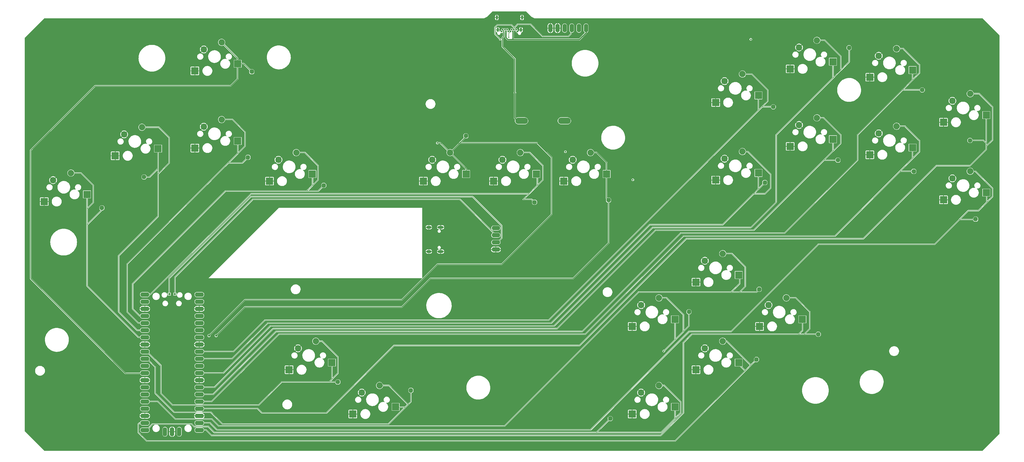
<source format=gbl>
%TF.GenerationSoftware,KiCad,Pcbnew,(7.0.0)*%
%TF.CreationDate,2023-02-14T15:50:16+01:00*%
%TF.ProjectId,OF1 v1,4f463120-7631-42e6-9b69-6361645f7063,rev?*%
%TF.SameCoordinates,Original*%
%TF.FileFunction,Copper,L2,Bot*%
%TF.FilePolarity,Positive*%
%FSLAX46Y46*%
G04 Gerber Fmt 4.6, Leading zero omitted, Abs format (unit mm)*
G04 Created by KiCad (PCBNEW (7.0.0)) date 2023-02-14 15:50:16*
%MOMM*%
%LPD*%
G01*
G04 APERTURE LIST*
G04 Aperture macros list*
%AMOutline5P*
0 Free polygon, 5 corners , with rotation*
0 The origin of the aperture is its center*
0 number of corners: always 5*
0 $1 to $10 corner X, Y*
0 $11 Rotation angle, in degrees counterclockwise*
0 create outline with 5 corners*
4,1,5,$1,$2,$3,$4,$5,$6,$7,$8,$9,$10,$1,$2,$11*%
%AMOutline6P*
0 Free polygon, 6 corners , with rotation*
0 The origin of the aperture is its center*
0 number of corners: always 6*
0 $1 to $12 corner X, Y*
0 $13 Rotation angle, in degrees counterclockwise*
0 create outline with 6 corners*
4,1,6,$1,$2,$3,$4,$5,$6,$7,$8,$9,$10,$11,$12,$1,$2,$13*%
%AMOutline7P*
0 Free polygon, 7 corners , with rotation*
0 The origin of the aperture is its center*
0 number of corners: always 7*
0 $1 to $14 corner X, Y*
0 $15 Rotation angle, in degrees counterclockwise*
0 create outline with 7 corners*
4,1,7,$1,$2,$3,$4,$5,$6,$7,$8,$9,$10,$11,$12,$13,$14,$1,$2,$15*%
%AMOutline8P*
0 Free polygon, 8 corners , with rotation*
0 The origin of the aperture is its center*
0 number of corners: always 8*
0 $1 to $16 corner X, Y*
0 $17 Rotation angle, in degrees counterclockwise*
0 create outline with 8 corners*
4,1,8,$1,$2,$3,$4,$5,$6,$7,$8,$9,$10,$11,$12,$13,$14,$15,$16,$1,$2,$17*%
G04 Aperture macros list end*
%TA.AperFunction,ComponentPad*%
%ADD10O,3.048000X1.524000*%
%TD*%
%TA.AperFunction,ComponentPad*%
%ADD11C,2.247900*%
%TD*%
%TA.AperFunction,SMDPad,CuDef*%
%ADD12R,2.550000X2.500000*%
%TD*%
%TA.AperFunction,ComponentPad*%
%ADD13Outline8P,-0.762000X0.381000X-0.381000X0.762000X0.381000X0.762000X0.762000X0.381000X0.762000X-0.381000X0.381000X-0.762000X-0.381000X-0.762000X-0.762000X-0.381000X0.000000*%
%TD*%
%TA.AperFunction,ComponentPad*%
%ADD14O,4.495800X2.247900*%
%TD*%
%TA.AperFunction,ComponentPad*%
%ADD15C,0.650000*%
%TD*%
%TA.AperFunction,ComponentPad*%
%ADD16O,0.750000X1.500000*%
%TD*%
%TA.AperFunction,ComponentPad*%
%ADD17O,3.200000X1.600000*%
%TD*%
%TA.AperFunction,ComponentPad*%
%ADD18O,1.600000X3.200000*%
%TD*%
%TA.AperFunction,ComponentPad*%
%ADD19R,0.800000X0.800000*%
%TD*%
%TA.AperFunction,ComponentPad*%
%ADD20O,2.100000X1.000000*%
%TD*%
%TA.AperFunction,ComponentPad*%
%ADD21O,1.800000X1.000000*%
%TD*%
%TA.AperFunction,ComponentPad*%
%ADD22O,1.524000X3.048000*%
%TD*%
%TA.AperFunction,ViaPad*%
%ADD23C,0.552400*%
%TD*%
%TA.AperFunction,ViaPad*%
%ADD24C,0.502400*%
%TD*%
%TA.AperFunction,ViaPad*%
%ADD25C,0.800000*%
%TD*%
%TA.AperFunction,ViaPad*%
%ADD26C,0.457200*%
%TD*%
%TA.AperFunction,Conductor*%
%ADD27C,0.400000*%
%TD*%
%TA.AperFunction,Conductor*%
%ADD28C,0.406400*%
%TD*%
%TA.AperFunction,Conductor*%
%ADD29C,0.340000*%
%TD*%
%TA.AperFunction,Conductor*%
%ADD30C,0.200000*%
%TD*%
%TA.AperFunction,Conductor*%
%ADD31C,0.250000*%
%TD*%
%TA.AperFunction,Conductor*%
%ADD32C,0.152400*%
%TD*%
G04 APERTURE END LIST*
D10*
%TO.P,J4,1,1*%
%TO.N,GND*%
X142745064Y-111563599D03*
%TO.P,J4,2,2*%
%TO.N,/D+*%
X142745064Y-109023599D03*
%TO.P,J4,3,3*%
%TO.N,/D-*%
X142745064Y-106483599D03*
%TO.P,J4,4,4*%
%TO.N,+5V*%
X142745064Y-103943599D03*
%TD*%
D11*
%TO.P,U$15,P$1,PIN2*%
%TO.N,GND*%
X279031100Y-70217600D03*
%TO.P,U$15,P$2,PIN1*%
%TO.N,/Z*%
X285381100Y-67677600D03*
D12*
%TO.P,U$15,P$3,PIN1*%
X291096099Y-75297599D03*
%TO.P,U$15,P$4,PIN2*%
%TO.N,GND*%
X275856099Y-77837599D03*
%TD*%
D13*
%TO.P,JP11,1,1*%
%TO.N,/X*%
X264501099Y-79753599D03*
%TD*%
D11*
%TO.P,U$11,P$1,PIN2*%
%TO.N,GND*%
X279031100Y-42607600D03*
%TO.P,U$11,P$2,PIN1*%
%TO.N,/LS*%
X285381100Y-40067600D03*
D12*
%TO.P,U$11,P$3,PIN1*%
X291096099Y-47687599D03*
%TO.P,U$11,P$4,PIN2*%
%TO.N,GND*%
X275856099Y-50227599D03*
%TD*%
D13*
%TO.P,JP1,1,1*%
%TO.N,/TB1*%
X55879999Y-48259999D03*
%TD*%
%TO.P,JP10,1,1*%
%TO.N,/B*%
X238501099Y-87753599D03*
%TD*%
D11*
%TO.P,U$17,P$1,PIN2*%
%TO.N,GND*%
X217143100Y-115577600D03*
%TO.P,U$17,P$2,PIN1*%
%TO.N,/C_UP*%
X223493100Y-113037600D03*
D12*
%TO.P,U$17,P$3,PIN1*%
X229208099Y-120657599D03*
%TO.P,U$17,P$4,PIN2*%
%TO.N,GND*%
X213968099Y-123197599D03*
%TD*%
D13*
%TO.P,JP5,1,1*%
%TO.N,/RIGHT*%
X81501099Y-88753599D03*
%TD*%
D11*
%TO.P,U$6,P$1,PIN2*%
%TO.N,GND*%
X72323100Y-146762600D03*
%TO.P,U$6,P$2,PIN1*%
%TO.N,/M1*%
X78673100Y-144222600D03*
D12*
%TO.P,U$6,P$3,PIN1*%
X84388099Y-151842599D03*
%TO.P,U$6,P$4,PIN2*%
%TO.N,GND*%
X69148099Y-154382599D03*
%TD*%
D14*
%TO.P,D1,A,A*%
%TO.N,V+*%
X151881099Y-65753599D03*
%TO.P,D1,C,C*%
%TO.N,VCC*%
X167121099Y-65753599D03*
%TD*%
D11*
%TO.P,U$20,P$1,PIN2*%
%TO.N,GND*%
X217143100Y-146762600D03*
%TO.P,U$20,P$2,PIN1*%
%TO.N,/A*%
X223493100Y-144222600D03*
D12*
%TO.P,U$20,P$3,PIN1*%
X229208099Y-151842599D03*
%TO.P,U$20,P$4,PIN2*%
%TO.N,GND*%
X213968099Y-154382599D03*
%TD*%
D13*
%TO.P,JP18,1,1*%
%TO.N,/C_LT*%
X211501099Y-133753599D03*
%TD*%
%TO.P,JP23,1,1*%
%TO.N,/TB3*%
X182879999Y-93979999D03*
%TD*%
D11*
%TO.P,U$10,P$1,PIN2*%
%TO.N,GND*%
X250676100Y-39632600D03*
%TO.P,U$10,P$2,PIN1*%
%TO.N,/Y*%
X257026100Y-37092600D03*
D12*
%TO.P,U$10,P$3,PIN1*%
X262741099Y-44712599D03*
%TO.P,U$10,P$4,PIN2*%
%TO.N,GND*%
X247501099Y-47252599D03*
%TD*%
D13*
%TO.P,JP6,1,1*%
%TO.N,/M1*%
X86501099Y-158753599D03*
%TD*%
%TO.P,JP14,1,1*%
%TO.N,/MS*%
X311501099Y-72753599D03*
%TD*%
%TO.P,JP4,1,1*%
%TO.N,/DOWN*%
X54501099Y-78753599D03*
%TD*%
D11*
%TO.P,U$3,P$1,PIN2*%
%TO.N,GND*%
X38792100Y-40348600D03*
%TO.P,U$3,P$2,PIN1*%
%TO.N,/TB1*%
X45142100Y-37808600D03*
D12*
%TO.P,U$3,P$3,PIN1*%
X50857099Y-45428599D03*
%TO.P,U$3,P$4,PIN2*%
%TO.N,GND*%
X35617099Y-47968599D03*
%TD*%
D11*
%TO.P,U$13,P$1,PIN2*%
%TO.N,GND*%
X224158100Y-79237600D03*
%TO.P,U$13,P$2,PIN1*%
%TO.N,/B*%
X230508100Y-76697600D03*
D12*
%TO.P,U$13,P$3,PIN1*%
X236223099Y-84317599D03*
%TO.P,U$13,P$4,PIN2*%
%TO.N,GND*%
X220983099Y-86857599D03*
%TD*%
D13*
%TO.P,JP9,1,1*%
%TO.N,/R*%
X241501099Y-60753599D03*
%TD*%
D15*
%TO.P,J2,B1,GNDB*%
%TO.N,GND*%
X144768981Y-33943600D03*
%TO.P,J2,B2,TX2+*%
%TO.N,V+*%
X145168981Y-33243600D03*
%TO.P,J2,B3,TX2-*%
%TO.N,unconnected-(J2-TX2--PadB3)*%
X145968981Y-33243600D03*
%TO.P,J2,B4,B_VBUS*%
%TO.N,+5V*%
X146368981Y-33943600D03*
%TO.P,J2,B5,CC2*%
%TO.N,unconnected-(J2-CC2-PadB5)*%
X146768981Y-33243600D03*
%TO.P,J2,B6,DB+*%
%TO.N,/D+*%
X147168981Y-33943600D03*
%TO.P,J2,B7,DB-*%
%TO.N,/D-*%
X147968981Y-33943600D03*
%TO.P,J2,B8,SBU2*%
%TO.N,unconnected-(J2-SBU2-PadB8)*%
X148368981Y-33243600D03*
%TO.P,J2,B9,B_VBUS*%
%TO.N,+5V*%
X148768981Y-33943600D03*
%TO.P,J2,B10,RX1-*%
%TO.N,unconnected-(J2-RX1--PadB10)*%
X149168981Y-33243600D03*
%TO.P,J2,B11,RX1+*%
%TO.N,/DATA*%
X149968981Y-33243600D03*
%TO.P,J2,B12,GNDB*%
%TO.N,GND*%
X150368981Y-33943600D03*
D16*
%TO.P,J2,SHIELD1,SHIELD*%
X151698980Y-33343599D03*
%TO.P,J2,SHIELD2,SHIELD*%
X143438980Y-33343599D03*
%TO.P,J2,SHIELD3,SHIELD*%
X152058980Y-28953599D03*
%TO.P,J2,SHIELD4,SHIELD*%
X143078980Y-28953599D03*
%TD*%
D11*
%TO.P,U$1,P$1,PIN2*%
%TO.N,GND*%
X-14843900Y-86877600D03*
%TO.P,U$1,P$2,PIN1*%
%TO.N,/L*%
X-8493900Y-84337600D03*
D12*
%TO.P,U$1,P$3,PIN1*%
X-2778899Y-91957599D03*
%TO.P,U$1,P$4,PIN2*%
%TO.N,GND*%
X-18018899Y-94497599D03*
%TD*%
D11*
%TO.P,U$21,P$1,PIN2*%
%TO.N,GND*%
X194456100Y-162532600D03*
%TO.P,U$21,P$2,PIN1*%
%TO.N,/C_DN*%
X200806100Y-159992600D03*
D12*
%TO.P,U$21,P$3,PIN1*%
X206521099Y-167612599D03*
%TO.P,U$21,P$4,PIN2*%
%TO.N,GND*%
X191281099Y-170152599D03*
%TD*%
D13*
%TO.P,JP16,1,1*%
%TO.N,/Z*%
X291501099Y-83753599D03*
%TD*%
D11*
%TO.P,U$2,P$1,PIN2*%
%TO.N,GND*%
X10436100Y-70574600D03*
%TO.P,U$2,P$2,PIN1*%
%TO.N,/LEFT*%
X16786100Y-68034600D03*
D12*
%TO.P,U$2,P$3,PIN1*%
X22501099Y-75654599D03*
%TO.P,U$2,P$4,PIN2*%
%TO.N,GND*%
X7261099Y-78194599D03*
%TD*%
D11*
%TO.P,U$4,P$1,PIN2*%
%TO.N,GND*%
X38792100Y-67848600D03*
%TO.P,U$4,P$2,PIN1*%
%TO.N,/DOWN*%
X45142100Y-65308600D03*
D12*
%TO.P,U$4,P$3,PIN1*%
X50857099Y-72928599D03*
%TO.P,U$4,P$4,PIN2*%
%TO.N,GND*%
X35617099Y-75468599D03*
%TD*%
D13*
%TO.P,JP20,1,1*%
%TO.N,/A*%
X235501099Y-150753599D03*
%TD*%
D11*
%TO.P,U$7,P$1,PIN2*%
%TO.N,GND*%
X95011100Y-162531600D03*
%TO.P,U$7,P$2,PIN1*%
%TO.N,/M2*%
X101361100Y-159991600D03*
D12*
%TO.P,U$7,P$3,PIN1*%
X107076099Y-167611599D03*
%TO.P,U$7,P$4,PIN2*%
%TO.N,GND*%
X91836099Y-170151599D03*
%TD*%
D13*
%TO.P,JP13,1,1*%
%TO.N,/LS*%
X294501099Y-54753599D03*
%TD*%
D11*
%TO.P,U$19,P$1,PIN2*%
%TO.N,GND*%
X239800100Y-131347600D03*
%TO.P,U$19,P$2,PIN1*%
%TO.N,/C_RT*%
X246150100Y-128807600D03*
D12*
%TO.P,U$19,P$3,PIN1*%
X251865099Y-136427599D03*
%TO.P,U$19,P$4,PIN2*%
%TO.N,GND*%
X236625099Y-138967599D03*
%TD*%
D13*
%TO.P,JP17,1,1*%
%TO.N,/C_UP*%
X236501099Y-125753599D03*
%TD*%
%TO.P,JP12,1,1*%
%TO.N,/Y*%
X268501099Y-39753599D03*
%TD*%
D17*
%TO.P,J1,3V3,3V3*%
%TO.N,unconnected-(J1-Pad3V3)*%
X37191099Y-137783599D03*
%TO.P,J1,3V3_EN,3V3_EN*%
%TO.N,unconnected-(J1-Pad3V3_EN)*%
X37191099Y-135243599D03*
%TO.P,J1,ADC_VREF,ADC_VREF*%
%TO.N,unconnected-(J1-PadADC_VREF)*%
X37191099Y-140323599D03*
%TO.P,J1,AGND,AGND*%
%TO.N,GND*%
X37191099Y-145403599D03*
%TO.P,J1,GND@1,GND*%
X17811099Y-132703599D03*
%TO.P,J1,GND@2,GND*%
X17811099Y-145403599D03*
%TO.P,J1,GND@3,GND*%
X17811099Y-158103599D03*
%TO.P,J1,GND@4,GND*%
X17811099Y-170803599D03*
D18*
%TO.P,J1,GND@5,GND*%
X27501099Y-176453599D03*
D17*
%TO.P,J1,GND@6,GND*%
X37191099Y-170803599D03*
%TO.P,J1,GND@7,GND*%
X37191099Y-158103599D03*
%TO.P,J1,GND@8,GND*%
X37191099Y-132703599D03*
%TO.P,J1,GP0,GP0*%
%TO.N,/START*%
X17811099Y-127623599D03*
%TO.P,J1,GP1,GP1*%
%TO.N,unconnected-(J1-PadGP1)*%
X17811099Y-130163599D03*
%TO.P,J1,GP2,GP2*%
%TO.N,/RIGHT*%
X17811099Y-135243599D03*
%TO.P,J1,GP3,GP3*%
%TO.N,/DOWN*%
X17811099Y-137783599D03*
%TO.P,J1,GP4,GP4*%
%TO.N,/LEFT*%
X17811099Y-140323599D03*
%TO.P,J1,GP5,GP5*%
%TO.N,/L*%
X17811099Y-142863599D03*
%TO.P,J1,GP6,GP6*%
%TO.N,/M1*%
X17811099Y-147943599D03*
%TO.P,J1,GP7,GP7*%
%TO.N,/M2*%
X17811099Y-150483599D03*
%TO.P,J1,GP8,GP8*%
%TO.N,unconnected-(J1-PadGP8)*%
X17811099Y-153023599D03*
%TO.P,J1,GP9,GP9*%
%TO.N,/TB1*%
X17811099Y-155563599D03*
%TO.P,J1,GP10,GP10*%
%TO.N,/TB2*%
X17811099Y-160643599D03*
%TO.P,J1,GP11,GP11*%
%TO.N,/TB3*%
X17811099Y-163183599D03*
%TO.P,J1,GP12,GP12*%
%TO.N,/C_UP*%
X17811099Y-165723599D03*
%TO.P,J1,GP13,GP13*%
%TO.N,/C_LT*%
X17811099Y-168263599D03*
%TO.P,J1,GP14,GP14*%
%TO.N,/A*%
X17811099Y-173343599D03*
%TO.P,J1,GP15,GP15*%
%TO.N,/C_DN*%
X17811099Y-175883599D03*
%TO.P,J1,GP16,GP16*%
%TO.N,/C_RT*%
X37191099Y-175883599D03*
%TO.P,J1,GP17,GP17*%
%TO.N,/UP*%
X37191099Y-173343599D03*
%TO.P,J1,GP18,GP18*%
%TO.N,/MS*%
X37191099Y-168263599D03*
%TO.P,J1,GP19,GP19*%
%TO.N,/Z*%
X37191099Y-165723599D03*
%TO.P,J1,GP20,GP20*%
%TO.N,/LS*%
X37191099Y-163183599D03*
%TO.P,J1,GP21,GP21*%
%TO.N,/X*%
X37191099Y-160643599D03*
%TO.P,J1,GP22,GP22*%
%TO.N,/Y*%
X37191099Y-155563599D03*
%TO.P,J1,GP26_A0,GP26_A0*%
%TO.N,/B*%
X37191099Y-150483599D03*
%TO.P,J1,GP27_A1,GP27_A1*%
%TO.N,/R*%
X37191099Y-147943599D03*
%TO.P,J1,GP28_A2,GP28_A2*%
%TO.N,/DATA*%
X37191099Y-142863599D03*
%TO.P,J1,RUN,RUN*%
%TO.N,unconnected-(J1-PadRUN)*%
X37191099Y-153023599D03*
D18*
%TO.P,J1,SWCLK,SWCLK*%
%TO.N,unconnected-(J1-PadSWCLK)*%
X24961099Y-176453599D03*
%TO.P,J1,SWDIO,SWDIO*%
%TO.N,unconnected-(J1-PadSWDIO)*%
X30041099Y-176453599D03*
D19*
%TO.P,J1,TP2,D+*%
%TO.N,/D-*%
X28501099Y-127453599D03*
%TO.P,J1,TP3,D-*%
%TO.N,/D+*%
X26501099Y-127453599D03*
D17*
%TO.P,J1,VBUS,VBUS*%
%TO.N,+5V*%
X37191099Y-127623599D03*
%TO.P,J1,VSYS,VSYS*%
%TO.N,VCC*%
X37191099Y-130163599D03*
%TD*%
D13*
%TO.P,JP15,1,1*%
%TO.N,/UP*%
X313501099Y-100753599D03*
%TD*%
D11*
%TO.P,U$5,P$1,PIN2*%
%TO.N,GND*%
X65364100Y-79611600D03*
%TO.P,U$5,P$2,PIN1*%
%TO.N,/RIGHT*%
X71714100Y-77071600D03*
D12*
%TO.P,U$5,P$3,PIN1*%
X77429099Y-84691599D03*
%TO.P,U$5,P$4,PIN2*%
%TO.N,GND*%
X62189099Y-87231599D03*
%TD*%
D11*
%TO.P,U$18,P$1,PIN2*%
%TO.N,GND*%
X194456100Y-131347600D03*
%TO.P,U$18,P$2,PIN1*%
%TO.N,/C_LT*%
X200806100Y-128807600D03*
D12*
%TO.P,U$18,P$3,PIN1*%
X206521099Y-136427599D03*
%TO.P,U$18,P$4,PIN2*%
%TO.N,GND*%
X191281099Y-138967599D03*
%TD*%
D11*
%TO.P,U$16,P$1,PIN2*%
%TO.N,GND*%
X305254100Y-86253600D03*
%TO.P,U$16,P$2,PIN1*%
%TO.N,/UP*%
X311604100Y-83713600D03*
D12*
%TO.P,U$16,P$3,PIN1*%
X317319099Y-91333599D03*
%TO.P,U$16,P$4,PIN2*%
%TO.N,GND*%
X302079099Y-93873599D03*
%TD*%
D13*
%TO.P,JP7,1,1*%
%TO.N,/M2*%
X112501099Y-161753599D03*
%TD*%
D20*
%TO.P,J5,SHIELD1,SHIELD*%
%TO.N,GND*%
X123079392Y-103651074D03*
D21*
%TO.P,J5,SHIELD2,SHIELD*%
X118899392Y-103651074D03*
D20*
%TO.P,J5,SHIELD3,SHIELD*%
X123079392Y-112291074D03*
D21*
%TO.P,J5,SHIELD4,SHIELD*%
X118899392Y-112291074D03*
%TD*%
D13*
%TO.P,JP2,1,1*%
%TO.N,/L*%
X2501099Y-96753599D03*
%TD*%
%TO.P,JP8,1,1*%
%TO.N,/START*%
X156501099Y-94753599D03*
%TD*%
D11*
%TO.P,U$12,P$1,PIN2*%
%TO.N,GND*%
X305254100Y-58643600D03*
%TO.P,U$12,P$2,PIN1*%
%TO.N,/MS*%
X311604100Y-56103600D03*
D12*
%TO.P,U$12,P$3,PIN1*%
X317319099Y-63723599D03*
%TO.P,U$12,P$4,PIN2*%
%TO.N,GND*%
X302079099Y-66263599D03*
%TD*%
D11*
%TO.P,U$9,P$1,PIN2*%
%TO.N,GND*%
X224158100Y-51628600D03*
%TO.P,U$9,P$2,PIN1*%
%TO.N,/R*%
X230508100Y-49088600D03*
D12*
%TO.P,U$9,P$3,PIN1*%
X236223099Y-56708599D03*
%TO.P,U$9,P$4,PIN2*%
%TO.N,GND*%
X220983099Y-59248599D03*
%TD*%
D11*
%TO.P,U$23,P$1,PIN2*%
%TO.N,GND*%
X170096100Y-79611600D03*
%TO.P,U$23,P$2,PIN1*%
%TO.N,/TB3*%
X176446100Y-77071600D03*
D12*
%TO.P,U$23,P$3,PIN1*%
X182161099Y-84691599D03*
%TO.P,U$23,P$4,PIN2*%
%TO.N,GND*%
X166921099Y-87231599D03*
%TD*%
D13*
%TO.P,JP21,1,1*%
%TO.N,/C_DN*%
X183501099Y-171753599D03*
%TD*%
D11*
%TO.P,U$14,P$1,PIN2*%
%TO.N,GND*%
X250676100Y-67242600D03*
%TO.P,U$14,P$2,PIN1*%
%TO.N,/X*%
X257026100Y-64702600D03*
D12*
%TO.P,U$14,P$3,PIN1*%
X262741099Y-72322599D03*
%TO.P,U$14,P$4,PIN2*%
%TO.N,GND*%
X247501099Y-74862599D03*
%TD*%
D13*
%TO.P,JP19,1,1*%
%TO.N,/C_RT*%
X257501099Y-141753599D03*
%TD*%
D22*
%TO.P,J3,1,1*%
%TO.N,GND*%
X162151099Y-32753599D03*
%TO.P,J3,2,2*%
X164691099Y-32753599D03*
%TO.P,J3,3,3*%
%TO.N,VCC*%
X167231099Y-32753599D03*
%TO.P,J3,4,4*%
%TO.N,/DATA*%
X169771099Y-32753599D03*
%TO.P,J3,5,5*%
%TO.N,V+*%
X172311099Y-32753599D03*
%TO.P,J3,6,6*%
%TO.N,+5V*%
X174851099Y-32753599D03*
%TD*%
D13*
%TO.P,JP22,1,1*%
%TO.N,/TB2*%
X132079999Y-71119999D03*
%TD*%
D11*
%TO.P,U$22,P$1,PIN2*%
%TO.N,GND*%
X120096100Y-79611600D03*
%TO.P,U$22,P$2,PIN1*%
%TO.N,/TB2*%
X126446100Y-77071600D03*
D12*
%TO.P,U$22,P$3,PIN1*%
X132161099Y-84691599D03*
%TO.P,U$22,P$4,PIN2*%
%TO.N,GND*%
X116921099Y-87231599D03*
%TD*%
D13*
%TO.P,JP3,1,1*%
%TO.N,/LEFT*%
X17501099Y-85753599D03*
%TD*%
D11*
%TO.P,U$8,P$1,PIN2*%
%TO.N,GND*%
X145096100Y-79611600D03*
%TO.P,U$8,P$2,PIN1*%
%TO.N,/START*%
X151446100Y-77071600D03*
D12*
%TO.P,U$8,P$3,PIN1*%
X157161099Y-84691599D03*
%TO.P,U$8,P$4,PIN2*%
%TO.N,GND*%
X141921099Y-87231599D03*
%TD*%
D23*
%TO.N,*%
X167501100Y-76753600D03*
X233501100Y-36753600D03*
%TO.N,GND*%
X273501100Y-102753600D03*
X149501100Y-151753600D03*
D24*
X248501100Y-149753600D03*
D23*
X20501100Y-110753600D03*
X146271971Y-38412382D03*
X311501100Y-42753600D03*
D24*
X266501100Y-121753600D03*
D23*
X-22498900Y-128753600D03*
X134501100Y-103753600D03*
X29501100Y-60753600D03*
X41501100Y-145753600D03*
X303501100Y-49753600D03*
X317501100Y-97753600D03*
X235501100Y-72753600D03*
X184501100Y-56753600D03*
X263501100Y-62753600D03*
D24*
X150705187Y-32589207D03*
D23*
X237501100Y-93753600D03*
X200501100Y-72753600D03*
X241501100Y-112753600D03*
X152501100Y-42753600D03*
X312501100Y-35753600D03*
X158501100Y-39753600D03*
X248501100Y-80753600D03*
X501100Y-75753600D03*
D24*
X135501100Y-111753600D03*
D23*
X96501100Y-125753600D03*
X9501100Y-50753600D03*
X13501100Y-170753600D03*
X-19498900Y-115753600D03*
X189501100Y-174753600D03*
X277501100Y-55753600D03*
X49501100Y-137753600D03*
D24*
X303501100Y-137753600D03*
D23*
X-2498900Y-166753600D03*
X40501100Y-170753600D03*
X41501100Y-157753600D03*
X95501100Y-75753600D03*
X100501100Y-41753600D03*
X-11498900Y-175753600D03*
X53501100Y-38753600D03*
X-17498900Y-75753600D03*
X7501100Y-38753600D03*
X216501100Y-65753600D03*
X47501100Y-107753600D03*
X300501100Y-38753600D03*
X273501100Y-86753600D03*
X38501100Y-123753600D03*
X14501100Y-131753600D03*
X-18498900Y-99753600D03*
X8501100Y-59753600D03*
X216501100Y-93753600D03*
D24*
X265501100Y-172753600D03*
X280501100Y-133753600D03*
D23*
X162501100Y-49753600D03*
X-15498900Y-164753600D03*
X280501100Y-34753600D03*
D24*
X238501100Y-164753600D03*
D23*
X-9498900Y-61753600D03*
X149501100Y-37753600D03*
X171128412Y-35252982D03*
X199501100Y-146753600D03*
X146501100Y-111753600D03*
X235501100Y-121753600D03*
X159501100Y-33753600D03*
X34501100Y-96753600D03*
X121501100Y-167753600D03*
D24*
X287501100Y-120753600D03*
D23*
X85501100Y-170753600D03*
X291501100Y-62753600D03*
X202501100Y-53753600D03*
X-12498900Y-122753600D03*
D24*
X290501100Y-170753600D03*
D23*
X257501100Y-87753600D03*
X49501100Y-126753600D03*
X81501100Y-41753600D03*
X232501100Y-139753600D03*
X187501100Y-41753600D03*
D24*
X269501100Y-144753600D03*
D23*
X203501100Y-156753600D03*
D24*
X126501100Y-100753600D03*
D23*
X108501100Y-68753600D03*
D24*
X158501100Y-30753600D03*
X309501100Y-114753600D03*
D23*
X12501100Y-144753600D03*
X166501100Y-167753600D03*
X246501100Y-52753600D03*
X301501100Y-71753600D03*
X-17498900Y-50753600D03*
X151501100Y-51753600D03*
X112501100Y-151753600D03*
D24*
X223501100Y-175753600D03*
D23*
X245501100Y-99753600D03*
D24*
X119501100Y-115753600D03*
D23*
X215501100Y-161753600D03*
X182501100Y-152753600D03*
X4501100Y-173753600D03*
X-2498900Y-157753600D03*
X91501100Y-85753600D03*
D24*
X306501100Y-159753600D03*
D23*
X159501100Y-107753600D03*
X44501100Y-97753600D03*
X231501100Y-99753600D03*
X79501100Y-67753600D03*
X153501100Y-33753600D03*
X125501100Y-90753600D03*
X8501100Y-85753600D03*
D24*
X120501100Y-100753600D03*
D23*
X139501100Y-33753600D03*
X294501100Y-100753600D03*
X107501100Y-125753600D03*
X19501100Y-121753600D03*
X142501100Y-36753600D03*
X167501100Y-92753600D03*
X95501100Y-59753600D03*
X46501100Y-55753600D03*
X77501100Y-132753600D03*
X52501100Y-85753600D03*
X139501100Y-56753600D03*
X62501100Y-157753600D03*
D24*
X126501100Y-114753600D03*
D23*
X34501100Y-80753600D03*
X167501100Y-118753600D03*
X146501100Y-75753600D03*
X126501100Y-40753600D03*
X208501100Y-40753600D03*
X231501100Y-146753600D03*
X206501100Y-124753600D03*
X-4498900Y-134753600D03*
X-9498900Y-42753600D03*
X256501100Y-134753600D03*
X148501100Y-129753600D03*
X181501100Y-103753600D03*
X136501100Y-70753600D03*
X32501100Y-109753600D03*
X149501100Y-99753600D03*
X109501100Y-86753600D03*
X40501100Y-132753600D03*
X92501100Y-149753600D03*
X286501100Y-89753600D03*
D24*
%TO.N,V+*%
X149501100Y-55753600D03*
D23*
%TO.N,/M2*%
X191501100Y-86753600D03*
D25*
%TO.N,/TB2*%
X40640000Y-142240000D03*
D23*
X121920000Y-73660000D03*
D25*
%TO.N,/TB3*%
X43180000Y-142240000D03*
D23*
%TO.N,/C_LT*%
X202501100Y-147753600D03*
D26*
%TO.N,/DATA*%
X144320628Y-36764479D03*
%TO.N,/D-*%
X147326196Y-36001204D03*
%TD*%
D27*
%TO.N,+5V*%
X172451353Y-36803347D02*
X174851100Y-34403600D01*
X148768981Y-33943600D02*
X148768981Y-36535466D01*
X146368981Y-33943600D02*
X146368981Y-36137197D01*
X148768981Y-36535466D02*
X148501100Y-36803347D01*
X148501100Y-36803347D02*
X172451353Y-36803347D01*
X147035131Y-36803347D02*
X148501100Y-36803347D01*
X146368981Y-36137197D02*
X147035131Y-36803347D01*
X174851100Y-34403600D02*
X174851100Y-32753600D01*
D28*
%TO.N,V+*%
X149501100Y-64753600D02*
X150501100Y-65753600D01*
D29*
X145127793Y-36126907D02*
X145501100Y-35753600D01*
X145127793Y-39331838D02*
X145127793Y-36126907D01*
X145501100Y-33658194D02*
X145168981Y-33326075D01*
X145168981Y-33243600D02*
X145164881Y-33247700D01*
X145127793Y-39331838D02*
X149501100Y-43705144D01*
X149501100Y-43705144D02*
X149501100Y-55753600D01*
D28*
X150501100Y-65753600D02*
X151881100Y-65753600D01*
D29*
X145168981Y-33326075D02*
X145168981Y-33243600D01*
X145501100Y-35753600D02*
X145501100Y-33658194D01*
D28*
X149501100Y-55753600D02*
X149501100Y-64753600D01*
D30*
%TO.N,/M2*%
X111501100Y-166753600D02*
X110501100Y-167753600D01*
X28231591Y-169484090D02*
X41231591Y-169484090D01*
X21501100Y-162753600D02*
X28231591Y-169484090D01*
X111501100Y-166753600D02*
X104739100Y-159991600D01*
X107218100Y-167753600D02*
X110501100Y-167753600D01*
X107218100Y-167753600D02*
X107076100Y-167611600D01*
X112501100Y-165753600D02*
X111501100Y-166753600D01*
X104739100Y-159991600D02*
X101361100Y-159991600D01*
X45501100Y-173753600D02*
X104501100Y-173753600D01*
X18611100Y-150483600D02*
X21501100Y-153373600D01*
X21501100Y-153373600D02*
X21501100Y-162753600D01*
X112501100Y-161753600D02*
X112501100Y-165753600D01*
X41231591Y-169484090D02*
X45501100Y-173753600D01*
X110501100Y-167753600D02*
X104501100Y-173753600D01*
%TO.N,/START*%
X152501100Y-93753600D02*
X154501100Y-91753600D01*
X55501100Y-91753600D02*
X19631100Y-127623600D01*
X157501100Y-85031600D02*
X157161100Y-84691600D01*
X159501100Y-81753600D02*
X154819100Y-77071600D01*
X154819100Y-77071600D02*
X151446100Y-77071600D01*
X159501100Y-86753600D02*
X159501100Y-81753600D01*
X154501100Y-91753600D02*
X55501100Y-91753600D01*
X156501100Y-94753600D02*
X155501100Y-93753600D01*
X157501100Y-88753600D02*
X159501100Y-86753600D01*
X155501100Y-93753600D02*
X152501100Y-93753600D01*
X18611100Y-127623600D02*
X19631100Y-127623600D01*
X157501100Y-88753600D02*
X157501100Y-85031600D01*
X154501100Y-91753600D02*
X157501100Y-88753600D01*
%TO.N,/RIGHT*%
X81501100Y-88753600D02*
X79501100Y-90753600D01*
X77501100Y-88753600D02*
X79501100Y-86753600D01*
X79501100Y-81753600D02*
X74819100Y-77071600D01*
X15974813Y-135243600D02*
X18611100Y-135243600D01*
X77501100Y-84763600D02*
X77501100Y-88753600D01*
X75501100Y-90753600D02*
X46501100Y-90753600D01*
X13501100Y-132769888D02*
X15974813Y-135243600D01*
X79501100Y-86753600D02*
X79501100Y-81753600D01*
X13501100Y-123753600D02*
X13501100Y-132769888D01*
X75501100Y-90753600D02*
X77501100Y-88753600D01*
X74819100Y-77071600D02*
X71714100Y-77071600D01*
X77501100Y-84763600D02*
X77429100Y-84691600D01*
X46501100Y-90753600D02*
X13501100Y-123753600D01*
X79501100Y-90753600D02*
X75501100Y-90753600D01*
%TO.N,/DOWN*%
X49056100Y-65308600D02*
X45142100Y-65308600D01*
X53501100Y-74753600D02*
X53501100Y-69753600D01*
X53501100Y-69753600D02*
X49056100Y-65308600D01*
X50857100Y-72928600D02*
X50857100Y-77397600D01*
X47501100Y-80753600D02*
X11501100Y-116753600D01*
X11501100Y-116753600D02*
X11501100Y-133753600D01*
X15531100Y-137783600D02*
X18611100Y-137783600D01*
X11501100Y-133753600D02*
X15531100Y-137783600D01*
X50857100Y-77397600D02*
X47501100Y-80753600D01*
X52501100Y-80753600D02*
X47501100Y-80753600D01*
X50857100Y-77397600D02*
X53501100Y-74753600D01*
X54501100Y-78753600D02*
X52501100Y-80753600D01*
%TO.N,/LEFT*%
X8501100Y-113753600D02*
X8501100Y-133753600D01*
X19501100Y-85753600D02*
X17501100Y-85753600D01*
X22782100Y-68034600D02*
X26501100Y-71753600D01*
X15079054Y-140331553D02*
X18603147Y-140331553D01*
X26501100Y-80753600D02*
X22501100Y-84753600D01*
X8501100Y-113753600D02*
X22501100Y-99753600D01*
X26501100Y-71753600D02*
X26501100Y-80753600D01*
X22501100Y-99753600D02*
X22501100Y-84753600D01*
X8501100Y-133753600D02*
X15079054Y-140331553D01*
X22501100Y-82753600D02*
X22501100Y-75654600D01*
X22501100Y-82753600D02*
X19501100Y-85753600D01*
X18603147Y-140331553D02*
X18611100Y-140323600D01*
X22501100Y-84753600D02*
X22501100Y-82753600D01*
X16786100Y-68034600D02*
X22782100Y-68034600D01*
%TO.N,/L*%
X-2778900Y-91957600D02*
X-2778900Y-97033600D01*
X-498900Y-88753600D02*
X-4914900Y-84337600D01*
X-2778900Y-100753600D02*
X-2778900Y-102753600D01*
X-2778900Y-124473600D02*
X15611100Y-142863600D01*
X2501100Y-97473600D02*
X-2778900Y-102753600D01*
X15611100Y-142863600D02*
X18611100Y-142863600D01*
X-2778900Y-102753600D02*
X-2778900Y-124473600D01*
X-2778900Y-97033600D02*
X-498900Y-94753600D01*
X-498900Y-94753600D02*
X-498900Y-88753600D01*
X2501100Y-96753600D02*
X2501100Y-97473600D01*
X-2778900Y-100753600D02*
X-2778900Y-97033600D01*
X-4914900Y-84337600D02*
X-8493900Y-84337600D01*
%TO.N,/M1*%
X86501100Y-155640600D02*
X86501100Y-149753600D01*
X66501100Y-158753600D02*
X58273166Y-166981534D01*
X23501100Y-162753600D02*
X23501100Y-152833600D01*
X84388100Y-151842600D02*
X84388100Y-157753600D01*
X80970100Y-144222600D02*
X78673100Y-144222600D01*
X84388100Y-157866600D02*
X83501100Y-158753600D01*
X27729035Y-166981534D02*
X23501100Y-162753600D01*
X83501100Y-158753600D02*
X66501100Y-158753600D01*
X23501100Y-152833600D02*
X18611100Y-147943600D01*
X58273166Y-166981534D02*
X27729035Y-166981534D01*
X84388100Y-157753600D02*
X84388100Y-157866600D01*
X86501100Y-149753600D02*
X80970100Y-144222600D01*
X84388100Y-157753600D02*
X86501100Y-155640600D01*
X86501100Y-158753600D02*
X83501100Y-158753600D01*
D31*
%TO.N,/TB1*%
X50857100Y-43523600D02*
X45142100Y-37808600D01*
X-22860000Y-76200000D02*
X0Y-53340000D01*
X50857100Y-45428600D02*
X53048600Y-45428600D01*
X18611100Y-155563600D02*
X18513708Y-155660992D01*
X53048600Y-45428600D02*
X55880000Y-48260000D01*
X50857100Y-45428600D02*
X50857100Y-43523600D01*
X48260000Y-53340000D02*
X50857100Y-50742900D01*
X10880992Y-155660992D02*
X-22860000Y-121920000D01*
X-22860000Y-121920000D02*
X-22860000Y-76200000D01*
X18513708Y-155660992D02*
X10880992Y-155660992D01*
X0Y-53340000D02*
X48260000Y-53340000D01*
X50857100Y-50742900D02*
X50857100Y-45428600D01*
%TO.N,/TB2*%
X144780000Y-116840000D02*
X162560000Y-99060000D01*
X53340000Y-129540000D02*
X109220000Y-129540000D01*
X126446100Y-77071600D02*
X123034500Y-73660000D01*
X132080000Y-71437700D02*
X126446100Y-77071600D01*
X132161100Y-82786600D02*
X126446100Y-77071600D01*
X121920000Y-116840000D02*
X144780000Y-116840000D01*
X123034500Y-73660000D02*
X121920000Y-73660000D01*
X157480000Y-73660000D02*
X129857700Y-73660000D01*
X132080000Y-71120000D02*
X132080000Y-71437700D01*
X162560000Y-78740000D02*
X157480000Y-73660000D01*
X129857700Y-73660000D02*
X126446100Y-77071600D01*
X40640000Y-142240000D02*
X53340000Y-129540000D01*
X162560000Y-99060000D02*
X162560000Y-78740000D01*
X132161100Y-84691600D02*
X132161100Y-82786600D01*
X109220000Y-129540000D02*
X121920000Y-116840000D01*
%TO.N,/TB3*%
X43180000Y-142240000D02*
X53340000Y-132080000D01*
X182161100Y-80561100D02*
X182161100Y-84691600D01*
X182880000Y-109220000D02*
X182880000Y-93980000D01*
X182161100Y-93261100D02*
X182880000Y-93980000D01*
X53340000Y-132080000D02*
X109220000Y-132080000D01*
X176446100Y-77071600D02*
X178671600Y-77071600D01*
X170180000Y-121920000D02*
X182880000Y-109220000D01*
X178671600Y-77071600D02*
X182161100Y-80561100D01*
X109220000Y-132080000D02*
X119380000Y-121920000D01*
X119380000Y-121920000D02*
X170180000Y-121920000D01*
X182161100Y-84691600D02*
X182161100Y-93261100D01*
D30*
%TO.N,/C_UP*%
X145828100Y-174426600D02*
X193501100Y-126753600D01*
X226785100Y-113037600D02*
X231501100Y-117753600D01*
X229501100Y-126753600D02*
X231501100Y-124753600D01*
X229501100Y-120950600D02*
X229208100Y-120657600D01*
X18611100Y-165723600D02*
X22471100Y-165723600D01*
X145828100Y-174426600D02*
X44174100Y-174426600D01*
X226501100Y-126753600D02*
X229501100Y-123753600D01*
X28717532Y-171970031D02*
X22471100Y-165723600D01*
X229501100Y-126753600D02*
X226501100Y-126753600D01*
X229501100Y-123753600D02*
X229501100Y-120950600D01*
X223493100Y-113037600D02*
X226785100Y-113037600D01*
X44174100Y-174426600D02*
X41717532Y-171970031D01*
X235501100Y-126753600D02*
X229501100Y-126753600D01*
X236501100Y-125753600D02*
X235501100Y-126753600D01*
X231501100Y-117753600D02*
X231501100Y-124753600D01*
X41717532Y-171970031D02*
X28717532Y-171970031D01*
X193501100Y-126753600D02*
X226501100Y-126753600D01*
%TO.N,/C_LT*%
X211501100Y-133753600D02*
X211501100Y-138753600D01*
X203555100Y-128807600D02*
X200806100Y-128807600D01*
X209501100Y-134753600D02*
X203555100Y-128807600D01*
X206521100Y-136427600D02*
X206521100Y-143733600D01*
X211501100Y-138753600D02*
X209501100Y-140753600D01*
X209501100Y-140753600D02*
X209501100Y-134753600D01*
X209501100Y-140753600D02*
X206521100Y-143733600D01*
X206521100Y-143733600D02*
X202501100Y-147753600D01*
%TO.N,/A*%
X206501100Y-179753600D02*
X18501100Y-179753600D01*
X229208100Y-152460600D02*
X229208100Y-151842600D01*
X233501100Y-152753600D02*
X224970100Y-144222600D01*
X18501100Y-179753600D02*
X15501100Y-176753600D01*
X231501100Y-154753600D02*
X229208100Y-152460600D01*
X15501100Y-176753600D02*
X15501100Y-173753600D01*
X233501100Y-152753600D02*
X231501100Y-154753600D01*
X235501100Y-150753600D02*
X233501100Y-152753600D01*
X224970100Y-144222600D02*
X223493100Y-144222600D01*
X231501100Y-154753600D02*
X206501100Y-179753600D01*
X15501100Y-173753600D02*
X15911100Y-173343600D01*
X15911100Y-173343600D02*
X18611100Y-173343600D01*
%TO.N,/C_DN*%
X20501100Y-173753600D02*
X34501100Y-173753600D01*
X183501100Y-171753600D02*
X178501100Y-176753600D01*
X178501100Y-176753600D02*
X201501100Y-176753600D01*
X206521100Y-167612600D02*
X206521100Y-171733600D01*
X42501100Y-176753600D02*
X178501100Y-176753600D01*
X40375079Y-174627578D02*
X42501100Y-176753600D01*
X18611100Y-175883600D02*
X18611100Y-175643600D01*
X20501100Y-173753600D02*
X18611100Y-175643600D01*
X202740100Y-159992600D02*
X200806100Y-159992600D01*
X208501100Y-165753600D02*
X202740100Y-159992600D01*
X206521100Y-171733600D02*
X208501100Y-169753600D01*
X34501100Y-173753600D02*
X35375079Y-174627578D01*
X35375079Y-174627578D02*
X40375079Y-174627578D01*
X201501100Y-176753600D02*
X206521100Y-171733600D01*
X208501100Y-169753600D02*
X208501100Y-165753600D01*
%TO.N,/C_RT*%
X251859096Y-136433604D02*
X251865100Y-136427600D01*
X251859096Y-140395603D02*
X251859096Y-136433604D01*
X252501100Y-141753600D02*
X254501100Y-139753600D01*
X209501100Y-144753600D02*
X209501100Y-169753600D01*
X249555100Y-128807600D02*
X246150100Y-128807600D01*
X209501100Y-169753600D02*
X201501100Y-177753600D01*
X257501100Y-141753600D02*
X252501100Y-141753600D01*
X39501100Y-175753600D02*
X36521100Y-175753600D01*
X41501100Y-177753600D02*
X39501100Y-175753600D01*
X250501100Y-141753600D02*
X212501100Y-141753600D01*
X252501100Y-141753600D02*
X250501100Y-141753600D01*
X36521100Y-175753600D02*
X36391100Y-175883600D01*
X212501100Y-141753600D02*
X209501100Y-144753600D01*
X201501100Y-177753600D02*
X41501100Y-177753600D01*
X254501100Y-133753600D02*
X249555100Y-128807600D01*
X250501100Y-141753600D02*
X251859096Y-140395603D01*
X251859096Y-140395603D02*
X251865100Y-140389600D01*
X254501100Y-139753600D02*
X254501100Y-133753600D01*
%TO.N,/UP*%
X317501100Y-91515600D02*
X317501100Y-94753600D01*
X307700100Y-100952600D02*
X310899100Y-97753600D01*
X317501100Y-94753600D02*
X319501100Y-92753600D01*
X43501100Y-175753600D02*
X176501100Y-175753600D01*
X313461100Y-83713600D02*
X311604100Y-83713600D01*
X319501100Y-92753600D02*
X319501100Y-89753600D01*
X257501100Y-109753600D02*
X226501100Y-140753600D01*
X314501100Y-97753600D02*
X317501100Y-94753600D01*
X313302100Y-100952600D02*
X307700100Y-100952600D01*
X211501100Y-140753600D02*
X176501100Y-175753600D01*
X36391100Y-173343600D02*
X41091100Y-173343600D01*
X313501100Y-100753600D02*
X313302100Y-100952600D01*
X41091100Y-173343600D02*
X43501100Y-175753600D01*
X310899100Y-97753600D02*
X314501100Y-97753600D01*
X307700100Y-100952600D02*
X298899100Y-109753600D01*
X319501100Y-89753600D02*
X313461100Y-83713600D01*
X226501100Y-140753600D02*
X211501100Y-140753600D01*
X298899100Y-109753600D02*
X257501100Y-109753600D01*
X36392266Y-173344765D02*
X36391100Y-173343600D01*
X317501100Y-91515600D02*
X317319100Y-91333600D01*
%TO.N,/MS*%
X317319100Y-74753600D02*
X317319100Y-75935600D01*
X317319100Y-63723600D02*
X317319100Y-73753600D01*
X58011100Y-168263600D02*
X59501100Y-169753600D01*
X273501100Y-107753600D02*
X210501100Y-107753600D01*
X36391100Y-168263600D02*
X58011100Y-168263600D01*
X311501100Y-72753600D02*
X316319100Y-72753600D01*
X311501100Y-81753600D02*
X299501100Y-81753600D01*
X317319100Y-74753600D02*
X319501100Y-72571600D01*
X316319100Y-72753600D02*
X317319100Y-73753600D01*
X172501100Y-145753600D02*
X210501100Y-107753600D01*
X106501100Y-145753600D02*
X172501100Y-145753600D01*
X319501100Y-60753600D02*
X314851100Y-56103600D01*
X317319100Y-73753600D02*
X317319100Y-74753600D01*
X299501100Y-81753600D02*
X273501100Y-107753600D01*
X59501100Y-169753600D02*
X82501100Y-169753600D01*
X314851100Y-56103600D02*
X311604100Y-56103600D01*
X319501100Y-72571600D02*
X319501100Y-60753600D01*
X82501100Y-169753600D02*
X106501100Y-145753600D01*
X317319100Y-75935600D02*
X311501100Y-81753600D01*
%TO.N,/Z*%
X288425100Y-67677600D02*
X285381100Y-67677600D01*
X293501100Y-72753600D02*
X288425100Y-67677600D01*
X36391100Y-165723600D02*
X41531100Y-165723600D01*
X209501100Y-106753600D02*
X263501100Y-106753600D01*
X293501100Y-72753600D02*
X293501100Y-76753600D01*
X41531100Y-165723600D02*
X65501100Y-141753600D01*
X263501100Y-106753600D02*
X286501100Y-83753600D01*
X293501100Y-76753600D02*
X291096100Y-79158600D01*
X286501100Y-83753600D02*
X291096100Y-79158600D01*
X65501100Y-141753600D02*
X174501100Y-141753600D01*
X174501100Y-141753600D02*
X209501100Y-106753600D01*
X291501100Y-83753600D02*
X286501100Y-83753600D01*
X291096100Y-75297600D02*
X291096100Y-79158600D01*
%TO.N,/LS*%
X42071100Y-163183600D02*
X64501100Y-140753600D01*
X245501100Y-105753600D02*
X271501100Y-79753600D01*
X291096100Y-51158600D02*
X291096100Y-47687600D01*
X293501100Y-45753600D02*
X287815100Y-40067600D01*
X291096100Y-51158600D02*
X293501100Y-48753600D01*
X173501100Y-140753600D02*
X208501100Y-105753600D01*
X293501100Y-48753600D02*
X293501100Y-45753600D01*
X287815100Y-40067600D02*
X285381100Y-40067600D01*
X271501100Y-79753600D02*
X271501100Y-70753600D01*
X294501100Y-54753600D02*
X287501100Y-54753600D01*
X64501100Y-140753600D02*
X173501100Y-140753600D01*
X208501100Y-105753600D02*
X245501100Y-105753600D01*
X36391100Y-163183600D02*
X42071100Y-163183600D01*
X271501100Y-70753600D02*
X287501100Y-54753600D01*
X287501100Y-54753600D02*
X291096100Y-51158600D01*
%TO.N,/X*%
X262741100Y-72322600D02*
X262741100Y-76513600D01*
X199501100Y-104753600D02*
X234501100Y-104753600D01*
X264501100Y-79753600D02*
X259501100Y-79753600D01*
X262741100Y-76513600D02*
X265501100Y-73753600D01*
X234501100Y-104753600D02*
X259501100Y-79753600D01*
X265501100Y-73753600D02*
X265501100Y-70753600D01*
X63501100Y-139753600D02*
X164501100Y-139753600D01*
X265501100Y-70753600D02*
X259450100Y-64702600D01*
X259450100Y-64702600D02*
X257026100Y-64702600D01*
X164501100Y-139753600D02*
X199501100Y-104753600D01*
X36391100Y-160643600D02*
X42611100Y-160643600D01*
X42611100Y-160643600D02*
X63501100Y-139753600D01*
X259501100Y-79753600D02*
X262741100Y-76513600D01*
%TO.N,/Y*%
X45691100Y-155563600D02*
X36391100Y-155563600D01*
X163501100Y-138753600D02*
X62501100Y-138753600D01*
X265501100Y-47753600D02*
X265501100Y-42753600D01*
X262741100Y-50513600D02*
X262741100Y-44712600D01*
X265501100Y-42753600D02*
X259840100Y-37092600D01*
X268501100Y-44753600D02*
X265501100Y-47753600D01*
X259840100Y-37092600D02*
X257026100Y-37092600D01*
X268501100Y-39753600D02*
X268501100Y-44753600D01*
X233501100Y-103753600D02*
X198501100Y-103753600D01*
X265501100Y-47753600D02*
X262741100Y-50513600D01*
X198501100Y-103753600D02*
X163501100Y-138753600D01*
X262741100Y-50513600D02*
X242501100Y-70753600D01*
X242501100Y-94753600D02*
X233501100Y-103753600D01*
X242501100Y-70753600D02*
X242501100Y-94753600D01*
X62501100Y-138753600D02*
X45691100Y-155563600D01*
%TO.N,/B*%
X240501100Y-89753600D02*
X240501100Y-84753600D01*
X162501100Y-137753600D02*
X197501100Y-102753600D01*
X197501100Y-102753600D02*
X223501100Y-102753600D01*
X234501100Y-91753600D02*
X238501100Y-91753600D01*
X48771100Y-150483600D02*
X61501100Y-137753600D01*
X238501100Y-91753600D02*
X240501100Y-89753600D01*
X236223100Y-90031600D02*
X234501100Y-91753600D01*
X236223100Y-90031600D02*
X238501100Y-87753600D01*
X240501100Y-84753600D02*
X232445100Y-76697600D01*
X236223100Y-84317600D02*
X236223100Y-90031600D01*
X223501100Y-102753600D02*
X234501100Y-91753600D01*
X36391100Y-150483600D02*
X48771100Y-150483600D01*
X61501100Y-137753600D02*
X162501100Y-137753600D01*
X232445100Y-76697600D02*
X230508100Y-76697600D01*
%TO.N,/R*%
X236223100Y-56708600D02*
X236223100Y-62031600D01*
X237501100Y-60753600D02*
X239501100Y-58753600D01*
X239501100Y-54753600D02*
X233836100Y-49088600D01*
X239501100Y-58753600D02*
X239501100Y-54753600D01*
X60501100Y-136753600D02*
X49311100Y-147943600D01*
X49311100Y-147943600D02*
X36391100Y-147943600D01*
X236223100Y-62031600D02*
X161501100Y-136753600D01*
X237501100Y-60753600D02*
X236223100Y-62031600D01*
X241501100Y-60753600D02*
X237501100Y-60753600D01*
X161501100Y-136753600D02*
X60501100Y-136753600D01*
X233836100Y-49088600D02*
X230508100Y-49088600D01*
%TO.N,/DATA*%
X155188268Y-31440769D02*
X150384325Y-31440769D01*
X144320628Y-36764479D02*
X144320628Y-36745291D01*
X143238150Y-31566579D02*
X148275434Y-31566579D01*
X144320628Y-36745291D02*
X142428271Y-34852935D01*
X168501100Y-35753600D02*
X159501100Y-35753600D01*
X169771100Y-32753600D02*
X169501100Y-33023600D01*
X142428271Y-34852935D02*
X142428271Y-32376457D01*
X169501100Y-34753600D02*
X168501100Y-35753600D01*
X149952456Y-33243600D02*
X149968981Y-33243600D01*
D32*
X144331506Y-36753600D02*
X144320628Y-36764479D01*
D30*
X159501100Y-35753600D02*
X155188268Y-31440769D01*
X169501100Y-33023600D02*
X169501100Y-34753600D01*
X149266975Y-32558119D02*
X149952456Y-33243600D01*
X150384325Y-31440769D02*
X149266975Y-32558119D01*
X142428271Y-32376457D02*
X143238150Y-31566579D01*
X148275434Y-31566579D02*
X149266975Y-32558119D01*
%TO.N,/D-*%
X56201097Y-93753600D02*
X28501100Y-121453600D01*
X142745065Y-106483600D02*
X130015065Y-93753600D01*
X28501100Y-121453600D02*
X28501100Y-127453600D01*
D32*
X147315493Y-35990500D02*
X147326196Y-36001204D01*
D30*
X147968981Y-33943600D02*
X147315493Y-34597088D01*
X147315493Y-34597088D02*
X147315493Y-35990500D01*
X130015065Y-93753600D02*
X56201097Y-93753600D01*
%TO.N,/D+*%
X26501100Y-121753600D02*
X26501100Y-127453600D01*
X144808175Y-107552575D02*
X143337150Y-109023600D01*
X144808175Y-103060675D02*
X134501100Y-92753600D01*
X142745065Y-109023600D02*
X143337150Y-109023600D01*
X55501100Y-92753600D02*
X26501100Y-121753600D01*
X144808175Y-107552575D02*
X144808175Y-103060675D01*
X134501100Y-92753600D02*
X55501100Y-92753600D01*
%TD*%
%TA.AperFunction,Conductor*%
%TO.N,GND*%
G36*
X153504889Y-26793452D02*
G01*
X155481202Y-28769765D01*
X155481572Y-28770162D01*
X155481644Y-28770218D01*
X155481714Y-28770314D01*
X155482873Y-28771558D01*
X155482985Y-28771633D01*
X155485160Y-28774140D01*
X155485993Y-28774556D01*
X155486655Y-28775218D01*
X155489734Y-28776493D01*
X155489845Y-28776579D01*
X155491394Y-28777286D01*
X155491491Y-28777317D01*
X155491555Y-28777359D01*
X155492066Y-28777593D01*
X156481182Y-29272150D01*
X156480484Y-29273545D01*
X156481245Y-29273931D01*
X156481583Y-29273117D01*
X156488906Y-29276150D01*
X156489399Y-29276375D01*
X156489486Y-29276399D01*
X156489587Y-29276460D01*
X156491128Y-29277164D01*
X156491262Y-29277190D01*
X156494233Y-29278676D01*
X156495164Y-29278742D01*
X156496028Y-29279100D01*
X156499353Y-29279100D01*
X156499485Y-29279136D01*
X156501183Y-29279196D01*
X156501296Y-29279187D01*
X156501379Y-29279203D01*
X156501924Y-29279222D01*
X156509828Y-29279785D01*
X156509765Y-29280662D01*
X156510618Y-29280657D01*
X156510618Y-29279100D01*
X315970241Y-29279100D01*
X316004889Y-29293452D01*
X321961248Y-35249810D01*
X321971870Y-35265707D01*
X321975600Y-35284458D01*
X321975600Y-177222742D01*
X321971870Y-177241493D01*
X321961248Y-177257390D01*
X316004889Y-183213748D01*
X315970241Y-183228100D01*
X-17968041Y-183228100D01*
X-18002689Y-183213748D01*
X-24959048Y-176257389D01*
X-24973400Y-176222741D01*
X-24973400Y-173765772D01*
X15268837Y-173765772D01*
X15270169Y-173770746D01*
X15270170Y-173770748D01*
X15271930Y-173777315D01*
X15273600Y-173789997D01*
X15273600Y-176746372D01*
X15273533Y-176748936D01*
X15271651Y-176784841D01*
X15271651Y-176784843D01*
X15271382Y-176789984D01*
X15273226Y-176794790D01*
X15273227Y-176794791D01*
X15280913Y-176814814D01*
X15283096Y-176822185D01*
X15287554Y-176843160D01*
X15287555Y-176843162D01*
X15288626Y-176848200D01*
X15291652Y-176852365D01*
X15291653Y-176852367D01*
X15295653Y-176857872D01*
X15301756Y-176869113D01*
X15304193Y-176875463D01*
X15304194Y-176875465D01*
X15306040Y-176880273D01*
X15309682Y-176883915D01*
X15324841Y-176899074D01*
X15329835Y-176904920D01*
X15345472Y-176926442D01*
X15355827Y-176932421D01*
X15365973Y-176940206D01*
X18335104Y-179909337D01*
X18336870Y-179911197D01*
X18349171Y-179924859D01*
X18364392Y-179941763D01*
X18384025Y-179950504D01*
X18388692Y-179952582D01*
X18395450Y-179956251D01*
X18417751Y-179970734D01*
X18429553Y-179972603D01*
X18441815Y-179976234D01*
X18452743Y-179981100D01*
X18479336Y-179981100D01*
X18487001Y-179981702D01*
X18513272Y-179985864D01*
X18524819Y-179982769D01*
X18537501Y-179981100D01*
X206493872Y-179981100D01*
X206496435Y-179981166D01*
X206537484Y-179983318D01*
X206562326Y-179973781D01*
X206569670Y-179971606D01*
X206595700Y-179966074D01*
X206605369Y-179959048D01*
X206616612Y-179952943D01*
X206627773Y-179948660D01*
X206646582Y-179929849D01*
X206652421Y-179924862D01*
X206673942Y-179909228D01*
X206679921Y-179898871D01*
X206687704Y-179888727D01*
X224822832Y-161753600D01*
X251745526Y-161753600D01*
X251745578Y-161754725D01*
X251765759Y-162191254D01*
X251765760Y-162191265D01*
X251765812Y-162192389D01*
X251765968Y-162193507D01*
X251765969Y-162193518D01*
X251826342Y-162626311D01*
X251826499Y-162627434D01*
X251826758Y-162628537D01*
X251826759Y-162628540D01*
X251926806Y-163053919D01*
X251926811Y-163053936D01*
X251927067Y-163055025D01*
X251927426Y-163056096D01*
X252045051Y-163407043D01*
X252066659Y-163471511D01*
X252077811Y-163496767D01*
X252243629Y-163872311D01*
X252243635Y-163872324D01*
X252244085Y-163873342D01*
X252306257Y-163984962D01*
X252457282Y-164256106D01*
X252457287Y-164256115D01*
X252457829Y-164257087D01*
X252458461Y-164258010D01*
X252458465Y-164258016D01*
X252701622Y-164612981D01*
X252706070Y-164619474D01*
X252706782Y-164620331D01*
X252706787Y-164620338D01*
X252783734Y-164713001D01*
X252986688Y-164957409D01*
X253297291Y-165268012D01*
X253536676Y-165466795D01*
X253616816Y-165533343D01*
X253635226Y-165548630D01*
X253636149Y-165549262D01*
X253636150Y-165549263D01*
X253911743Y-165738049D01*
X253997613Y-165796871D01*
X253998590Y-165797415D01*
X253998593Y-165797417D01*
X254036933Y-165818772D01*
X254381358Y-166010615D01*
X254382384Y-166011068D01*
X254382388Y-166011070D01*
X254465922Y-166047953D01*
X254783189Y-166188041D01*
X255199675Y-166327633D01*
X255627266Y-166428201D01*
X256062311Y-166488888D01*
X256391349Y-166504100D01*
X256610291Y-166504100D01*
X256610851Y-166504100D01*
X256939889Y-166488888D01*
X257374934Y-166428201D01*
X257802525Y-166327633D01*
X258219011Y-166188041D01*
X258620842Y-166010615D01*
X259004587Y-165796871D01*
X259366974Y-165548630D01*
X259704909Y-165268012D01*
X260015512Y-164957409D01*
X260296130Y-164619474D01*
X260544371Y-164257087D01*
X260758115Y-163873342D01*
X260935541Y-163471511D01*
X261075133Y-163055025D01*
X261175701Y-162627434D01*
X261236388Y-162192389D01*
X261256674Y-161753600D01*
X261236388Y-161314811D01*
X261175701Y-160879766D01*
X261075133Y-160452175D01*
X260935541Y-160035689D01*
X260758929Y-159635702D01*
X260758570Y-159634888D01*
X260758568Y-159634884D01*
X260758115Y-159633858D01*
X260544371Y-159250113D01*
X260520919Y-159215878D01*
X260296763Y-158888650D01*
X260296762Y-158888649D01*
X260296130Y-158887726D01*
X260270140Y-158856428D01*
X260127384Y-158684513D01*
X260099366Y-158650772D01*
X272246874Y-158650772D01*
X272250660Y-158807442D01*
X272256780Y-159060670D01*
X272256780Y-159060682D01*
X272256809Y-159061844D01*
X272256949Y-159062999D01*
X272256950Y-159063009D01*
X272293435Y-159363485D01*
X272306373Y-159470038D01*
X272306627Y-159471191D01*
X272306628Y-159471192D01*
X272394846Y-159870388D01*
X272394849Y-159870402D01*
X272395102Y-159871543D01*
X272395465Y-159872663D01*
X272395467Y-159872667D01*
X272513017Y-160234452D01*
X272522167Y-160262610D01*
X272522636Y-160263687D01*
X272522640Y-160263697D01*
X272685907Y-160638497D01*
X272685913Y-160638509D01*
X272686383Y-160639588D01*
X272686958Y-160640623D01*
X272686964Y-160640634D01*
X272836702Y-160909913D01*
X272886216Y-160998957D01*
X272886889Y-160999932D01*
X272886894Y-160999940D01*
X273119119Y-161336377D01*
X273119127Y-161336387D01*
X273119799Y-161337361D01*
X273384953Y-161651642D01*
X273385803Y-161652471D01*
X273385807Y-161652476D01*
X273616120Y-161877289D01*
X273679202Y-161938864D01*
X273680136Y-161939614D01*
X273996275Y-162193518D01*
X273999798Y-162196347D01*
X274343748Y-162421685D01*
X274707841Y-162612776D01*
X275088676Y-162767834D01*
X275089813Y-162768173D01*
X275089818Y-162768175D01*
X275428076Y-162869113D01*
X275482700Y-162885413D01*
X275886231Y-162964414D01*
X276295504Y-163004100D01*
X276603231Y-163004100D01*
X276603830Y-163004100D01*
X276911812Y-162989203D01*
X277318689Y-162929790D01*
X277717933Y-162831385D01*
X278105815Y-162694908D01*
X278478715Y-162521631D01*
X278833150Y-162313173D01*
X279165812Y-162071480D01*
X279473593Y-161798809D01*
X279753622Y-161497706D01*
X280003282Y-161170982D01*
X280220244Y-160821687D01*
X280402481Y-160453084D01*
X280548292Y-160068612D01*
X280656315Y-159671863D01*
X280725542Y-159266540D01*
X280755326Y-158856428D01*
X280745391Y-158445356D01*
X280695827Y-158037162D01*
X280607098Y-157635657D01*
X280480033Y-157244590D01*
X280403351Y-157068556D01*
X280316292Y-156868702D01*
X280316290Y-156868698D01*
X280315817Y-156867612D01*
X280115984Y-156508243D01*
X280115305Y-156507259D01*
X279883080Y-156170822D01*
X279883075Y-156170815D01*
X279882401Y-156169839D01*
X279617247Y-155855558D01*
X279616392Y-155854723D01*
X279323857Y-155569174D01*
X279323851Y-155569169D01*
X279322998Y-155568336D01*
X279209373Y-155477079D01*
X279003325Y-155311594D01*
X279003321Y-155311591D01*
X279002402Y-155310853D01*
X278658452Y-155085515D01*
X278657401Y-155084963D01*
X278657397Y-155084961D01*
X278295403Y-154894972D01*
X278295404Y-154894972D01*
X278294359Y-154894424D01*
X278270677Y-154884782D01*
X278089033Y-154810825D01*
X277913524Y-154739366D01*
X277912398Y-154739030D01*
X277912381Y-154739024D01*
X277520632Y-154622124D01*
X277520616Y-154622120D01*
X277519500Y-154621787D01*
X277518352Y-154621562D01*
X277518339Y-154621559D01*
X277117136Y-154543014D01*
X277117126Y-154543012D01*
X277115969Y-154542786D01*
X277114785Y-154542671D01*
X277114784Y-154542671D01*
X276707886Y-154503215D01*
X276707877Y-154503214D01*
X276706696Y-154503100D01*
X276398370Y-154503100D01*
X276397805Y-154503127D01*
X276397776Y-154503128D01*
X276091561Y-154517940D01*
X276091555Y-154517940D01*
X276090388Y-154517997D01*
X276089241Y-154518164D01*
X276089225Y-154518166D01*
X275684677Y-154577239D01*
X275684662Y-154577241D01*
X275683511Y-154577410D01*
X275682366Y-154577692D01*
X275682362Y-154577693D01*
X275285431Y-154675527D01*
X275285409Y-154675533D01*
X275284267Y-154675815D01*
X275283146Y-154676209D01*
X275283134Y-154676213D01*
X274897502Y-154811898D01*
X274897484Y-154811905D01*
X274896385Y-154812292D01*
X274895321Y-154812786D01*
X274895317Y-154812788D01*
X274524551Y-154985073D01*
X274524540Y-154985078D01*
X274523485Y-154985569D01*
X274522484Y-154986157D01*
X274522472Y-154986164D01*
X274170063Y-155193430D01*
X274170045Y-155193441D01*
X274169050Y-155194027D01*
X274168102Y-155194715D01*
X274168094Y-155194721D01*
X273837349Y-155435021D01*
X273837338Y-155435029D01*
X273836388Y-155435720D01*
X273835506Y-155436501D01*
X273835499Y-155436507D01*
X273529500Y-155707599D01*
X273529490Y-155707608D01*
X273528607Y-155708391D01*
X273527805Y-155709252D01*
X273527794Y-155709264D01*
X273249380Y-156008630D01*
X273249365Y-156008647D01*
X273248578Y-156009494D01*
X273247873Y-156010416D01*
X273247860Y-156010432D01*
X272999643Y-156335268D01*
X272999634Y-156335280D01*
X272998918Y-156336218D01*
X272998298Y-156337215D01*
X272998287Y-156337232D01*
X272782577Y-156684513D01*
X272781956Y-156685513D01*
X272781437Y-156686561D01*
X272781434Y-156686568D01*
X272600243Y-157053055D01*
X272600238Y-157053064D01*
X272599719Y-157054116D01*
X272599308Y-157055199D01*
X272599300Y-157055218D01*
X272454325Y-157437486D01*
X272454319Y-157437503D01*
X272453908Y-157438588D01*
X272453600Y-157439716D01*
X272453598Y-157439725D01*
X272346193Y-157834203D01*
X272346189Y-157834217D01*
X272345885Y-157835337D01*
X272345689Y-157836481D01*
X272345687Y-157836493D01*
X272288910Y-158168923D01*
X272276658Y-158240660D01*
X272276572Y-158241843D01*
X272276571Y-158241852D01*
X272246960Y-158649578D01*
X272246959Y-158649592D01*
X272246874Y-158650772D01*
X260099366Y-158650772D01*
X260015512Y-158549791D01*
X259704909Y-158239188D01*
X259514415Y-158081004D01*
X259367838Y-157959287D01*
X259367831Y-157959282D01*
X259366974Y-157958570D01*
X259366054Y-157957939D01*
X259366049Y-157957936D01*
X259005516Y-157710965D01*
X259005510Y-157710961D01*
X259004587Y-157710329D01*
X259003615Y-157709787D01*
X259003606Y-157709782D01*
X258738563Y-157562155D01*
X258620842Y-157496585D01*
X258619824Y-157496135D01*
X258619811Y-157496129D01*
X258302484Y-157356016D01*
X258219011Y-157319159D01*
X257802525Y-157179567D01*
X257801436Y-157179311D01*
X257801419Y-157179306D01*
X257376040Y-157079259D01*
X257376037Y-157079258D01*
X257374934Y-157078999D01*
X257373818Y-157078843D01*
X257373811Y-157078842D01*
X256941018Y-157018469D01*
X256941007Y-157018468D01*
X256939889Y-157018312D01*
X256938765Y-157018260D01*
X256938754Y-157018259D01*
X256611404Y-157003125D01*
X256611380Y-157003124D01*
X256610851Y-157003100D01*
X256391349Y-157003100D01*
X256390820Y-157003124D01*
X256390795Y-157003125D01*
X256063445Y-157018259D01*
X256063432Y-157018260D01*
X256062311Y-157018312D01*
X256061194Y-157018467D01*
X256061181Y-157018469D01*
X255628388Y-157078842D01*
X255628377Y-157078843D01*
X255627266Y-157078999D01*
X255626166Y-157079257D01*
X255626159Y-157079259D01*
X255200780Y-157179306D01*
X255200757Y-157179312D01*
X255199675Y-157179567D01*
X255198608Y-157179924D01*
X255198603Y-157179926D01*
X254784265Y-157318798D01*
X254784258Y-157318800D01*
X254783189Y-157319159D01*
X254782152Y-157319616D01*
X254782149Y-157319618D01*
X254382388Y-157496129D01*
X254382366Y-157496139D01*
X254381358Y-157496585D01*
X254380384Y-157497127D01*
X254380379Y-157497130D01*
X253998593Y-157709782D01*
X253998574Y-157709793D01*
X253997613Y-157710329D01*
X253996699Y-157710954D01*
X253996683Y-157710965D01*
X253636150Y-157957936D01*
X253636135Y-157957947D01*
X253635226Y-157958570D01*
X253634378Y-157959274D01*
X253634361Y-157959287D01*
X253298165Y-158238462D01*
X253297291Y-158239188D01*
X253296495Y-158239983D01*
X253296484Y-158239994D01*
X252987494Y-158548984D01*
X252987483Y-158548995D01*
X252986688Y-158549791D01*
X252985964Y-158550662D01*
X252985962Y-158550665D01*
X252706787Y-158886861D01*
X252706774Y-158886878D01*
X252706070Y-158887726D01*
X252705447Y-158888635D01*
X252705436Y-158888650D01*
X252458465Y-159249183D01*
X252458454Y-159249199D01*
X252457829Y-159250113D01*
X252457293Y-159251074D01*
X252457282Y-159251093D01*
X252244630Y-159632879D01*
X252244085Y-159633858D01*
X252243639Y-159634866D01*
X252243629Y-159634888D01*
X252084746Y-159994726D01*
X252066659Y-160035689D01*
X252066300Y-160036758D01*
X252066298Y-160036765D01*
X251952167Y-160377287D01*
X251927067Y-160452175D01*
X251926812Y-160453257D01*
X251926806Y-160453280D01*
X251827813Y-160874179D01*
X251826499Y-160879766D01*
X251826343Y-160880877D01*
X251826342Y-160880888D01*
X251765969Y-161313681D01*
X251765967Y-161313694D01*
X251765812Y-161314811D01*
X251765760Y-161315932D01*
X251765759Y-161315945D01*
X251745578Y-161752475D01*
X251745526Y-161753600D01*
X224822832Y-161753600D01*
X231651728Y-154924704D01*
X231655531Y-154921281D01*
X231681850Y-154899969D01*
X231684190Y-154895374D01*
X231685291Y-154894016D01*
X231692931Y-154883500D01*
X233651728Y-152924704D01*
X233655531Y-152921281D01*
X233665162Y-152913482D01*
X233681850Y-152899969D01*
X233684190Y-152895374D01*
X233685291Y-152894016D01*
X233692931Y-152883500D01*
X234965665Y-151610767D01*
X235000310Y-151596417D01*
X235034958Y-151610769D01*
X235038825Y-151614636D01*
X235070352Y-151635703D01*
X235107541Y-151643100D01*
X235892251Y-151643100D01*
X235894654Y-151643100D01*
X235931848Y-151635702D01*
X235963378Y-151614634D01*
X236362136Y-151215875D01*
X236383203Y-151184348D01*
X236390600Y-151147159D01*
X236390600Y-150360046D01*
X236383202Y-150322852D01*
X236362134Y-150291322D01*
X235963375Y-149892564D01*
X235931848Y-149871497D01*
X235925840Y-149870302D01*
X235897013Y-149864568D01*
X235897010Y-149864567D01*
X235894659Y-149864100D01*
X235107546Y-149864100D01*
X235105195Y-149864567D01*
X235105191Y-149864568D01*
X235075084Y-149870556D01*
X235075080Y-149870557D01*
X235070352Y-149871498D01*
X235066340Y-149874178D01*
X235066339Y-149874179D01*
X235040823Y-149891228D01*
X235040816Y-149891233D01*
X235038822Y-149892566D01*
X235037123Y-149894264D01*
X235037118Y-149894269D01*
X234641768Y-150289620D01*
X234641763Y-150289625D01*
X234640064Y-150291325D01*
X234638728Y-150293323D01*
X234638724Y-150293329D01*
X234621677Y-150318840D01*
X234621675Y-150318843D01*
X234618997Y-150322852D01*
X234611600Y-150360041D01*
X234611600Y-151147154D01*
X234612067Y-151149505D01*
X234612068Y-151149508D01*
X234618056Y-151179615D01*
X234618057Y-151179617D01*
X234618998Y-151184348D01*
X234640066Y-151215878D01*
X234641767Y-151217579D01*
X234641769Y-151217581D01*
X234643928Y-151219740D01*
X234658280Y-151254388D01*
X234643928Y-151289036D01*
X233535747Y-152397218D01*
X233513781Y-152409900D01*
X233488417Y-152409900D01*
X233466451Y-152397218D01*
X229311107Y-148241874D01*
X228954015Y-147884782D01*
X282750600Y-147884782D01*
X282750871Y-147886583D01*
X282750872Y-147886590D01*
X282789430Y-148142403D01*
X282789432Y-148142414D01*
X282789704Y-148144215D01*
X282790241Y-148145958D01*
X282790244Y-148145968D01*
X282850357Y-148340850D01*
X282867037Y-148394923D01*
X282867835Y-148396580D01*
X282867837Y-148396585D01*
X282951041Y-148569359D01*
X282980872Y-148631304D01*
X282981905Y-148632819D01*
X283126697Y-148845191D01*
X283128667Y-148848079D01*
X283129909Y-148849417D01*
X283129911Y-148849420D01*
X283149903Y-148870966D01*
X283307119Y-149040405D01*
X283308555Y-149041550D01*
X283308557Y-149041552D01*
X283353562Y-149077442D01*
X283512243Y-149203986D01*
X283739457Y-149335168D01*
X283983684Y-149431020D01*
X284239470Y-149489402D01*
X284435606Y-149504100D01*
X284565671Y-149504100D01*
X284566594Y-149504100D01*
X284762730Y-149489402D01*
X285018516Y-149431020D01*
X285262743Y-149335168D01*
X285489957Y-149203986D01*
X285695081Y-149040405D01*
X285873533Y-148848079D01*
X286021328Y-148631304D01*
X286135163Y-148394923D01*
X286212496Y-148144215D01*
X286251600Y-147884782D01*
X286251600Y-147622418D01*
X286212496Y-147362985D01*
X286135163Y-147112277D01*
X286021328Y-146875896D01*
X285873533Y-146659121D01*
X285867367Y-146652476D01*
X285757176Y-146533718D01*
X285695081Y-146466795D01*
X285693645Y-146465650D01*
X285693642Y-146465647D01*
X285491384Y-146304352D01*
X285489957Y-146303214D01*
X285488377Y-146302302D01*
X285488373Y-146302299D01*
X285264330Y-146172948D01*
X285264327Y-146172946D01*
X285262743Y-146172032D01*
X285261046Y-146171366D01*
X285261040Y-146171363D01*
X285020217Y-146076847D01*
X285020209Y-146076844D01*
X285018516Y-146076180D01*
X285016734Y-146075773D01*
X285016730Y-146075772D01*
X284830517Y-146033270D01*
X284762730Y-146017798D01*
X284760906Y-146017661D01*
X284760904Y-146017661D01*
X284567514Y-146003168D01*
X284567489Y-146003167D01*
X284566594Y-146003100D01*
X284435606Y-146003100D01*
X284434711Y-146003167D01*
X284434685Y-146003168D01*
X284241295Y-146017661D01*
X284241291Y-146017661D01*
X284239470Y-146017798D01*
X284237683Y-146018205D01*
X284237682Y-146018206D01*
X283985469Y-146075772D01*
X283985461Y-146075774D01*
X283983684Y-146076180D01*
X283981993Y-146076843D01*
X283981982Y-146076847D01*
X283741159Y-146171363D01*
X283741147Y-146171368D01*
X283739457Y-146172032D01*
X283737877Y-146172943D01*
X283737869Y-146172948D01*
X283513826Y-146302299D01*
X283513815Y-146302305D01*
X283512243Y-146303214D01*
X283510821Y-146304347D01*
X283510815Y-146304352D01*
X283308557Y-146465647D01*
X283308547Y-146465655D01*
X283307119Y-146466795D01*
X283305868Y-146468142D01*
X283305866Y-146468145D01*
X283129911Y-146657779D01*
X283129903Y-146657788D01*
X283128667Y-146659121D01*
X283127645Y-146660619D01*
X283127637Y-146660630D01*
X282981905Y-146874380D01*
X282981901Y-146874385D01*
X282980872Y-146875896D01*
X282980076Y-146877548D01*
X282980073Y-146877554D01*
X282867837Y-147110614D01*
X282867833Y-147110623D01*
X282867037Y-147112277D01*
X282866494Y-147114035D01*
X282866494Y-147114037D01*
X282790244Y-147361231D01*
X282790241Y-147361243D01*
X282789704Y-147362985D01*
X282789433Y-147364782D01*
X282789430Y-147364796D01*
X282750872Y-147620609D01*
X282750871Y-147620617D01*
X282750600Y-147622418D01*
X282750600Y-147884782D01*
X228954015Y-147884782D01*
X225136075Y-144066841D01*
X225134309Y-144064980D01*
X225130428Y-144060670D01*
X225106808Y-144034437D01*
X225082510Y-144023618D01*
X225075756Y-144019951D01*
X225057766Y-144008269D01*
X225053450Y-144005466D01*
X225048369Y-144004661D01*
X225048366Y-144004660D01*
X225041643Y-144003596D01*
X225029378Y-143999962D01*
X225023161Y-143997194D01*
X225023159Y-143997193D01*
X225018457Y-143995100D01*
X225013309Y-143995100D01*
X224991859Y-143995100D01*
X224984194Y-143994497D01*
X224963015Y-143991142D01*
X224963011Y-143991142D01*
X224957928Y-143990337D01*
X224952953Y-143991669D01*
X224952951Y-143991670D01*
X224946385Y-143993430D01*
X224933703Y-143995100D01*
X224765337Y-143995100D01*
X224735508Y-143984974D01*
X224718007Y-143958782D01*
X224694300Y-143870308D01*
X224673570Y-143792944D01*
X224581027Y-143594485D01*
X224455428Y-143415111D01*
X224300589Y-143260272D01*
X224121215Y-143134673D01*
X224119279Y-143133770D01*
X223924694Y-143043033D01*
X223924687Y-143043030D01*
X223922756Y-143042130D01*
X223837766Y-143019357D01*
X223713314Y-142986010D01*
X223713311Y-142986009D01*
X223711242Y-142985455D01*
X223709115Y-142985268D01*
X223709110Y-142985268D01*
X223495226Y-142966556D01*
X223493100Y-142966370D01*
X223490974Y-142966556D01*
X223277089Y-142985268D01*
X223277082Y-142985269D01*
X223274958Y-142985455D01*
X223272890Y-142986009D01*
X223272885Y-142986010D01*
X223065511Y-143041576D01*
X223065509Y-143041576D01*
X223063444Y-143042130D01*
X223061516Y-143043028D01*
X223061505Y-143043033D01*
X222866920Y-143133770D01*
X222866913Y-143133773D01*
X222864985Y-143134673D01*
X222863239Y-143135895D01*
X222863233Y-143135899D01*
X222711917Y-143241852D01*
X222685611Y-143260272D01*
X222684099Y-143261783D01*
X222684093Y-143261789D01*
X222532289Y-143413593D01*
X222532283Y-143413599D01*
X222530772Y-143415111D01*
X222529542Y-143416867D01*
X222529540Y-143416870D01*
X222406399Y-143592733D01*
X222406395Y-143592739D01*
X222405173Y-143594485D01*
X222404273Y-143596413D01*
X222404270Y-143596420D01*
X222313533Y-143791005D01*
X222313528Y-143791016D01*
X222312630Y-143792944D01*
X222312076Y-143795009D01*
X222312076Y-143795011D01*
X222257160Y-143999962D01*
X222255955Y-144004458D01*
X222255769Y-144006582D01*
X222255768Y-144006589D01*
X222250576Y-144065935D01*
X222236870Y-144222600D01*
X222237056Y-144224726D01*
X222255012Y-144429970D01*
X222255955Y-144440742D01*
X222312630Y-144652256D01*
X222313530Y-144654187D01*
X222313533Y-144654194D01*
X222403829Y-144847833D01*
X222405173Y-144850715D01*
X222530772Y-145030089D01*
X222685611Y-145184928D01*
X222864985Y-145310527D01*
X223063444Y-145403070D01*
X223274958Y-145459745D01*
X223493100Y-145478830D01*
X223711242Y-145459745D01*
X223922756Y-145403070D01*
X224121215Y-145310527D01*
X224300589Y-145184928D01*
X224455428Y-145030089D01*
X224581027Y-144850715D01*
X224673570Y-144652256D01*
X224718007Y-144486418D01*
X224735508Y-144460226D01*
X224765337Y-144450100D01*
X224855571Y-144450100D01*
X224890218Y-144464451D01*
X233144718Y-152718952D01*
X233159070Y-152753599D01*
X233144718Y-152788247D01*
X231535748Y-154397218D01*
X231513782Y-154409900D01*
X231488418Y-154409900D01*
X231466452Y-154397218D01*
X230372982Y-153303748D01*
X230358630Y-153269100D01*
X230372982Y-153234452D01*
X230407630Y-153220100D01*
X230493248Y-153220100D01*
X230495658Y-153220100D01*
X230532848Y-153212702D01*
X230575022Y-153184522D01*
X230603202Y-153142348D01*
X230610600Y-153105158D01*
X230610600Y-150580042D01*
X230603202Y-150542852D01*
X230575022Y-150500678D01*
X230532848Y-150472498D01*
X230528115Y-150471556D01*
X230528114Y-150471556D01*
X230498023Y-150465570D01*
X230498018Y-150465569D01*
X230495658Y-150465100D01*
X227920542Y-150465100D01*
X227918182Y-150465569D01*
X227918176Y-150465570D01*
X227888085Y-150471556D01*
X227888082Y-150471556D01*
X227883352Y-150472498D01*
X227879342Y-150475176D01*
X227879340Y-150475178D01*
X227845189Y-150497997D01*
X227845186Y-150497999D01*
X227841178Y-150500678D01*
X227838499Y-150504686D01*
X227838497Y-150504689D01*
X227815678Y-150538840D01*
X227815676Y-150538842D01*
X227812998Y-150542852D01*
X227812056Y-150547582D01*
X227812056Y-150547585D01*
X227806070Y-150577676D01*
X227806069Y-150577682D01*
X227805600Y-150580042D01*
X227805600Y-153105158D01*
X227806069Y-153107518D01*
X227806070Y-153107523D01*
X227810423Y-153129405D01*
X227812998Y-153142348D01*
X227841178Y-153184522D01*
X227883352Y-153212702D01*
X227920542Y-153220100D01*
X229625571Y-153220100D01*
X229660219Y-153234452D01*
X231144718Y-154718951D01*
X231159070Y-154753599D01*
X231144718Y-154788247D01*
X206421218Y-179511748D01*
X206405321Y-179522370D01*
X206386570Y-179526100D01*
X18615630Y-179526100D01*
X18580982Y-179511748D01*
X16371442Y-177302208D01*
X24033600Y-177302208D01*
X24033732Y-177303470D01*
X24033733Y-177303476D01*
X24048602Y-177444949D01*
X24048603Y-177444957D01*
X24048871Y-177447500D01*
X24049661Y-177449932D01*
X24049663Y-177449940D01*
X24108325Y-177630484D01*
X24108327Y-177630488D01*
X24109119Y-177632926D01*
X24151992Y-177707185D01*
X24205315Y-177799544D01*
X24205317Y-177799547D01*
X24206603Y-177801774D01*
X24337063Y-177946664D01*
X24494795Y-178061263D01*
X24672908Y-178140564D01*
X24863616Y-178181100D01*
X25056020Y-178181100D01*
X25058584Y-178181100D01*
X25249292Y-178140564D01*
X25427404Y-178061263D01*
X25585137Y-177946664D01*
X25715597Y-177801774D01*
X25813081Y-177632926D01*
X25873329Y-177447500D01*
X25888413Y-177303984D01*
X26451100Y-177303984D01*
X26451218Y-177306386D01*
X26466056Y-177457043D01*
X26466989Y-177461736D01*
X26525631Y-177655052D01*
X26527470Y-177659491D01*
X26622696Y-177837647D01*
X26625360Y-177841634D01*
X26753516Y-177997792D01*
X26756907Y-178001183D01*
X26913065Y-178129339D01*
X26917052Y-178132003D01*
X27095208Y-178227229D01*
X27099647Y-178229068D01*
X27292963Y-178287710D01*
X27297656Y-178288643D01*
X27369272Y-178295697D01*
X27374610Y-178294726D01*
X27376100Y-178289509D01*
X27626100Y-178289509D01*
X27627589Y-178294726D01*
X27632927Y-178295697D01*
X27704543Y-178288643D01*
X27709236Y-178287710D01*
X27902552Y-178229068D01*
X27906991Y-178227229D01*
X28085147Y-178132003D01*
X28089134Y-178129339D01*
X28245292Y-178001183D01*
X28248683Y-177997792D01*
X28376839Y-177841634D01*
X28379503Y-177837647D01*
X28474729Y-177659491D01*
X28476568Y-177655052D01*
X28535210Y-177461736D01*
X28536143Y-177457043D01*
X28550981Y-177306386D01*
X28551100Y-177303984D01*
X28551100Y-177302208D01*
X29113600Y-177302208D01*
X29113732Y-177303470D01*
X29113733Y-177303476D01*
X29128602Y-177444949D01*
X29128603Y-177444957D01*
X29128871Y-177447500D01*
X29129661Y-177449932D01*
X29129663Y-177449940D01*
X29188325Y-177630484D01*
X29188327Y-177630488D01*
X29189119Y-177632926D01*
X29231992Y-177707185D01*
X29285315Y-177799544D01*
X29285317Y-177799547D01*
X29286603Y-177801774D01*
X29417063Y-177946664D01*
X29574795Y-178061263D01*
X29752908Y-178140564D01*
X29943616Y-178181100D01*
X30136020Y-178181100D01*
X30138584Y-178181100D01*
X30329292Y-178140564D01*
X30507404Y-178061263D01*
X30665137Y-177946664D01*
X30795597Y-177801774D01*
X30893081Y-177632926D01*
X30953329Y-177447500D01*
X30968600Y-177302208D01*
X30968600Y-175604992D01*
X30953329Y-175459700D01*
X30940313Y-175419642D01*
X30893874Y-175276715D01*
X30893081Y-175274274D01*
X30795597Y-175105426D01*
X30665137Y-174960536D01*
X30659214Y-174956233D01*
X30526542Y-174859841D01*
X30507405Y-174845937D01*
X30505061Y-174844893D01*
X30505057Y-174844891D01*
X30331633Y-174767678D01*
X30331630Y-174767677D01*
X30329292Y-174766636D01*
X30326789Y-174766104D01*
X30326783Y-174766102D01*
X30141093Y-174726633D01*
X30141090Y-174726632D01*
X30138584Y-174726100D01*
X29943616Y-174726100D01*
X29941110Y-174726632D01*
X29941106Y-174726633D01*
X29755416Y-174766102D01*
X29755407Y-174766104D01*
X29752908Y-174766636D01*
X29750572Y-174767676D01*
X29750566Y-174767678D01*
X29577143Y-174844891D01*
X29577135Y-174844895D01*
X29574796Y-174845937D01*
X29572721Y-174847444D01*
X29572715Y-174847448D01*
X29419144Y-174959023D01*
X29419137Y-174959028D01*
X29417063Y-174960536D01*
X29415342Y-174962446D01*
X29415340Y-174962449D01*
X29288325Y-175103512D01*
X29288319Y-175103519D01*
X29286603Y-175105426D01*
X29285320Y-175107647D01*
X29285315Y-175107655D01*
X29192665Y-175268132D01*
X29189119Y-175274274D01*
X29188328Y-175276707D01*
X29188325Y-175276715D01*
X29129663Y-175457259D01*
X29129660Y-175457268D01*
X29128871Y-175459700D01*
X29128603Y-175462240D01*
X29128602Y-175462250D01*
X29113733Y-175603723D01*
X29113600Y-175604992D01*
X29113600Y-177302208D01*
X28551100Y-177302208D01*
X28551100Y-176588347D01*
X28548245Y-176581454D01*
X28541353Y-176578600D01*
X27635847Y-176578600D01*
X27628954Y-176581454D01*
X27626100Y-176588347D01*
X27626100Y-178289509D01*
X27376100Y-178289509D01*
X27376100Y-176588347D01*
X27373245Y-176581454D01*
X27366353Y-176578600D01*
X26460847Y-176578600D01*
X26453954Y-176581454D01*
X26451100Y-176588347D01*
X26451100Y-177303984D01*
X25888413Y-177303984D01*
X25888600Y-177302208D01*
X25888600Y-176318853D01*
X26451100Y-176318853D01*
X26453954Y-176325745D01*
X26460847Y-176328600D01*
X27366353Y-176328600D01*
X27373245Y-176325745D01*
X27376100Y-176318853D01*
X27626100Y-176318853D01*
X27628954Y-176325745D01*
X27635847Y-176328600D01*
X28541353Y-176328600D01*
X28548245Y-176325745D01*
X28551100Y-176318853D01*
X28551100Y-175603216D01*
X28550981Y-175600813D01*
X28536143Y-175450156D01*
X28535210Y-175445463D01*
X28476568Y-175252147D01*
X28474729Y-175247708D01*
X28379503Y-175069552D01*
X28376839Y-175065565D01*
X28248683Y-174909407D01*
X28245292Y-174906016D01*
X28089134Y-174777860D01*
X28085147Y-174775196D01*
X27906991Y-174679970D01*
X27902552Y-174678131D01*
X27709236Y-174619489D01*
X27704543Y-174618556D01*
X27632927Y-174611502D01*
X27627589Y-174612473D01*
X27626100Y-174617691D01*
X27626100Y-176318853D01*
X27376100Y-176318853D01*
X27376100Y-174617691D01*
X27374610Y-174612473D01*
X27369272Y-174611502D01*
X27297656Y-174618556D01*
X27292963Y-174619489D01*
X27099647Y-174678131D01*
X27095208Y-174679970D01*
X26917052Y-174775196D01*
X26913065Y-174777860D01*
X26756907Y-174906016D01*
X26753516Y-174909407D01*
X26625360Y-175065565D01*
X26622696Y-175069552D01*
X26527470Y-175247708D01*
X26525631Y-175252147D01*
X26466989Y-175445463D01*
X26466056Y-175450156D01*
X26451218Y-175600813D01*
X26451100Y-175603216D01*
X26451100Y-176318853D01*
X25888600Y-176318853D01*
X25888600Y-175604992D01*
X25873329Y-175459700D01*
X25860313Y-175419642D01*
X25813874Y-175276715D01*
X25813081Y-175274274D01*
X25715597Y-175105426D01*
X25585137Y-174960536D01*
X25579214Y-174956233D01*
X25446542Y-174859841D01*
X25427405Y-174845937D01*
X25425061Y-174844893D01*
X25425057Y-174844891D01*
X25251633Y-174767678D01*
X25251630Y-174767677D01*
X25249292Y-174766636D01*
X25246789Y-174766104D01*
X25246783Y-174766102D01*
X25061093Y-174726633D01*
X25061090Y-174726632D01*
X25058584Y-174726100D01*
X24863616Y-174726100D01*
X24861110Y-174726632D01*
X24861106Y-174726633D01*
X24675416Y-174766102D01*
X24675407Y-174766104D01*
X24672908Y-174766636D01*
X24670572Y-174767676D01*
X24670566Y-174767678D01*
X24497143Y-174844891D01*
X24497135Y-174844895D01*
X24494796Y-174845937D01*
X24492721Y-174847444D01*
X24492715Y-174847448D01*
X24339144Y-174959023D01*
X24339137Y-174959028D01*
X24337063Y-174960536D01*
X24335342Y-174962446D01*
X24335340Y-174962449D01*
X24208325Y-175103512D01*
X24208319Y-175103519D01*
X24206603Y-175105426D01*
X24205320Y-175107647D01*
X24205315Y-175107655D01*
X24112665Y-175268132D01*
X24109119Y-175274274D01*
X24108328Y-175276707D01*
X24108325Y-175276715D01*
X24049663Y-175457259D01*
X24049660Y-175457268D01*
X24048871Y-175459700D01*
X24048603Y-175462240D01*
X24048602Y-175462250D01*
X24033733Y-175603723D01*
X24033600Y-175604992D01*
X24033600Y-177302208D01*
X16371442Y-177302208D01*
X15742952Y-176673718D01*
X15728600Y-176639070D01*
X15728600Y-175981084D01*
X16083600Y-175981084D01*
X16084132Y-175983590D01*
X16084133Y-175983593D01*
X16123602Y-176169283D01*
X16123604Y-176169289D01*
X16124136Y-176171792D01*
X16125177Y-176174130D01*
X16125178Y-176174133D01*
X16202391Y-176347556D01*
X16202392Y-176347557D01*
X16203437Y-176349904D01*
X16204947Y-176351982D01*
X16204948Y-176351984D01*
X16298604Y-176480892D01*
X16318036Y-176507637D01*
X16462926Y-176638097D01*
X16631774Y-176735581D01*
X16672877Y-176748936D01*
X16799210Y-176789984D01*
X16817200Y-176795829D01*
X16962492Y-176811100D01*
X18658428Y-176811100D01*
X18659708Y-176811100D01*
X18805000Y-176795829D01*
X18990426Y-176735581D01*
X19159274Y-176638097D01*
X19304164Y-176507637D01*
X19418763Y-176349905D01*
X19498064Y-176171792D01*
X19538600Y-175981084D01*
X19538600Y-175786116D01*
X19498064Y-175595408D01*
X19418763Y-175417296D01*
X19334108Y-175300778D01*
X19324901Y-175268132D01*
X19339101Y-175237330D01*
X20580980Y-173995452D01*
X20615629Y-173981100D01*
X21231715Y-173981100D01*
X21262385Y-173991886D01*
X21279553Y-174019494D01*
X21275662Y-174051772D01*
X21252423Y-174074509D01*
X21150306Y-174122127D01*
X21150302Y-174122128D01*
X21148366Y-174123032D01*
X21146623Y-174124252D01*
X21146615Y-174124257D01*
X20963711Y-174252327D01*
X20963706Y-174252330D01*
X20961961Y-174253553D01*
X20960453Y-174255060D01*
X20960447Y-174255066D01*
X20802566Y-174412947D01*
X20802560Y-174412953D01*
X20801053Y-174414461D01*
X20799830Y-174416206D01*
X20799827Y-174416211D01*
X20671757Y-174599115D01*
X20671752Y-174599123D01*
X20670532Y-174600866D01*
X20669631Y-174602797D01*
X20669627Y-174602805D01*
X20575264Y-174805165D01*
X20575259Y-174805176D01*
X20574361Y-174807104D01*
X20573807Y-174809169D01*
X20573807Y-174809171D01*
X20522263Y-175001538D01*
X20515465Y-175026908D01*
X20515279Y-175029032D01*
X20515278Y-175029039D01*
X20496147Y-175247708D01*
X20495632Y-175253600D01*
X20495818Y-175255726D01*
X20513886Y-175462250D01*
X20515465Y-175480292D01*
X20516019Y-175482361D01*
X20516020Y-175482364D01*
X20527739Y-175526100D01*
X20574361Y-175700096D01*
X20575261Y-175702027D01*
X20575264Y-175702034D01*
X20664448Y-175893287D01*
X20670532Y-175906334D01*
X20671755Y-175908081D01*
X20671757Y-175908084D01*
X20750059Y-176019912D01*
X20801053Y-176092739D01*
X20961961Y-176253647D01*
X21148366Y-176384168D01*
X21354604Y-176480339D01*
X21574408Y-176539235D01*
X21744316Y-176554100D01*
X21856808Y-176554100D01*
X21857884Y-176554100D01*
X22027792Y-176539235D01*
X22247596Y-176480339D01*
X22453834Y-176384168D01*
X22640239Y-176253647D01*
X22801147Y-176092739D01*
X22931668Y-175906334D01*
X23027839Y-175700096D01*
X23086735Y-175480292D01*
X23106568Y-175253600D01*
X23086735Y-175026908D01*
X23027839Y-174807104D01*
X22931668Y-174600866D01*
X22929562Y-174597859D01*
X22818620Y-174439415D01*
X22801147Y-174414461D01*
X22640239Y-174253553D01*
X22614847Y-174235774D01*
X22455584Y-174124257D01*
X22455581Y-174124255D01*
X22453834Y-174123032D01*
X22349777Y-174074509D01*
X22326538Y-174051772D01*
X22322647Y-174019494D01*
X22339815Y-173991886D01*
X22370485Y-173981100D01*
X32631715Y-173981100D01*
X32662385Y-173991886D01*
X32679553Y-174019494D01*
X32675662Y-174051772D01*
X32652423Y-174074509D01*
X32550306Y-174122127D01*
X32550302Y-174122128D01*
X32548366Y-174123032D01*
X32546623Y-174124252D01*
X32546615Y-174124257D01*
X32363711Y-174252327D01*
X32363706Y-174252330D01*
X32361961Y-174253553D01*
X32360453Y-174255060D01*
X32360447Y-174255066D01*
X32202566Y-174412947D01*
X32202560Y-174412953D01*
X32201053Y-174414461D01*
X32199830Y-174416206D01*
X32199827Y-174416211D01*
X32071757Y-174599115D01*
X32071752Y-174599123D01*
X32070532Y-174600866D01*
X32069631Y-174602797D01*
X32069627Y-174602805D01*
X31975264Y-174805165D01*
X31975259Y-174805176D01*
X31974361Y-174807104D01*
X31973807Y-174809169D01*
X31973807Y-174809171D01*
X31922263Y-175001538D01*
X31915465Y-175026908D01*
X31915279Y-175029032D01*
X31915278Y-175029039D01*
X31896147Y-175247708D01*
X31895632Y-175253600D01*
X31895818Y-175255726D01*
X31913886Y-175462250D01*
X31915465Y-175480292D01*
X31916019Y-175482361D01*
X31916020Y-175482364D01*
X31927739Y-175526100D01*
X31974361Y-175700096D01*
X31975261Y-175702027D01*
X31975264Y-175702034D01*
X32064448Y-175893287D01*
X32070532Y-175906334D01*
X32071755Y-175908081D01*
X32071757Y-175908084D01*
X32150059Y-176019912D01*
X32201053Y-176092739D01*
X32361961Y-176253647D01*
X32548366Y-176384168D01*
X32754604Y-176480339D01*
X32974408Y-176539235D01*
X33144316Y-176554100D01*
X33256808Y-176554100D01*
X33257884Y-176554100D01*
X33427792Y-176539235D01*
X33647596Y-176480339D01*
X33853834Y-176384168D01*
X34040239Y-176253647D01*
X34201147Y-176092739D01*
X34279328Y-175981084D01*
X35463600Y-175981084D01*
X35464132Y-175983590D01*
X35464133Y-175983593D01*
X35503602Y-176169283D01*
X35503604Y-176169289D01*
X35504136Y-176171792D01*
X35505177Y-176174130D01*
X35505178Y-176174133D01*
X35582391Y-176347556D01*
X35582392Y-176347557D01*
X35583437Y-176349904D01*
X35584947Y-176351982D01*
X35584948Y-176351984D01*
X35678604Y-176480892D01*
X35698036Y-176507637D01*
X35842926Y-176638097D01*
X36011774Y-176735581D01*
X36052877Y-176748936D01*
X36179210Y-176789984D01*
X36197200Y-176795829D01*
X36342492Y-176811100D01*
X38038428Y-176811100D01*
X38039708Y-176811100D01*
X38185000Y-176795829D01*
X38370426Y-176735581D01*
X38539274Y-176638097D01*
X38684164Y-176507637D01*
X38798763Y-176349905D01*
X38878064Y-176171792D01*
X38910347Y-176019911D01*
X38927439Y-175992020D01*
X38958276Y-175981100D01*
X39386571Y-175981100D01*
X39405322Y-175984830D01*
X39421218Y-175995451D01*
X40378347Y-176952581D01*
X41335113Y-177909347D01*
X41336879Y-177911207D01*
X41349171Y-177924859D01*
X41364392Y-177941763D01*
X41388693Y-177952582D01*
X41395447Y-177956250D01*
X41417750Y-177970734D01*
X41429560Y-177972604D01*
X41441816Y-177976234D01*
X41452743Y-177981100D01*
X41479341Y-177981100D01*
X41487006Y-177981703D01*
X41513272Y-177985863D01*
X41524815Y-177982769D01*
X41537497Y-177981100D01*
X201493872Y-177981100D01*
X201496435Y-177981166D01*
X201537484Y-177983318D01*
X201562326Y-177973781D01*
X201569670Y-177971606D01*
X201595700Y-177966074D01*
X201605369Y-177959048D01*
X201616612Y-177952943D01*
X201627773Y-177948660D01*
X201646582Y-177929849D01*
X201652421Y-177924862D01*
X201673942Y-177909228D01*
X201679921Y-177898871D01*
X201687704Y-177888727D01*
X209656866Y-169919566D01*
X209658709Y-169917818D01*
X209664885Y-169912257D01*
X209689263Y-169890308D01*
X209700084Y-169866002D01*
X209703744Y-169859261D01*
X209718234Y-169836950D01*
X209720103Y-169825140D01*
X209723736Y-169812879D01*
X209728600Y-169801957D01*
X209728600Y-169775358D01*
X209729203Y-169767694D01*
X209730107Y-169761985D01*
X209733363Y-169741428D01*
X209730269Y-169729880D01*
X209728600Y-169717203D01*
X209728600Y-155654814D01*
X212443100Y-155654814D01*
X212443570Y-155659590D01*
X212456662Y-155725408D01*
X212460287Y-155734159D01*
X212510179Y-155808828D01*
X212516871Y-155815520D01*
X212591540Y-155865412D01*
X212600291Y-155869037D01*
X212666109Y-155882129D01*
X212670886Y-155882600D01*
X213833353Y-155882600D01*
X213840245Y-155879745D01*
X213843100Y-155872853D01*
X214093100Y-155872853D01*
X214095954Y-155879745D01*
X214102847Y-155882600D01*
X215265314Y-155882600D01*
X215270090Y-155882129D01*
X215335908Y-155869037D01*
X215344659Y-155865412D01*
X215419328Y-155815520D01*
X215426020Y-155808828D01*
X215475912Y-155734159D01*
X215479537Y-155725408D01*
X215492629Y-155659590D01*
X215493100Y-155654814D01*
X215493100Y-154517347D01*
X215491623Y-154513782D01*
X216662600Y-154513782D01*
X216662871Y-154515583D01*
X216662872Y-154515590D01*
X216701430Y-154771403D01*
X216701432Y-154771414D01*
X216701704Y-154773215D01*
X216702241Y-154774958D01*
X216702244Y-154774968D01*
X216747376Y-154921281D01*
X216779037Y-155023923D01*
X216779835Y-155025580D01*
X216779837Y-155025585D01*
X216837811Y-155145968D01*
X216892872Y-155260304D01*
X216893905Y-155261819D01*
X217034940Y-155468680D01*
X217040667Y-155477079D01*
X217219119Y-155669405D01*
X217220555Y-155670550D01*
X217220557Y-155670552D01*
X217300318Y-155734159D01*
X217424243Y-155832986D01*
X217425825Y-155833899D01*
X217425826Y-155833900D01*
X217456816Y-155851792D01*
X217651457Y-155964168D01*
X217895684Y-156060020D01*
X218151470Y-156118402D01*
X218347606Y-156133100D01*
X218477671Y-156133100D01*
X218478594Y-156133100D01*
X218674730Y-156118402D01*
X218930516Y-156060020D01*
X219174743Y-155964168D01*
X219401957Y-155832986D01*
X219607081Y-155669405D01*
X219785533Y-155477079D01*
X219933328Y-155260304D01*
X220047163Y-155023923D01*
X220124496Y-154773215D01*
X220163600Y-154513782D01*
X220163600Y-154251418D01*
X220124496Y-153991985D01*
X220047163Y-153741277D01*
X219933328Y-153504896D01*
X219822510Y-153342356D01*
X219786562Y-153289630D01*
X219786560Y-153289628D01*
X219785533Y-153288121D01*
X219781745Y-153284039D01*
X219716428Y-153213643D01*
X219607081Y-153095795D01*
X219605645Y-153094650D01*
X219605642Y-153094647D01*
X219403384Y-152933352D01*
X219401957Y-152932214D01*
X219400377Y-152931302D01*
X219400373Y-152931299D01*
X219176330Y-152801948D01*
X219176327Y-152801946D01*
X219174743Y-152801032D01*
X219173046Y-152800366D01*
X219173040Y-152800363D01*
X218932217Y-152705847D01*
X218932209Y-152705844D01*
X218930516Y-152705180D01*
X218928734Y-152704773D01*
X218928730Y-152704772D01*
X218695567Y-152651554D01*
X218674730Y-152646798D01*
X218672906Y-152646661D01*
X218672904Y-152646661D01*
X218479514Y-152632168D01*
X218479489Y-152632167D01*
X218478594Y-152632100D01*
X218347606Y-152632100D01*
X218346711Y-152632167D01*
X218346685Y-152632168D01*
X218153295Y-152646661D01*
X218153291Y-152646661D01*
X218151470Y-152646798D01*
X218149683Y-152647205D01*
X218149682Y-152647206D01*
X217897469Y-152704772D01*
X217897461Y-152704774D01*
X217895684Y-152705180D01*
X217893993Y-152705843D01*
X217893982Y-152705847D01*
X217653159Y-152800363D01*
X217653147Y-152800368D01*
X217651457Y-152801032D01*
X217649877Y-152801943D01*
X217649869Y-152801948D01*
X217425826Y-152931299D01*
X217425815Y-152931305D01*
X217424243Y-152932214D01*
X217422821Y-152933347D01*
X217422815Y-152933352D01*
X217220557Y-153094647D01*
X217220547Y-153094655D01*
X217219119Y-153095795D01*
X217217868Y-153097142D01*
X217217866Y-153097145D01*
X217041911Y-153286779D01*
X217041903Y-153286788D01*
X217040667Y-153288121D01*
X217039645Y-153289619D01*
X217039637Y-153289630D01*
X216893905Y-153503380D01*
X216893901Y-153503385D01*
X216892872Y-153504896D01*
X216892076Y-153506548D01*
X216892073Y-153506554D01*
X216779837Y-153739614D01*
X216779833Y-153739623D01*
X216779037Y-153741277D01*
X216778494Y-153743035D01*
X216778494Y-153743037D01*
X216702244Y-153990231D01*
X216702241Y-153990243D01*
X216701704Y-153991985D01*
X216701433Y-153993782D01*
X216701430Y-153993796D01*
X216662872Y-154249609D01*
X216662871Y-154249617D01*
X216662600Y-154251418D01*
X216662600Y-154513782D01*
X215491623Y-154513782D01*
X215490245Y-154510454D01*
X215483353Y-154507600D01*
X214102847Y-154507600D01*
X214095954Y-154510454D01*
X214093100Y-154517347D01*
X214093100Y-155872853D01*
X213843100Y-155872853D01*
X213843100Y-154517347D01*
X213840245Y-154510454D01*
X213833353Y-154507600D01*
X212452847Y-154507600D01*
X212445954Y-154510454D01*
X212443100Y-154517347D01*
X212443100Y-155654814D01*
X209728600Y-155654814D01*
X209728600Y-154247853D01*
X212443100Y-154247853D01*
X212445954Y-154254745D01*
X212452847Y-154257600D01*
X213833353Y-154257600D01*
X213840245Y-154254745D01*
X213843100Y-154247853D01*
X214093100Y-154247853D01*
X214095954Y-154254745D01*
X214102847Y-154257600D01*
X215483353Y-154257600D01*
X215490245Y-154254745D01*
X215493100Y-154247853D01*
X215493100Y-153110386D01*
X215492629Y-153105609D01*
X215479537Y-153039791D01*
X215475912Y-153031040D01*
X215426020Y-152956371D01*
X215419328Y-152949679D01*
X215344659Y-152899787D01*
X215335908Y-152896162D01*
X215270090Y-152883070D01*
X215265314Y-152882600D01*
X214102847Y-152882600D01*
X214095954Y-152885454D01*
X214093100Y-152892347D01*
X214093100Y-154247853D01*
X213843100Y-154247853D01*
X213843100Y-152892347D01*
X213840245Y-152885454D01*
X213833353Y-152882600D01*
X212670886Y-152882600D01*
X212666109Y-152883070D01*
X212600291Y-152896162D01*
X212591540Y-152899787D01*
X212516871Y-152949679D01*
X212510179Y-152956371D01*
X212460287Y-153031040D01*
X212456662Y-153039791D01*
X212443570Y-153105609D01*
X212443100Y-153110386D01*
X212443100Y-154247853D01*
X209728600Y-154247853D01*
X209728600Y-151973782D01*
X223012600Y-151973782D01*
X223012871Y-151975583D01*
X223012872Y-151975590D01*
X223051430Y-152231403D01*
X223051432Y-152231414D01*
X223051704Y-152233215D01*
X223052241Y-152234958D01*
X223052244Y-152234968D01*
X223063305Y-152270825D01*
X223129037Y-152483923D01*
X223129835Y-152485580D01*
X223129837Y-152485585D01*
X223214196Y-152660758D01*
X223242872Y-152720304D01*
X223243905Y-152721819D01*
X223388125Y-152933352D01*
X223390667Y-152937079D01*
X223569119Y-153129405D01*
X223570555Y-153130550D01*
X223570557Y-153130552D01*
X223641594Y-153187202D01*
X223774243Y-153292986D01*
X223775825Y-153293899D01*
X223775826Y-153293900D01*
X223810871Y-153314133D01*
X224001457Y-153424168D01*
X224245684Y-153520020D01*
X224501470Y-153578402D01*
X224697606Y-153593100D01*
X224827671Y-153593100D01*
X224828594Y-153593100D01*
X225024730Y-153578402D01*
X225280516Y-153520020D01*
X225524743Y-153424168D01*
X225751957Y-153292986D01*
X225957081Y-153129405D01*
X226135533Y-152937079D01*
X226283328Y-152720304D01*
X226397163Y-152483923D01*
X226474496Y-152233215D01*
X226513600Y-151973782D01*
X226513600Y-151711418D01*
X226474496Y-151451985D01*
X226397163Y-151201277D01*
X226283328Y-150964896D01*
X226135533Y-150748121D01*
X225957081Y-150555795D01*
X225955645Y-150554650D01*
X225955642Y-150554647D01*
X225870968Y-150487122D01*
X225853842Y-150460121D01*
X225857017Y-150428305D01*
X225879140Y-150405221D01*
X225910793Y-150400698D01*
X225924265Y-150403293D01*
X225927929Y-150404000D01*
X226084410Y-150404000D01*
X226085568Y-150404000D01*
X226242489Y-150389016D01*
X226444311Y-150329756D01*
X226631270Y-150233371D01*
X226796610Y-150103347D01*
X226934355Y-149944381D01*
X227039526Y-149762219D01*
X227108322Y-149563446D01*
X227138257Y-149355245D01*
X227128248Y-149145141D01*
X227078658Y-148940729D01*
X227046798Y-148870966D01*
X226992248Y-148751517D01*
X226991279Y-148749395D01*
X226869269Y-148578056D01*
X226782897Y-148495700D01*
X226718728Y-148434515D01*
X226718725Y-148434513D01*
X226717037Y-148432903D01*
X226715072Y-148431640D01*
X226715068Y-148431637D01*
X226542053Y-148320448D01*
X226542052Y-148320447D01*
X226540086Y-148319184D01*
X226433498Y-148276512D01*
X226346978Y-148241874D01*
X226346976Y-148241873D01*
X226344812Y-148241007D01*
X226342525Y-148240566D01*
X226342521Y-148240565D01*
X226140555Y-148201640D01*
X226140552Y-148201639D01*
X226138271Y-148201200D01*
X225980632Y-148201200D01*
X225979482Y-148201309D01*
X225979478Y-148201310D01*
X225826031Y-148215962D01*
X225826026Y-148215962D01*
X225823711Y-148216184D01*
X225821484Y-148216837D01*
X225821473Y-148216840D01*
X225624127Y-148274786D01*
X225624118Y-148274789D01*
X225621889Y-148275444D01*
X225619822Y-148276509D01*
X225619816Y-148276512D01*
X225437003Y-148370759D01*
X225436992Y-148370765D01*
X225434930Y-148371829D01*
X225433107Y-148373262D01*
X225433097Y-148373269D01*
X225271422Y-148500411D01*
X225271414Y-148500418D01*
X225269590Y-148501853D01*
X225268068Y-148503608D01*
X225268061Y-148503616D01*
X225133370Y-148659058D01*
X225133365Y-148659063D01*
X225131845Y-148660819D01*
X225130683Y-148662830D01*
X225130679Y-148662837D01*
X225027843Y-148840954D01*
X225027838Y-148840964D01*
X225026674Y-148842981D01*
X225025912Y-148845180D01*
X225025908Y-148845191D01*
X224958641Y-149039547D01*
X224958639Y-149039555D01*
X224957878Y-149041754D01*
X224957546Y-149044060D01*
X224957545Y-149044066D01*
X224930945Y-149229073D01*
X224927943Y-149249955D01*
X224928054Y-149252290D01*
X224928054Y-149252295D01*
X224937840Y-149457721D01*
X224937840Y-149457727D01*
X224937952Y-149460059D01*
X224938500Y-149462321D01*
X224938502Y-149462329D01*
X224986990Y-149662198D01*
X224986991Y-149662203D01*
X224987542Y-149664471D01*
X224988510Y-149666591D01*
X224988513Y-149666599D01*
X225073951Y-149853682D01*
X225074921Y-149855805D01*
X225196931Y-150027144D01*
X225198620Y-150028754D01*
X225232115Y-150060692D01*
X225246690Y-150088440D01*
X225241466Y-150119345D01*
X225218580Y-150140762D01*
X225187397Y-150143926D01*
X225024730Y-150106798D01*
X225022906Y-150106661D01*
X225022904Y-150106661D01*
X224829514Y-150092168D01*
X224829489Y-150092167D01*
X224828594Y-150092100D01*
X224697606Y-150092100D01*
X224696711Y-150092167D01*
X224696685Y-150092168D01*
X224503295Y-150106661D01*
X224503291Y-150106661D01*
X224501470Y-150106798D01*
X224499683Y-150107205D01*
X224499682Y-150107206D01*
X224247469Y-150164772D01*
X224247461Y-150164774D01*
X224245684Y-150165180D01*
X224243993Y-150165843D01*
X224243982Y-150165847D01*
X224003159Y-150260363D01*
X224003147Y-150260368D01*
X224001457Y-150261032D01*
X223999877Y-150261943D01*
X223999869Y-150261948D01*
X223775826Y-150391299D01*
X223775815Y-150391305D01*
X223774243Y-150392214D01*
X223772821Y-150393347D01*
X223772815Y-150393352D01*
X223570557Y-150554647D01*
X223570547Y-150554655D01*
X223569119Y-150555795D01*
X223567868Y-150557142D01*
X223567866Y-150557145D01*
X223391911Y-150746779D01*
X223391903Y-150746788D01*
X223390667Y-150748121D01*
X223389645Y-150749619D01*
X223389637Y-150749630D01*
X223243905Y-150963380D01*
X223243901Y-150963385D01*
X223242872Y-150964896D01*
X223242076Y-150966548D01*
X223242073Y-150966554D01*
X223129837Y-151199614D01*
X223129833Y-151199623D01*
X223129037Y-151201277D01*
X223128494Y-151203035D01*
X223128494Y-151203037D01*
X223052244Y-151450231D01*
X223052241Y-151450243D01*
X223051704Y-151451985D01*
X223051433Y-151453782D01*
X223051430Y-151453796D01*
X223012872Y-151709609D01*
X223012871Y-151709617D01*
X223012600Y-151711418D01*
X223012600Y-151973782D01*
X209728600Y-151973782D01*
X209728600Y-149249955D01*
X214767943Y-149249955D01*
X214768054Y-149252290D01*
X214768054Y-149252295D01*
X214777840Y-149457721D01*
X214777840Y-149457727D01*
X214777952Y-149460059D01*
X214778500Y-149462321D01*
X214778502Y-149462329D01*
X214826990Y-149662198D01*
X214826991Y-149662203D01*
X214827542Y-149664471D01*
X214828510Y-149666591D01*
X214828513Y-149666599D01*
X214913951Y-149853682D01*
X214914921Y-149855805D01*
X215036931Y-150027144D01*
X215189163Y-150172297D01*
X215191129Y-150173560D01*
X215191131Y-150173562D01*
X215259169Y-150217287D01*
X215366114Y-150286016D01*
X215561388Y-150364193D01*
X215767929Y-150404000D01*
X215924410Y-150404000D01*
X215925568Y-150404000D01*
X216082489Y-150389016D01*
X216284311Y-150329756D01*
X216471270Y-150233371D01*
X216636610Y-150103347D01*
X216774355Y-149944381D01*
X216879526Y-149762219D01*
X216948322Y-149563446D01*
X216975019Y-149377764D01*
X218704933Y-149377764D01*
X218705096Y-149379392D01*
X218705097Y-149379397D01*
X218731121Y-149638082D01*
X218735011Y-149676745D01*
X218735390Y-149678338D01*
X218735391Y-149678340D01*
X218747181Y-149727815D01*
X218804670Y-149969049D01*
X218805257Y-149970575D01*
X218805259Y-149970579D01*
X218912080Y-150247931D01*
X218912669Y-150249460D01*
X218913456Y-150250896D01*
X219036365Y-150475178D01*
X219057079Y-150512975D01*
X219058043Y-150514284D01*
X219058048Y-150514291D01*
X219186811Y-150689049D01*
X219235323Y-150754890D01*
X219444221Y-150970889D01*
X219680046Y-151157118D01*
X219718032Y-151179617D01*
X219937175Y-151309416D01*
X219937178Y-151309417D01*
X219938587Y-151310252D01*
X220215233Y-151427560D01*
X220505046Y-151506948D01*
X220802855Y-151547000D01*
X221027313Y-151547000D01*
X221028133Y-151547000D01*
X221252919Y-151531952D01*
X221547387Y-151472099D01*
X221831251Y-151373531D01*
X222099443Y-151238007D01*
X222347180Y-151067946D01*
X222570039Y-150866382D01*
X222764043Y-150636912D01*
X222925731Y-150383632D01*
X223052218Y-150111060D01*
X223141246Y-149824062D01*
X223191226Y-149527758D01*
X223201267Y-149227436D01*
X223171189Y-148928455D01*
X223101530Y-148636151D01*
X222993531Y-148355740D01*
X222849121Y-148092225D01*
X222842535Y-148083287D01*
X222671850Y-147851631D01*
X222670877Y-147850310D01*
X222640475Y-147818875D01*
X222503542Y-147677287D01*
X222461979Y-147634311D01*
X222449237Y-147624249D01*
X222227437Y-147449095D01*
X222227435Y-147449093D01*
X222226154Y-147448082D01*
X222182521Y-147422238D01*
X221969024Y-147295783D01*
X221969015Y-147295778D01*
X221967613Y-147294948D01*
X221966105Y-147294308D01*
X221966102Y-147294307D01*
X221692475Y-147178279D01*
X221692469Y-147178276D01*
X221690967Y-147177640D01*
X221689389Y-147177207D01*
X221689387Y-147177207D01*
X221402733Y-147098684D01*
X221402725Y-147098682D01*
X221401154Y-147098252D01*
X221399541Y-147098035D01*
X221399531Y-147098033D01*
X221104970Y-147058418D01*
X221104961Y-147058417D01*
X221103345Y-147058200D01*
X220878067Y-147058200D01*
X220877266Y-147058253D01*
X220877254Y-147058254D01*
X220654907Y-147073139D01*
X220654904Y-147073139D01*
X220653281Y-147073248D01*
X220651688Y-147073571D01*
X220651679Y-147073573D01*
X220360423Y-147132773D01*
X220360412Y-147132775D01*
X220358813Y-147133101D01*
X220357269Y-147133636D01*
X220357262Y-147133639D01*
X220076495Y-147231131D01*
X220076479Y-147231137D01*
X220074949Y-147231669D01*
X220073494Y-147232403D01*
X220073485Y-147232408D01*
X219861369Y-147339596D01*
X219806757Y-147367193D01*
X219805421Y-147368109D01*
X219805411Y-147368116D01*
X219560369Y-147536327D01*
X219560359Y-147536334D01*
X219559020Y-147537254D01*
X219557811Y-147538347D01*
X219557804Y-147538353D01*
X219337378Y-147737716D01*
X219337368Y-147737726D01*
X219336161Y-147738818D01*
X219335105Y-147740066D01*
X219335103Y-147740069D01*
X219143210Y-147967041D01*
X219143201Y-147967052D01*
X219142157Y-147968288D01*
X219141287Y-147969650D01*
X219141278Y-147969663D01*
X218981346Y-148220193D01*
X218981341Y-148220201D01*
X218980469Y-148221568D01*
X218979788Y-148223034D01*
X218979780Y-148223050D01*
X218854671Y-148492654D01*
X218854668Y-148492661D01*
X218853982Y-148494140D01*
X218853502Y-148495685D01*
X218853497Y-148495700D01*
X218765438Y-148779575D01*
X218765435Y-148779586D01*
X218764954Y-148781138D01*
X218764681Y-148782751D01*
X218764681Y-148782755D01*
X218715246Y-149075826D01*
X218715245Y-149075834D01*
X218714974Y-149077442D01*
X218714919Y-149079066D01*
X218714919Y-149079073D01*
X218704987Y-149376124D01*
X218704987Y-149376136D01*
X218704933Y-149377764D01*
X216975019Y-149377764D01*
X216978257Y-149355245D01*
X216968248Y-149145141D01*
X216918658Y-148940729D01*
X216886798Y-148870966D01*
X216832248Y-148751517D01*
X216831279Y-148749395D01*
X216709269Y-148578056D01*
X216622897Y-148495700D01*
X216558728Y-148434515D01*
X216558725Y-148434513D01*
X216557037Y-148432903D01*
X216555072Y-148431640D01*
X216555068Y-148431637D01*
X216382053Y-148320448D01*
X216382052Y-148320447D01*
X216380086Y-148319184D01*
X216273498Y-148276512D01*
X216186978Y-148241874D01*
X216186976Y-148241873D01*
X216184812Y-148241007D01*
X216182525Y-148240566D01*
X216182521Y-148240565D01*
X215980555Y-148201640D01*
X215980552Y-148201639D01*
X215978271Y-148201200D01*
X215820632Y-148201200D01*
X215819482Y-148201309D01*
X215819478Y-148201310D01*
X215666031Y-148215962D01*
X215666026Y-148215962D01*
X215663711Y-148216184D01*
X215661484Y-148216837D01*
X215661473Y-148216840D01*
X215464127Y-148274786D01*
X215464118Y-148274789D01*
X215461889Y-148275444D01*
X215459822Y-148276509D01*
X215459816Y-148276512D01*
X215277003Y-148370759D01*
X215276992Y-148370765D01*
X215274930Y-148371829D01*
X215273107Y-148373262D01*
X215273097Y-148373269D01*
X215111422Y-148500411D01*
X215111414Y-148500418D01*
X215109590Y-148501853D01*
X215108068Y-148503608D01*
X215108061Y-148503616D01*
X214973370Y-148659058D01*
X214973365Y-148659063D01*
X214971845Y-148660819D01*
X214970683Y-148662830D01*
X214970679Y-148662837D01*
X214867843Y-148840954D01*
X214867838Y-148840964D01*
X214866674Y-148842981D01*
X214865912Y-148845180D01*
X214865908Y-148845191D01*
X214798641Y-149039547D01*
X214798639Y-149039555D01*
X214797878Y-149041754D01*
X214797546Y-149044060D01*
X214797545Y-149044066D01*
X214770945Y-149229073D01*
X214767943Y-149249955D01*
X209728600Y-149249955D01*
X209728600Y-147818875D01*
X216265752Y-147818875D01*
X216268955Y-147823296D01*
X216387448Y-147915524D01*
X216390828Y-147917732D01*
X216587518Y-148024175D01*
X216591213Y-148025796D01*
X216802742Y-148098414D01*
X216806655Y-148099405D01*
X217027251Y-148136216D01*
X217031280Y-148136550D01*
X217254920Y-148136550D01*
X217258948Y-148136216D01*
X217479544Y-148099405D01*
X217483457Y-148098414D01*
X217694986Y-148025796D01*
X217698681Y-148024175D01*
X217895371Y-147917732D01*
X217898751Y-147915524D01*
X218017244Y-147823296D01*
X218020446Y-147818875D01*
X218017814Y-147814091D01*
X217149992Y-146946269D01*
X217143100Y-146943414D01*
X217136207Y-146946269D01*
X216268384Y-147814091D01*
X216265752Y-147818875D01*
X209728600Y-147818875D01*
X209728600Y-146764615D01*
X215764608Y-146764615D01*
X215783076Y-146987502D01*
X215783740Y-146991481D01*
X215838645Y-147208294D01*
X215839952Y-147212099D01*
X215929790Y-147416910D01*
X215931717Y-147420469D01*
X216054034Y-147607691D01*
X216056517Y-147610881D01*
X216081521Y-147638042D01*
X216086049Y-147640869D01*
X216090689Y-147638232D01*
X216961761Y-146767161D01*
X216964393Y-146762600D01*
X217323914Y-146762600D01*
X217326769Y-146769492D01*
X218195508Y-147638231D01*
X218200150Y-147640868D01*
X218204677Y-147638043D01*
X218229681Y-147610882D01*
X218232166Y-147607690D01*
X218354482Y-147420469D01*
X218356409Y-147416910D01*
X218446247Y-147212099D01*
X218447554Y-147208294D01*
X218502459Y-146991481D01*
X218503123Y-146987502D01*
X218521592Y-146764615D01*
X218521592Y-146760585D01*
X218503123Y-146537697D01*
X218502459Y-146533718D01*
X218447554Y-146316905D01*
X218446247Y-146313100D01*
X218356409Y-146108289D01*
X218354482Y-146104730D01*
X218232165Y-145917508D01*
X218229682Y-145914318D01*
X218204677Y-145887156D01*
X218200149Y-145884329D01*
X218195509Y-145886966D01*
X217326769Y-146755707D01*
X217323914Y-146762600D01*
X216964393Y-146762600D01*
X216964394Y-146762599D01*
X216961761Y-146758038D01*
X216090689Y-145886966D01*
X216086049Y-145884329D01*
X216081521Y-145887156D01*
X216056517Y-145914317D01*
X216054034Y-145917508D01*
X215931717Y-146104730D01*
X215929790Y-146108289D01*
X215839952Y-146313100D01*
X215838645Y-146316905D01*
X215783740Y-146533718D01*
X215783076Y-146537697D01*
X215764608Y-146760585D01*
X215764608Y-146764615D01*
X209728600Y-146764615D01*
X209728600Y-145706323D01*
X216265752Y-145706323D01*
X216268384Y-145711107D01*
X217138538Y-146581261D01*
X217143099Y-146583894D01*
X217147661Y-146581261D01*
X218017814Y-145711107D01*
X218020446Y-145706323D01*
X218017243Y-145701902D01*
X217898751Y-145609675D01*
X217895371Y-145607467D01*
X217698681Y-145501024D01*
X217694986Y-145499403D01*
X217483457Y-145426785D01*
X217479544Y-145425794D01*
X217258948Y-145388983D01*
X217254920Y-145388650D01*
X217031280Y-145388650D01*
X217027251Y-145388983D01*
X216806655Y-145425794D01*
X216802742Y-145426785D01*
X216591213Y-145499403D01*
X216587518Y-145501024D01*
X216390830Y-145607466D01*
X216387444Y-145609678D01*
X216268956Y-145701901D01*
X216265752Y-145706323D01*
X209728600Y-145706323D01*
X209728600Y-144868129D01*
X209742952Y-144833481D01*
X212580981Y-141995452D01*
X212615629Y-141981100D01*
X250452743Y-141981100D01*
X250493872Y-141981100D01*
X250496435Y-141981166D01*
X250537484Y-141983318D01*
X250541909Y-141981618D01*
X250548498Y-141981100D01*
X252452743Y-141981100D01*
X252493872Y-141981100D01*
X252496435Y-141981166D01*
X252537484Y-141983318D01*
X252541909Y-141981618D01*
X252548498Y-141981100D01*
X256562600Y-141981100D01*
X256597248Y-141995452D01*
X256611600Y-142030100D01*
X256611600Y-142147154D01*
X256612067Y-142149505D01*
X256612068Y-142149508D01*
X256618056Y-142179615D01*
X256618057Y-142179617D01*
X256618998Y-142184348D01*
X256640066Y-142215878D01*
X257038825Y-142614636D01*
X257070352Y-142635703D01*
X257107541Y-142643100D01*
X257892251Y-142643100D01*
X257894654Y-142643100D01*
X257931848Y-142635702D01*
X257963378Y-142614634D01*
X258362136Y-142215875D01*
X258383203Y-142184348D01*
X258390600Y-142147159D01*
X258390600Y-141360046D01*
X258383202Y-141322852D01*
X258362134Y-141291322D01*
X257963375Y-140892564D01*
X257931848Y-140871497D01*
X257925840Y-140870302D01*
X257897013Y-140864568D01*
X257897010Y-140864567D01*
X257894659Y-140864100D01*
X257107546Y-140864100D01*
X257105195Y-140864567D01*
X257105191Y-140864568D01*
X257075084Y-140870556D01*
X257075080Y-140870557D01*
X257070352Y-140871498D01*
X257066340Y-140874178D01*
X257066339Y-140874179D01*
X257040823Y-140891228D01*
X257040816Y-140891233D01*
X257038822Y-140892566D01*
X257037123Y-140894264D01*
X257037118Y-140894269D01*
X256641768Y-141289620D01*
X256641763Y-141289625D01*
X256640064Y-141291325D01*
X256638728Y-141293323D01*
X256638724Y-141293329D01*
X256621677Y-141318840D01*
X256621675Y-141318843D01*
X256618997Y-141322852D01*
X256611600Y-141360041D01*
X256611600Y-141362444D01*
X256611600Y-141477100D01*
X256597248Y-141511748D01*
X256562600Y-141526100D01*
X253168629Y-141526100D01*
X253133981Y-141511748D01*
X253119629Y-141477100D01*
X253133981Y-141442452D01*
X253873440Y-140702993D01*
X254656865Y-139919567D01*
X254658708Y-139917819D01*
X254664885Y-139912257D01*
X254689263Y-139890308D01*
X254700084Y-139866002D01*
X254703744Y-139859261D01*
X254718234Y-139836950D01*
X254720103Y-139825140D01*
X254723736Y-139812879D01*
X254728600Y-139801957D01*
X254728600Y-139775359D01*
X254729203Y-139767694D01*
X254732557Y-139746515D01*
X254733363Y-139741428D01*
X254730269Y-139729884D01*
X254728600Y-139717203D01*
X254728600Y-133760828D01*
X254728667Y-133758264D01*
X254730018Y-133732478D01*
X254730818Y-133717216D01*
X254721287Y-133692387D01*
X254719103Y-133685014D01*
X254714645Y-133664039D01*
X254713574Y-133659000D01*
X254706545Y-133649326D01*
X254700442Y-133638082D01*
X254698007Y-133631739D01*
X254698006Y-133631738D01*
X254696160Y-133626927D01*
X254677354Y-133608121D01*
X254672360Y-133602274D01*
X254659755Y-133584925D01*
X254656728Y-133580758D01*
X254652267Y-133578182D01*
X254646371Y-133574778D01*
X254636224Y-133566991D01*
X249721076Y-128651842D01*
X249719310Y-128649981D01*
X249704806Y-128633873D01*
X249691808Y-128619437D01*
X249667510Y-128608618D01*
X249660756Y-128604951D01*
X249642766Y-128593269D01*
X249638450Y-128590466D01*
X249633369Y-128589661D01*
X249633366Y-128589660D01*
X249626643Y-128588596D01*
X249614378Y-128584962D01*
X249608161Y-128582194D01*
X249608159Y-128582193D01*
X249603457Y-128580100D01*
X249598309Y-128580100D01*
X249576859Y-128580100D01*
X249569194Y-128579497D01*
X249548015Y-128576142D01*
X249548011Y-128576142D01*
X249542928Y-128575337D01*
X249537953Y-128576669D01*
X249537951Y-128576670D01*
X249531385Y-128578430D01*
X249518703Y-128580100D01*
X247422337Y-128580100D01*
X247392508Y-128569974D01*
X247375007Y-128543782D01*
X247349364Y-128448085D01*
X247330570Y-128377944D01*
X247238027Y-128179485D01*
X247112428Y-128000111D01*
X246957589Y-127845272D01*
X246778215Y-127719673D01*
X246776279Y-127718770D01*
X246581694Y-127628033D01*
X246581687Y-127628030D01*
X246579756Y-127627130D01*
X246474449Y-127598913D01*
X246370314Y-127571010D01*
X246370311Y-127571009D01*
X246368242Y-127570455D01*
X246366115Y-127570268D01*
X246366110Y-127570268D01*
X246152226Y-127551556D01*
X246150100Y-127551370D01*
X246147974Y-127551556D01*
X245934089Y-127570268D01*
X245934082Y-127570269D01*
X245931958Y-127570455D01*
X245929890Y-127571009D01*
X245929885Y-127571010D01*
X245722511Y-127626576D01*
X245722509Y-127626576D01*
X245720444Y-127627130D01*
X245718516Y-127628028D01*
X245718505Y-127628033D01*
X245523920Y-127718770D01*
X245523913Y-127718773D01*
X245521985Y-127719673D01*
X245520239Y-127720895D01*
X245520233Y-127720899D01*
X245344733Y-127843786D01*
X245342611Y-127845272D01*
X245341099Y-127846783D01*
X245341093Y-127846789D01*
X245189289Y-127998593D01*
X245189283Y-127998599D01*
X245187772Y-128000111D01*
X245186542Y-128001867D01*
X245186540Y-128001870D01*
X245063399Y-128177733D01*
X245063395Y-128177739D01*
X245062173Y-128179485D01*
X245061273Y-128181413D01*
X245061270Y-128181420D01*
X244970533Y-128376005D01*
X244970528Y-128376016D01*
X244969630Y-128377944D01*
X244969076Y-128380009D01*
X244969076Y-128380011D01*
X244914160Y-128584962D01*
X244912955Y-128589458D01*
X244912769Y-128591582D01*
X244912768Y-128591589D01*
X244898551Y-128754100D01*
X244893870Y-128807600D01*
X244912955Y-129025742D01*
X244969630Y-129237256D01*
X244970530Y-129239187D01*
X244970533Y-129239194D01*
X245056210Y-129422928D01*
X245062173Y-129435715D01*
X245187772Y-129615089D01*
X245342611Y-129769928D01*
X245521985Y-129895527D01*
X245720444Y-129988070D01*
X245931958Y-130044745D01*
X246150100Y-130063830D01*
X246368242Y-130044745D01*
X246579756Y-129988070D01*
X246778215Y-129895527D01*
X246957589Y-129769928D01*
X247112428Y-129615089D01*
X247238027Y-129435715D01*
X247330570Y-129237256D01*
X247375007Y-129071418D01*
X247392508Y-129045226D01*
X247422337Y-129035100D01*
X249440571Y-129035100D01*
X249459322Y-129038830D01*
X249475219Y-129049452D01*
X254259248Y-133833482D01*
X254273600Y-133868130D01*
X254273600Y-139639071D01*
X254269870Y-139657822D01*
X254259248Y-139673719D01*
X252421218Y-141511748D01*
X252386570Y-141526100D01*
X251168629Y-141526100D01*
X251133981Y-141511748D01*
X251119629Y-141477100D01*
X251133981Y-141442452D01*
X251341397Y-141235036D01*
X252014862Y-140561569D01*
X252016705Y-140559821D01*
X252043430Y-140535759D01*
X252043430Y-140535757D01*
X252047259Y-140532311D01*
X252053484Y-140518329D01*
X252057156Y-140511566D01*
X252071703Y-140489170D01*
X252082227Y-140472968D01*
X252097364Y-140377447D01*
X252088265Y-140343477D01*
X252086596Y-140330799D01*
X252086596Y-137854100D01*
X252100948Y-137819452D01*
X252135596Y-137805100D01*
X253150248Y-137805100D01*
X253152658Y-137805100D01*
X253189848Y-137797702D01*
X253232022Y-137769522D01*
X253260202Y-137727348D01*
X253267600Y-137690158D01*
X253267600Y-135165042D01*
X253260202Y-135127852D01*
X253232022Y-135085678D01*
X253189848Y-135057498D01*
X253185115Y-135056556D01*
X253185114Y-135056556D01*
X253155023Y-135050570D01*
X253155018Y-135050569D01*
X253152658Y-135050100D01*
X250577542Y-135050100D01*
X250575182Y-135050569D01*
X250575176Y-135050570D01*
X250545085Y-135056556D01*
X250545082Y-135056556D01*
X250540352Y-135057498D01*
X250536342Y-135060176D01*
X250536340Y-135060178D01*
X250502189Y-135082997D01*
X250502186Y-135082999D01*
X250498178Y-135085678D01*
X250495499Y-135089686D01*
X250495497Y-135089689D01*
X250472678Y-135123840D01*
X250472676Y-135123842D01*
X250469998Y-135127852D01*
X250469056Y-135132582D01*
X250469056Y-135132585D01*
X250463070Y-135162676D01*
X250463069Y-135162682D01*
X250462600Y-135165042D01*
X250462600Y-137690158D01*
X250463069Y-137692518D01*
X250463070Y-137692523D01*
X250467423Y-137714405D01*
X250469998Y-137727348D01*
X250498178Y-137769522D01*
X250540352Y-137797702D01*
X250577542Y-137805100D01*
X251582596Y-137805100D01*
X251617244Y-137819452D01*
X251631596Y-137854100D01*
X251631596Y-140281074D01*
X251617244Y-140315722D01*
X250421218Y-141511748D01*
X250386570Y-141526100D01*
X212508341Y-141526100D01*
X212505776Y-141526033D01*
X212469859Y-141524150D01*
X212469856Y-141524150D01*
X212464716Y-141523881D01*
X212459911Y-141525725D01*
X212459906Y-141525726D01*
X212439881Y-141533413D01*
X212432512Y-141535596D01*
X212411537Y-141540055D01*
X212411536Y-141540055D01*
X212406500Y-141541126D01*
X212402335Y-141544151D01*
X212402334Y-141544152D01*
X212396827Y-141548153D01*
X212385592Y-141554252D01*
X212379239Y-141556691D01*
X212379236Y-141556692D01*
X212374427Y-141558539D01*
X212370784Y-141562181D01*
X212370782Y-141562183D01*
X212355614Y-141577350D01*
X212349771Y-141582340D01*
X212332424Y-141594944D01*
X212332421Y-141594947D01*
X212328258Y-141597972D01*
X212325685Y-141602427D01*
X212325683Y-141602430D01*
X212322279Y-141608326D01*
X212314494Y-141618470D01*
X209345349Y-144587615D01*
X209343490Y-144589380D01*
X209316764Y-144613444D01*
X209316759Y-144613449D01*
X209312937Y-144616892D01*
X209310843Y-144621593D01*
X209310841Y-144621597D01*
X209302118Y-144641189D01*
X209298451Y-144647943D01*
X209294392Y-144654194D01*
X209283966Y-144670250D01*
X209283161Y-144675332D01*
X209283158Y-144675340D01*
X209282094Y-144682060D01*
X209278464Y-144694317D01*
X209273600Y-144705243D01*
X209273600Y-144710392D01*
X209273600Y-144731841D01*
X209272997Y-144739506D01*
X209269642Y-144760684D01*
X209269642Y-144760688D01*
X209268837Y-144765772D01*
X209270169Y-144770746D01*
X209270170Y-144770748D01*
X209271930Y-144777315D01*
X209273600Y-144789997D01*
X209273600Y-169639070D01*
X209259248Y-169673718D01*
X201421218Y-177511748D01*
X201386570Y-177526100D01*
X41615629Y-177526100D01*
X41596878Y-177522370D01*
X41580981Y-177511748D01*
X39667076Y-175597842D01*
X39665310Y-175595981D01*
X39662685Y-175593066D01*
X39637808Y-175565437D01*
X39613510Y-175554618D01*
X39606756Y-175550951D01*
X39588766Y-175539269D01*
X39584450Y-175536466D01*
X39579369Y-175535661D01*
X39579366Y-175535660D01*
X39572643Y-175534596D01*
X39560378Y-175530962D01*
X39554161Y-175528194D01*
X39554159Y-175528193D01*
X39549457Y-175526100D01*
X39544309Y-175526100D01*
X39522859Y-175526100D01*
X39515194Y-175525497D01*
X39494015Y-175522142D01*
X39494011Y-175522142D01*
X39488928Y-175521337D01*
X39483953Y-175522669D01*
X39483951Y-175522670D01*
X39477385Y-175524430D01*
X39464703Y-175526100D01*
X38879027Y-175526100D01*
X38852340Y-175518195D01*
X38834263Y-175497030D01*
X38799808Y-175419643D01*
X38799807Y-175419642D01*
X38798763Y-175417296D01*
X38684164Y-175259563D01*
X38619901Y-175201700D01*
X38541187Y-175130825D01*
X38541184Y-175130822D01*
X38539274Y-175129103D01*
X38537047Y-175127817D01*
X38537044Y-175127815D01*
X38429222Y-175065565D01*
X38370426Y-175031619D01*
X38367988Y-175030827D01*
X38367984Y-175030825D01*
X38187440Y-174972163D01*
X38187432Y-174972161D01*
X38185000Y-174971371D01*
X38182457Y-174971103D01*
X38182449Y-174971102D01*
X38040976Y-174956233D01*
X38040970Y-174956232D01*
X38039708Y-174956100D01*
X36342492Y-174956100D01*
X36341230Y-174956232D01*
X36341223Y-174956233D01*
X36199750Y-174971102D01*
X36199740Y-174971103D01*
X36197200Y-174971371D01*
X36194768Y-174972160D01*
X36194759Y-174972163D01*
X36014215Y-175030825D01*
X36014207Y-175030828D01*
X36011774Y-175031619D01*
X36009549Y-175032903D01*
X36009548Y-175032904D01*
X35845155Y-175127815D01*
X35845147Y-175127820D01*
X35842926Y-175129103D01*
X35841019Y-175130819D01*
X35841012Y-175130825D01*
X35699949Y-175257840D01*
X35699946Y-175257842D01*
X35698036Y-175259563D01*
X35696528Y-175261637D01*
X35696523Y-175261644D01*
X35584948Y-175415215D01*
X35583437Y-175417295D01*
X35582395Y-175419634D01*
X35582391Y-175419642D01*
X35505178Y-175593066D01*
X35505176Y-175593072D01*
X35504136Y-175595408D01*
X35503604Y-175597907D01*
X35503602Y-175597916D01*
X35464133Y-175783606D01*
X35464132Y-175783610D01*
X35463600Y-175786116D01*
X35463600Y-175981084D01*
X34279328Y-175981084D01*
X34331668Y-175906334D01*
X34427839Y-175700096D01*
X34486735Y-175480292D01*
X34506568Y-175253600D01*
X34486735Y-175026908D01*
X34427839Y-174807104D01*
X34331668Y-174600866D01*
X34329562Y-174597859D01*
X34218620Y-174439415D01*
X34201147Y-174414461D01*
X34040239Y-174253553D01*
X34014847Y-174235774D01*
X33855584Y-174124257D01*
X33855581Y-174124255D01*
X33853834Y-174123032D01*
X33749777Y-174074509D01*
X33726538Y-174051772D01*
X33722647Y-174019494D01*
X33739815Y-173991886D01*
X33770485Y-173981100D01*
X34386571Y-173981100D01*
X34421219Y-173995452D01*
X35209102Y-174783335D01*
X35210852Y-174785178D01*
X35238371Y-174815741D01*
X35262672Y-174826560D01*
X35269426Y-174830228D01*
X35291729Y-174844712D01*
X35303539Y-174846582D01*
X35315795Y-174850212D01*
X35326722Y-174855078D01*
X35353320Y-174855078D01*
X35360985Y-174855681D01*
X35387251Y-174859841D01*
X35398794Y-174856747D01*
X35411476Y-174855078D01*
X40260550Y-174855078D01*
X40279301Y-174858808D01*
X40295198Y-174869430D01*
X42335113Y-176909347D01*
X42336879Y-176911207D01*
X42346847Y-176922277D01*
X42364392Y-176941763D01*
X42388693Y-176952582D01*
X42395447Y-176956250D01*
X42417750Y-176970734D01*
X42429560Y-176972604D01*
X42441816Y-176976234D01*
X42452743Y-176981100D01*
X42479341Y-176981100D01*
X42487006Y-176981703D01*
X42491538Y-176982420D01*
X42513272Y-176985863D01*
X42524815Y-176982769D01*
X42537497Y-176981100D01*
X178452743Y-176981100D01*
X178493872Y-176981100D01*
X178496435Y-176981166D01*
X178537484Y-176983318D01*
X178541909Y-176981618D01*
X178548498Y-176981100D01*
X201493872Y-176981100D01*
X201496435Y-176981166D01*
X201537484Y-176983318D01*
X201562326Y-176973781D01*
X201569670Y-176971606D01*
X201595700Y-176966074D01*
X201605369Y-176959048D01*
X201616612Y-176952943D01*
X201627773Y-176948660D01*
X201646582Y-176929849D01*
X201652421Y-176924862D01*
X201673942Y-176909228D01*
X201679921Y-176898871D01*
X201687704Y-176888727D01*
X206676865Y-171899567D01*
X206678708Y-171897819D01*
X206689621Y-171887993D01*
X206709263Y-171870308D01*
X206711193Y-171865970D01*
X206715483Y-171860948D01*
X208656855Y-169919576D01*
X208658698Y-169917828D01*
X208685434Y-169893756D01*
X208685434Y-169893754D01*
X208689263Y-169890308D01*
X208700081Y-169866008D01*
X208703744Y-169859259D01*
X208718234Y-169836949D01*
X208720103Y-169825140D01*
X208723736Y-169812879D01*
X208728600Y-169801957D01*
X208728600Y-169775358D01*
X208729203Y-169767693D01*
X208729891Y-169763347D01*
X208733363Y-169741428D01*
X208730269Y-169729880D01*
X208728600Y-169717199D01*
X208728600Y-165760828D01*
X208728667Y-165758264D01*
X208730818Y-165717216D01*
X208721287Y-165692387D01*
X208719103Y-165685014D01*
X208714645Y-165664039D01*
X208713574Y-165659000D01*
X208706545Y-165649326D01*
X208700442Y-165638082D01*
X208698007Y-165631739D01*
X208698006Y-165631738D01*
X208696160Y-165626927D01*
X208677353Y-165608120D01*
X208672360Y-165602274D01*
X208656728Y-165580758D01*
X208652267Y-165578182D01*
X208646371Y-165574778D01*
X208636224Y-165566991D01*
X202906076Y-159836842D01*
X202904310Y-159834981D01*
X202903419Y-159833991D01*
X202876808Y-159804437D01*
X202852510Y-159793618D01*
X202845756Y-159789951D01*
X202827766Y-159778269D01*
X202823450Y-159775466D01*
X202818369Y-159774661D01*
X202818366Y-159774660D01*
X202812246Y-159773691D01*
X202811642Y-159773595D01*
X202799378Y-159769962D01*
X202793161Y-159767194D01*
X202793159Y-159767193D01*
X202788457Y-159765100D01*
X202783309Y-159765100D01*
X202761859Y-159765100D01*
X202754194Y-159764497D01*
X202733015Y-159761142D01*
X202733011Y-159761142D01*
X202727928Y-159760337D01*
X202722953Y-159761669D01*
X202722951Y-159761670D01*
X202716385Y-159763430D01*
X202703703Y-159765100D01*
X202078337Y-159765100D01*
X202048508Y-159754974D01*
X202031007Y-159728782D01*
X202007922Y-159642631D01*
X201986570Y-159562944D01*
X201894027Y-159364485D01*
X201768428Y-159185111D01*
X201613589Y-159030272D01*
X201434215Y-158904673D01*
X201432279Y-158903770D01*
X201237694Y-158813033D01*
X201237687Y-158813030D01*
X201235756Y-158812130D01*
X201154050Y-158790236D01*
X201026314Y-158756010D01*
X201026311Y-158756009D01*
X201024242Y-158755455D01*
X201022115Y-158755268D01*
X201022110Y-158755268D01*
X200808226Y-158736556D01*
X200806100Y-158736370D01*
X200803974Y-158736556D01*
X200590089Y-158755268D01*
X200590082Y-158755269D01*
X200587958Y-158755455D01*
X200585890Y-158756009D01*
X200585885Y-158756010D01*
X200378511Y-158811576D01*
X200378509Y-158811576D01*
X200376444Y-158812130D01*
X200374516Y-158813028D01*
X200374505Y-158813033D01*
X200179920Y-158903770D01*
X200179913Y-158903773D01*
X200177985Y-158904673D01*
X200176239Y-158905895D01*
X200176233Y-158905899D01*
X200000370Y-159029040D01*
X199998611Y-159030272D01*
X199997099Y-159031783D01*
X199997093Y-159031789D01*
X199845289Y-159183593D01*
X199845283Y-159183599D01*
X199843772Y-159185111D01*
X199842542Y-159186867D01*
X199842540Y-159186870D01*
X199719399Y-159362733D01*
X199719395Y-159362739D01*
X199718173Y-159364485D01*
X199717273Y-159366413D01*
X199717270Y-159366420D01*
X199626533Y-159561005D01*
X199626528Y-159561016D01*
X199625630Y-159562944D01*
X199625076Y-159565009D01*
X199625076Y-159565011D01*
X199570160Y-159769962D01*
X199568955Y-159774458D01*
X199568769Y-159776582D01*
X199568768Y-159776589D01*
X199558925Y-159889103D01*
X199549870Y-159992600D01*
X199550056Y-159994726D01*
X199566028Y-160177296D01*
X199568955Y-160210742D01*
X199569509Y-160212811D01*
X199569510Y-160212814D01*
X199577291Y-160241852D01*
X199625630Y-160422256D01*
X199626530Y-160424187D01*
X199626533Y-160424194D01*
X199716804Y-160617779D01*
X199718173Y-160620715D01*
X199843772Y-160800089D01*
X199998611Y-160954928D01*
X200177985Y-161080527D01*
X200245445Y-161111984D01*
X200369789Y-161169967D01*
X200376444Y-161173070D01*
X200587958Y-161229745D01*
X200806100Y-161248830D01*
X201024242Y-161229745D01*
X201235756Y-161173070D01*
X201434215Y-161080527D01*
X201613589Y-160954928D01*
X201768428Y-160800089D01*
X201894027Y-160620715D01*
X201986570Y-160422256D01*
X202018221Y-160304131D01*
X202031007Y-160256418D01*
X202048508Y-160230226D01*
X202078337Y-160220100D01*
X202625571Y-160220100D01*
X202644322Y-160223830D01*
X202660219Y-160234452D01*
X208259248Y-165833482D01*
X208273600Y-165868130D01*
X208273600Y-169639071D01*
X208269870Y-169657822D01*
X208259248Y-169673719D01*
X206832248Y-171100718D01*
X206797600Y-171115070D01*
X206762952Y-171100718D01*
X206748600Y-171066070D01*
X206748600Y-169039100D01*
X206762952Y-169004452D01*
X206797600Y-168990100D01*
X207806248Y-168990100D01*
X207808658Y-168990100D01*
X207845848Y-168982702D01*
X207888022Y-168954522D01*
X207916202Y-168912348D01*
X207923600Y-168875158D01*
X207923600Y-166350042D01*
X207916202Y-166312852D01*
X207888022Y-166270678D01*
X207845848Y-166242498D01*
X207841115Y-166241556D01*
X207841114Y-166241556D01*
X207811023Y-166235570D01*
X207811018Y-166235569D01*
X207808658Y-166235100D01*
X205233542Y-166235100D01*
X205231182Y-166235569D01*
X205231176Y-166235570D01*
X205201085Y-166241556D01*
X205201082Y-166241556D01*
X205196352Y-166242498D01*
X205192342Y-166245176D01*
X205192340Y-166245178D01*
X205158189Y-166267997D01*
X205158186Y-166267999D01*
X205154178Y-166270678D01*
X205151499Y-166274686D01*
X205151497Y-166274689D01*
X205128678Y-166308840D01*
X205128676Y-166308842D01*
X205125998Y-166312852D01*
X205125056Y-166317582D01*
X205125056Y-166317585D01*
X205119070Y-166347676D01*
X205119069Y-166347682D01*
X205118600Y-166350042D01*
X205118600Y-168875158D01*
X205119069Y-168877518D01*
X205119070Y-168877523D01*
X205123651Y-168900552D01*
X205125998Y-168912348D01*
X205154178Y-168954522D01*
X205196352Y-168982702D01*
X205233542Y-168990100D01*
X206244600Y-168990100D01*
X206279248Y-169004452D01*
X206293600Y-169039100D01*
X206293600Y-171619071D01*
X206289870Y-171637822D01*
X206279248Y-171653719D01*
X201421218Y-176511748D01*
X201386570Y-176526100D01*
X179168629Y-176526100D01*
X179133981Y-176511748D01*
X179119629Y-176477100D01*
X179133981Y-176442452D01*
X180079403Y-175497030D01*
X182965662Y-172610769D01*
X183000306Y-172596418D01*
X183034953Y-172610765D01*
X183037124Y-172612936D01*
X183037129Y-172612940D01*
X183038825Y-172614636D01*
X183070352Y-172635703D01*
X183107541Y-172643100D01*
X183892251Y-172643100D01*
X183894654Y-172643100D01*
X183931848Y-172635702D01*
X183963378Y-172614634D01*
X184362136Y-172215875D01*
X184383203Y-172184348D01*
X184390600Y-172147159D01*
X184390600Y-171424814D01*
X189756100Y-171424814D01*
X189756570Y-171429590D01*
X189769662Y-171495408D01*
X189773287Y-171504159D01*
X189823179Y-171578828D01*
X189829871Y-171585520D01*
X189904540Y-171635412D01*
X189913291Y-171639037D01*
X189979109Y-171652129D01*
X189983886Y-171652600D01*
X191146353Y-171652600D01*
X191153245Y-171649745D01*
X191156100Y-171642853D01*
X191406100Y-171642853D01*
X191408954Y-171649745D01*
X191415847Y-171652600D01*
X192578314Y-171652600D01*
X192583090Y-171652129D01*
X192648908Y-171639037D01*
X192657659Y-171635412D01*
X192732328Y-171585520D01*
X192739020Y-171578828D01*
X192788912Y-171504159D01*
X192792537Y-171495408D01*
X192805629Y-171429590D01*
X192806100Y-171424814D01*
X192806100Y-170287347D01*
X192804623Y-170283782D01*
X193975600Y-170283782D01*
X193975871Y-170285583D01*
X193975872Y-170285590D01*
X194014430Y-170541403D01*
X194014432Y-170541414D01*
X194014704Y-170543215D01*
X194015241Y-170544958D01*
X194015244Y-170544968D01*
X194075357Y-170739850D01*
X194092037Y-170793923D01*
X194092835Y-170795580D01*
X194092837Y-170795585D01*
X194161588Y-170938347D01*
X194205872Y-171030304D01*
X194206905Y-171031819D01*
X194351955Y-171244569D01*
X194353667Y-171247079D01*
X194532119Y-171439405D01*
X194533555Y-171440550D01*
X194533557Y-171440552D01*
X194612064Y-171503159D01*
X194737243Y-171602986D01*
X194964457Y-171734168D01*
X195208684Y-171830020D01*
X195464470Y-171888402D01*
X195660606Y-171903100D01*
X195790671Y-171903100D01*
X195791594Y-171903100D01*
X195987730Y-171888402D01*
X196243516Y-171830020D01*
X196487743Y-171734168D01*
X196714957Y-171602986D01*
X196920081Y-171439405D01*
X197098533Y-171247079D01*
X197246328Y-171030304D01*
X197360163Y-170793923D01*
X197437496Y-170543215D01*
X197476600Y-170283782D01*
X197476600Y-170021418D01*
X197437496Y-169761985D01*
X197360163Y-169511277D01*
X197246328Y-169274896D01*
X197101168Y-169061986D01*
X197099562Y-169059630D01*
X197099560Y-169059628D01*
X197098533Y-169058121D01*
X196920081Y-168865795D01*
X196918645Y-168864650D01*
X196918642Y-168864647D01*
X196716384Y-168703352D01*
X196714957Y-168702214D01*
X196713377Y-168701302D01*
X196713373Y-168701299D01*
X196489330Y-168571948D01*
X196489327Y-168571946D01*
X196487743Y-168571032D01*
X196486046Y-168570366D01*
X196486040Y-168570363D01*
X196245217Y-168475847D01*
X196245209Y-168475844D01*
X196243516Y-168475180D01*
X196241734Y-168474773D01*
X196241730Y-168474772D01*
X196047113Y-168430352D01*
X195987730Y-168416798D01*
X195985906Y-168416661D01*
X195985904Y-168416661D01*
X195792514Y-168402168D01*
X195792489Y-168402167D01*
X195791594Y-168402100D01*
X195660606Y-168402100D01*
X195659711Y-168402167D01*
X195659685Y-168402168D01*
X195466295Y-168416661D01*
X195466291Y-168416661D01*
X195464470Y-168416798D01*
X195462683Y-168417205D01*
X195462682Y-168417206D01*
X195210469Y-168474772D01*
X195210461Y-168474774D01*
X195208684Y-168475180D01*
X195206993Y-168475843D01*
X195206982Y-168475847D01*
X194966159Y-168570363D01*
X194966147Y-168570368D01*
X194964457Y-168571032D01*
X194962877Y-168571943D01*
X194962869Y-168571948D01*
X194738826Y-168701299D01*
X194738815Y-168701305D01*
X194737243Y-168702214D01*
X194735821Y-168703347D01*
X194735815Y-168703352D01*
X194533557Y-168864647D01*
X194533547Y-168864655D01*
X194532119Y-168865795D01*
X194530868Y-168867142D01*
X194530866Y-168867145D01*
X194354911Y-169056779D01*
X194354903Y-169056788D01*
X194353667Y-169058121D01*
X194352645Y-169059619D01*
X194352637Y-169059630D01*
X194206905Y-169273380D01*
X194206901Y-169273385D01*
X194205872Y-169274896D01*
X194205076Y-169276548D01*
X194205073Y-169276554D01*
X194092837Y-169509614D01*
X194092833Y-169509623D01*
X194092037Y-169511277D01*
X194091494Y-169513035D01*
X194091494Y-169513037D01*
X194015244Y-169760231D01*
X194015241Y-169760243D01*
X194014704Y-169761985D01*
X194014433Y-169763782D01*
X194014430Y-169763796D01*
X193975872Y-170019609D01*
X193975871Y-170019617D01*
X193975600Y-170021418D01*
X193975600Y-170283782D01*
X192804623Y-170283782D01*
X192803245Y-170280454D01*
X192796353Y-170277600D01*
X191415847Y-170277600D01*
X191408954Y-170280454D01*
X191406100Y-170287347D01*
X191406100Y-171642853D01*
X191156100Y-171642853D01*
X191156100Y-170287347D01*
X191153245Y-170280454D01*
X191146353Y-170277600D01*
X189765847Y-170277600D01*
X189758954Y-170280454D01*
X189756100Y-170287347D01*
X189756100Y-171424814D01*
X184390600Y-171424814D01*
X184390600Y-171360046D01*
X184383202Y-171322852D01*
X184362134Y-171291322D01*
X183963375Y-170892564D01*
X183931848Y-170871497D01*
X183925840Y-170870302D01*
X183897013Y-170864568D01*
X183897010Y-170864567D01*
X183894659Y-170864100D01*
X183107546Y-170864100D01*
X183105195Y-170864567D01*
X183105191Y-170864568D01*
X183075084Y-170870556D01*
X183075080Y-170870557D01*
X183070352Y-170871498D01*
X183066340Y-170874178D01*
X183066339Y-170874179D01*
X183040823Y-170891228D01*
X183040816Y-170891233D01*
X183038822Y-170892566D01*
X183037123Y-170894264D01*
X183037118Y-170894269D01*
X182641768Y-171289620D01*
X182641763Y-171289625D01*
X182640064Y-171291325D01*
X182638728Y-171293323D01*
X182638724Y-171293329D01*
X182621677Y-171318840D01*
X182621675Y-171318843D01*
X182618997Y-171322852D01*
X182611600Y-171360041D01*
X182611600Y-172147154D01*
X182612067Y-172149505D01*
X182612068Y-172149508D01*
X182618056Y-172179615D01*
X182618057Y-172179617D01*
X182618998Y-172184348D01*
X182624557Y-172192668D01*
X182637396Y-172211883D01*
X182640066Y-172215878D01*
X182641767Y-172217579D01*
X182641769Y-172217581D01*
X182643929Y-172219741D01*
X182658281Y-172254389D01*
X182643929Y-172289037D01*
X178421218Y-176511748D01*
X178386570Y-176526100D01*
X42615629Y-176526100D01*
X42596878Y-176522370D01*
X42580981Y-176511748D01*
X40541055Y-174471820D01*
X40539289Y-174469959D01*
X40511787Y-174439415D01*
X40487489Y-174428596D01*
X40480735Y-174424929D01*
X40473096Y-174419969D01*
X40458429Y-174410444D01*
X40453348Y-174409639D01*
X40453345Y-174409638D01*
X40446622Y-174408574D01*
X40434357Y-174404940D01*
X40428140Y-174402172D01*
X40428138Y-174402171D01*
X40423436Y-174400078D01*
X40418288Y-174400078D01*
X40396838Y-174400078D01*
X40389173Y-174399475D01*
X40367992Y-174396120D01*
X40367990Y-174396120D01*
X40362907Y-174395315D01*
X40357936Y-174396646D01*
X40357933Y-174396647D01*
X40351359Y-174398409D01*
X40338678Y-174400078D01*
X35489609Y-174400078D01*
X35454961Y-174385726D01*
X34667084Y-173597851D01*
X34665318Y-173595990D01*
X34657777Y-173587615D01*
X34637808Y-173565437D01*
X34630500Y-173562183D01*
X34613507Y-173554617D01*
X34606753Y-173550949D01*
X34588770Y-173539271D01*
X34588766Y-173539269D01*
X34584449Y-173536466D01*
X34579366Y-173535660D01*
X34579364Y-173535660D01*
X34572643Y-173534596D01*
X34560378Y-173530962D01*
X34554161Y-173528194D01*
X34554159Y-173528193D01*
X34549457Y-173526100D01*
X34544309Y-173526100D01*
X34522858Y-173526100D01*
X34515193Y-173525497D01*
X34494015Y-173522142D01*
X34494011Y-173522142D01*
X34488928Y-173521337D01*
X34483953Y-173522669D01*
X34483951Y-173522670D01*
X34477385Y-173524430D01*
X34464703Y-173526100D01*
X20508341Y-173526100D01*
X20505776Y-173526033D01*
X20469859Y-173524150D01*
X20469856Y-173524150D01*
X20464716Y-173523881D01*
X20459911Y-173525725D01*
X20459906Y-173525726D01*
X20439881Y-173533413D01*
X20432512Y-173535596D01*
X20411537Y-173540055D01*
X20411536Y-173540055D01*
X20406500Y-173541126D01*
X20402335Y-173544151D01*
X20402334Y-173544152D01*
X20396827Y-173548153D01*
X20385592Y-173554252D01*
X20379239Y-173556691D01*
X20379236Y-173556692D01*
X20374427Y-173558539D01*
X20370784Y-173562181D01*
X20370782Y-173562183D01*
X20355614Y-173577350D01*
X20349771Y-173582340D01*
X20332424Y-173594944D01*
X20332421Y-173594947D01*
X20328258Y-173597972D01*
X20325685Y-173602427D01*
X20325683Y-173602430D01*
X20322279Y-173608326D01*
X20314494Y-173618470D01*
X18944424Y-174988540D01*
X18921215Y-175001538D01*
X18894635Y-175000494D01*
X18807443Y-174972164D01*
X18807436Y-174972162D01*
X18805000Y-174971371D01*
X18802457Y-174971103D01*
X18802449Y-174971102D01*
X18660976Y-174956233D01*
X18660970Y-174956232D01*
X18659708Y-174956100D01*
X16962492Y-174956100D01*
X16961230Y-174956232D01*
X16961223Y-174956233D01*
X16819750Y-174971102D01*
X16819740Y-174971103D01*
X16817200Y-174971371D01*
X16814768Y-174972160D01*
X16814759Y-174972163D01*
X16634215Y-175030825D01*
X16634207Y-175030828D01*
X16631774Y-175031619D01*
X16629549Y-175032903D01*
X16629548Y-175032904D01*
X16465155Y-175127815D01*
X16465147Y-175127820D01*
X16462926Y-175129103D01*
X16461019Y-175130819D01*
X16461012Y-175130825D01*
X16319949Y-175257840D01*
X16319946Y-175257842D01*
X16318036Y-175259563D01*
X16316528Y-175261637D01*
X16316523Y-175261644D01*
X16204948Y-175415215D01*
X16203437Y-175417295D01*
X16202395Y-175419634D01*
X16202391Y-175419642D01*
X16125178Y-175593066D01*
X16125176Y-175593072D01*
X16124136Y-175595408D01*
X16123604Y-175597907D01*
X16123602Y-175597916D01*
X16084133Y-175783606D01*
X16084132Y-175783610D01*
X16083600Y-175786116D01*
X16083600Y-175981084D01*
X15728600Y-175981084D01*
X15728600Y-173868129D01*
X15742952Y-173833481D01*
X15990981Y-173585452D01*
X16025629Y-173571100D01*
X16071557Y-173571100D01*
X16102394Y-173582020D01*
X16119485Y-173609912D01*
X16124136Y-173631792D01*
X16125181Y-173634139D01*
X16202391Y-173807556D01*
X16202392Y-173807557D01*
X16203437Y-173809904D01*
X16204947Y-173811982D01*
X16204948Y-173811984D01*
X16307358Y-173952941D01*
X16318036Y-173967637D01*
X16462926Y-174098097D01*
X16631774Y-174195581D01*
X16817200Y-174255829D01*
X16962492Y-174271100D01*
X18658428Y-174271100D01*
X18659708Y-174271100D01*
X18805000Y-174255829D01*
X18990426Y-174195581D01*
X19159274Y-174098097D01*
X19304164Y-173967637D01*
X19418763Y-173809905D01*
X19498064Y-173631792D01*
X19538600Y-173441084D01*
X35463600Y-173441084D01*
X35464132Y-173443590D01*
X35464133Y-173443593D01*
X35503602Y-173629283D01*
X35503604Y-173629289D01*
X35504136Y-173631792D01*
X35505177Y-173634130D01*
X35505178Y-173634133D01*
X35582391Y-173807556D01*
X35582392Y-173807557D01*
X35583437Y-173809904D01*
X35584947Y-173811982D01*
X35584948Y-173811984D01*
X35687358Y-173952941D01*
X35698036Y-173967637D01*
X35842926Y-174098097D01*
X36011774Y-174195581D01*
X36197200Y-174255829D01*
X36342492Y-174271100D01*
X38038428Y-174271100D01*
X38039708Y-174271100D01*
X38185000Y-174255829D01*
X38370426Y-174195581D01*
X38539274Y-174098097D01*
X38684164Y-173967637D01*
X38798763Y-173809905D01*
X38878064Y-173631792D01*
X38882714Y-173609912D01*
X38899806Y-173582020D01*
X38930643Y-173571100D01*
X40976571Y-173571100D01*
X41011219Y-173585452D01*
X43335104Y-175909337D01*
X43336870Y-175911197D01*
X43349171Y-175924859D01*
X43364392Y-175941763D01*
X43384025Y-175950504D01*
X43388692Y-175952582D01*
X43395450Y-175956251D01*
X43417751Y-175970734D01*
X43429553Y-175972603D01*
X43441815Y-175976234D01*
X43452743Y-175981100D01*
X43479336Y-175981100D01*
X43487001Y-175981702D01*
X43513272Y-175985864D01*
X43524819Y-175982769D01*
X43537501Y-175981100D01*
X176493872Y-175981100D01*
X176496435Y-175981166D01*
X176537484Y-175983318D01*
X176562326Y-175973781D01*
X176569670Y-175971606D01*
X176595700Y-175966074D01*
X176605369Y-175959048D01*
X176616612Y-175952943D01*
X176627773Y-175948660D01*
X176646582Y-175929849D01*
X176652421Y-175924862D01*
X176673942Y-175909228D01*
X176679921Y-175898871D01*
X176687704Y-175888727D01*
X182558578Y-170017853D01*
X189756100Y-170017853D01*
X189758954Y-170024745D01*
X189765847Y-170027600D01*
X191146353Y-170027600D01*
X191153245Y-170024745D01*
X191156100Y-170017853D01*
X191406100Y-170017853D01*
X191408954Y-170024745D01*
X191415847Y-170027600D01*
X192796353Y-170027600D01*
X192803245Y-170024745D01*
X192806100Y-170017853D01*
X192806100Y-168880386D01*
X192805629Y-168875609D01*
X192792537Y-168809791D01*
X192788912Y-168801040D01*
X192739020Y-168726371D01*
X192732328Y-168719679D01*
X192657659Y-168669787D01*
X192648908Y-168666162D01*
X192583090Y-168653070D01*
X192578314Y-168652600D01*
X191415847Y-168652600D01*
X191408954Y-168655454D01*
X191406100Y-168662347D01*
X191406100Y-170017853D01*
X191156100Y-170017853D01*
X191156100Y-168662347D01*
X191153245Y-168655454D01*
X191146353Y-168652600D01*
X189983886Y-168652600D01*
X189979109Y-168653070D01*
X189913291Y-168666162D01*
X189904540Y-168669787D01*
X189829871Y-168719679D01*
X189823179Y-168726371D01*
X189773287Y-168801040D01*
X189769662Y-168809791D01*
X189756570Y-168875609D01*
X189756100Y-168880386D01*
X189756100Y-170017853D01*
X182558578Y-170017853D01*
X184832649Y-167743782D01*
X200325600Y-167743782D01*
X200325871Y-167745583D01*
X200325872Y-167745590D01*
X200364430Y-168001403D01*
X200364432Y-168001414D01*
X200364704Y-168003215D01*
X200365241Y-168004958D01*
X200365244Y-168004968D01*
X200386981Y-168075437D01*
X200442037Y-168253923D01*
X200442835Y-168255580D01*
X200442837Y-168255585D01*
X200512946Y-168401168D01*
X200555872Y-168490304D01*
X200556905Y-168491819D01*
X200701955Y-168704569D01*
X200703667Y-168707079D01*
X200882119Y-168899405D01*
X200883555Y-168900550D01*
X200883557Y-168900552D01*
X200953340Y-168956202D01*
X201087243Y-169062986D01*
X201314457Y-169194168D01*
X201558684Y-169290020D01*
X201814470Y-169348402D01*
X202010606Y-169363100D01*
X202140671Y-169363100D01*
X202141594Y-169363100D01*
X202337730Y-169348402D01*
X202593516Y-169290020D01*
X202837743Y-169194168D01*
X203064957Y-169062986D01*
X203270081Y-168899405D01*
X203448533Y-168707079D01*
X203596328Y-168490304D01*
X203710163Y-168253923D01*
X203787496Y-168003215D01*
X203826600Y-167743782D01*
X203826600Y-167481418D01*
X203787496Y-167221985D01*
X203710163Y-166971277D01*
X203596328Y-166734896D01*
X203448533Y-166518121D01*
X203435523Y-166504100D01*
X203365244Y-166428357D01*
X203270081Y-166325795D01*
X203268645Y-166324650D01*
X203268642Y-166324647D01*
X203183968Y-166257122D01*
X203166842Y-166230121D01*
X203170017Y-166198305D01*
X203192140Y-166175221D01*
X203223793Y-166170698D01*
X203235740Y-166173000D01*
X203240929Y-166174000D01*
X203397410Y-166174000D01*
X203398568Y-166174000D01*
X203555489Y-166159016D01*
X203757311Y-166099756D01*
X203944270Y-166003371D01*
X204109610Y-165873347D01*
X204247355Y-165714381D01*
X204352526Y-165532219D01*
X204421322Y-165333446D01*
X204451257Y-165125245D01*
X204441248Y-164915141D01*
X204391658Y-164710729D01*
X204384612Y-164695301D01*
X204305248Y-164521517D01*
X204304279Y-164519395D01*
X204182269Y-164348056D01*
X204094848Y-164264700D01*
X204031728Y-164204515D01*
X204031725Y-164204513D01*
X204030037Y-164202903D01*
X204028072Y-164201640D01*
X204028068Y-164201637D01*
X203855053Y-164090448D01*
X203855052Y-164090447D01*
X203853086Y-164089184D01*
X203744000Y-164045512D01*
X203659978Y-164011874D01*
X203659976Y-164011873D01*
X203657812Y-164011007D01*
X203655525Y-164010566D01*
X203655521Y-164010565D01*
X203453555Y-163971640D01*
X203453552Y-163971639D01*
X203451271Y-163971200D01*
X203293632Y-163971200D01*
X203292482Y-163971309D01*
X203292478Y-163971310D01*
X203139031Y-163985962D01*
X203139026Y-163985962D01*
X203136711Y-163986184D01*
X203134484Y-163986837D01*
X203134473Y-163986840D01*
X202937127Y-164044786D01*
X202937118Y-164044789D01*
X202934889Y-164045444D01*
X202932822Y-164046509D01*
X202932816Y-164046512D01*
X202750003Y-164140759D01*
X202749992Y-164140765D01*
X202747930Y-164141829D01*
X202746107Y-164143262D01*
X202746097Y-164143269D01*
X202584422Y-164270411D01*
X202584414Y-164270418D01*
X202582590Y-164271853D01*
X202581068Y-164273608D01*
X202581061Y-164273616D01*
X202446370Y-164429058D01*
X202446365Y-164429063D01*
X202444845Y-164430819D01*
X202443683Y-164432830D01*
X202443679Y-164432837D01*
X202340843Y-164610954D01*
X202340838Y-164610964D01*
X202339674Y-164612981D01*
X202338912Y-164615180D01*
X202338908Y-164615191D01*
X202271641Y-164809547D01*
X202271639Y-164809555D01*
X202270878Y-164811754D01*
X202270546Y-164814060D01*
X202270545Y-164814066D01*
X202241420Y-165016636D01*
X202240943Y-165019955D01*
X202241054Y-165022290D01*
X202241054Y-165022295D01*
X202250840Y-165227721D01*
X202250840Y-165227727D01*
X202250952Y-165230059D01*
X202251500Y-165232321D01*
X202251502Y-165232329D01*
X202299990Y-165432198D01*
X202299991Y-165432203D01*
X202300542Y-165434471D01*
X202301510Y-165436591D01*
X202301513Y-165436599D01*
X202386951Y-165623682D01*
X202387921Y-165625805D01*
X202509931Y-165797144D01*
X202532614Y-165818772D01*
X202545115Y-165830692D01*
X202559690Y-165858440D01*
X202554466Y-165889345D01*
X202531580Y-165910762D01*
X202500397Y-165913926D01*
X202337730Y-165876798D01*
X202335906Y-165876661D01*
X202335904Y-165876661D01*
X202142514Y-165862168D01*
X202142489Y-165862167D01*
X202141594Y-165862100D01*
X202010606Y-165862100D01*
X202009711Y-165862167D01*
X202009685Y-165862168D01*
X201816295Y-165876661D01*
X201816291Y-165876661D01*
X201814470Y-165876798D01*
X201812683Y-165877205D01*
X201812682Y-165877206D01*
X201560469Y-165934772D01*
X201560461Y-165934774D01*
X201558684Y-165935180D01*
X201556993Y-165935843D01*
X201556982Y-165935847D01*
X201316159Y-166030363D01*
X201316147Y-166030368D01*
X201314457Y-166031032D01*
X201312877Y-166031943D01*
X201312869Y-166031948D01*
X201088826Y-166161299D01*
X201088815Y-166161305D01*
X201087243Y-166162214D01*
X201085821Y-166163347D01*
X201085815Y-166163352D01*
X200883557Y-166324647D01*
X200883547Y-166324655D01*
X200882119Y-166325795D01*
X200880868Y-166327142D01*
X200880866Y-166327145D01*
X200704911Y-166516779D01*
X200704903Y-166516788D01*
X200703667Y-166518121D01*
X200702645Y-166519619D01*
X200702637Y-166519630D01*
X200556905Y-166733380D01*
X200556901Y-166733385D01*
X200555872Y-166734896D01*
X200555076Y-166736548D01*
X200555073Y-166736554D01*
X200442837Y-166969614D01*
X200442833Y-166969623D01*
X200442037Y-166971277D01*
X200441494Y-166973035D01*
X200441494Y-166973037D01*
X200365244Y-167220231D01*
X200365241Y-167220243D01*
X200364704Y-167221985D01*
X200364433Y-167223782D01*
X200364430Y-167223796D01*
X200325872Y-167479609D01*
X200325871Y-167479617D01*
X200325600Y-167481418D01*
X200325600Y-167743782D01*
X184832649Y-167743782D01*
X187556476Y-165019955D01*
X192080943Y-165019955D01*
X192081054Y-165022290D01*
X192081054Y-165022295D01*
X192090840Y-165227721D01*
X192090840Y-165227727D01*
X192090952Y-165230059D01*
X192091500Y-165232321D01*
X192091502Y-165232329D01*
X192139990Y-165432198D01*
X192139991Y-165432203D01*
X192140542Y-165434471D01*
X192141510Y-165436591D01*
X192141513Y-165436599D01*
X192226951Y-165623682D01*
X192227921Y-165625805D01*
X192349931Y-165797144D01*
X192424379Y-165868130D01*
X192499422Y-165939684D01*
X192502163Y-165942297D01*
X192504129Y-165943560D01*
X192504131Y-165943562D01*
X192538193Y-165965452D01*
X192679114Y-166056016D01*
X192874388Y-166134193D01*
X193080929Y-166174000D01*
X193237410Y-166174000D01*
X193238568Y-166174000D01*
X193395489Y-166159016D01*
X193597311Y-166099756D01*
X193784270Y-166003371D01*
X193949610Y-165873347D01*
X194087355Y-165714381D01*
X194192526Y-165532219D01*
X194261322Y-165333446D01*
X194288019Y-165147764D01*
X196017933Y-165147764D01*
X196018096Y-165149392D01*
X196018097Y-165149397D01*
X196033686Y-165304352D01*
X196048011Y-165446745D01*
X196048390Y-165448338D01*
X196048391Y-165448340D01*
X196058884Y-165492370D01*
X196117670Y-165739049D01*
X196118257Y-165740575D01*
X196118259Y-165740579D01*
X196199340Y-165951100D01*
X196225669Y-166019460D01*
X196226456Y-166020896D01*
X196349365Y-166245178D01*
X196370079Y-166282975D01*
X196371043Y-166284284D01*
X196371048Y-166284291D01*
X196512576Y-166476374D01*
X196548323Y-166524890D01*
X196549465Y-166526070D01*
X196549466Y-166526072D01*
X196598114Y-166576374D01*
X196757221Y-166740889D01*
X196993046Y-166927118D01*
X196994451Y-166927950D01*
X197250175Y-167079416D01*
X197250178Y-167079417D01*
X197251587Y-167080252D01*
X197528233Y-167197560D01*
X197818046Y-167276948D01*
X198115855Y-167317000D01*
X198340313Y-167317000D01*
X198341133Y-167317000D01*
X198565919Y-167301952D01*
X198860387Y-167242099D01*
X199144251Y-167143531D01*
X199412443Y-167008007D01*
X199660180Y-166837946D01*
X199883039Y-166636382D01*
X200077043Y-166406912D01*
X200238731Y-166153632D01*
X200365218Y-165881060D01*
X200454246Y-165594062D01*
X200504226Y-165297758D01*
X200514267Y-164997436D01*
X200484189Y-164698455D01*
X200414530Y-164406151D01*
X200306531Y-164125740D01*
X200162121Y-163862225D01*
X200121900Y-163807637D01*
X200007577Y-163652476D01*
X199983877Y-163620310D01*
X199953475Y-163588875D01*
X199776124Y-163405495D01*
X199774979Y-163404311D01*
X199772565Y-163402405D01*
X199540437Y-163219095D01*
X199540435Y-163219093D01*
X199539154Y-163218082D01*
X199537466Y-163217082D01*
X199282024Y-163065783D01*
X199282015Y-163065778D01*
X199280613Y-163064948D01*
X199279105Y-163064308D01*
X199279102Y-163064307D01*
X199005475Y-162948279D01*
X199005469Y-162948276D01*
X199003967Y-162947640D01*
X199002389Y-162947207D01*
X199002387Y-162947207D01*
X198715733Y-162868684D01*
X198715725Y-162868682D01*
X198714154Y-162868252D01*
X198712541Y-162868035D01*
X198712531Y-162868033D01*
X198417970Y-162828418D01*
X198417961Y-162828417D01*
X198416345Y-162828200D01*
X198191067Y-162828200D01*
X198190266Y-162828253D01*
X198190254Y-162828254D01*
X197967907Y-162843139D01*
X197967904Y-162843139D01*
X197966281Y-162843248D01*
X197964688Y-162843571D01*
X197964679Y-162843573D01*
X197673423Y-162902773D01*
X197673412Y-162902775D01*
X197671813Y-162903101D01*
X197670269Y-162903636D01*
X197670262Y-162903639D01*
X197389495Y-163001131D01*
X197389479Y-163001137D01*
X197387949Y-163001669D01*
X197386494Y-163002403D01*
X197386485Y-163002408D01*
X197121215Y-163136456D01*
X197119757Y-163137193D01*
X197118421Y-163138109D01*
X197118411Y-163138116D01*
X196873369Y-163306327D01*
X196873359Y-163306334D01*
X196872020Y-163307254D01*
X196870811Y-163308347D01*
X196870804Y-163308353D01*
X196650378Y-163507716D01*
X196650368Y-163507726D01*
X196649161Y-163508818D01*
X196648105Y-163510066D01*
X196648103Y-163510069D01*
X196456210Y-163737041D01*
X196456201Y-163737052D01*
X196455157Y-163738288D01*
X196454287Y-163739650D01*
X196454278Y-163739663D01*
X196294346Y-163990193D01*
X196294341Y-163990201D01*
X196293469Y-163991568D01*
X196292788Y-163993034D01*
X196292780Y-163993050D01*
X196167671Y-164262654D01*
X196167668Y-164262661D01*
X196166982Y-164264140D01*
X196166502Y-164265685D01*
X196166497Y-164265700D01*
X196078438Y-164549575D01*
X196078435Y-164549586D01*
X196077954Y-164551138D01*
X196077681Y-164552751D01*
X196077681Y-164552755D01*
X196028246Y-164845826D01*
X196028245Y-164845834D01*
X196027974Y-164847442D01*
X196027919Y-164849066D01*
X196027919Y-164849073D01*
X196017987Y-165146124D01*
X196017987Y-165146136D01*
X196017933Y-165147764D01*
X194288019Y-165147764D01*
X194291257Y-165125245D01*
X194281248Y-164915141D01*
X194231658Y-164710729D01*
X194224612Y-164695301D01*
X194145248Y-164521517D01*
X194144279Y-164519395D01*
X194022269Y-164348056D01*
X193934848Y-164264700D01*
X193871728Y-164204515D01*
X193871725Y-164204513D01*
X193870037Y-164202903D01*
X193868072Y-164201640D01*
X193868068Y-164201637D01*
X193695053Y-164090448D01*
X193695052Y-164090447D01*
X193693086Y-164089184D01*
X193584000Y-164045512D01*
X193499978Y-164011874D01*
X193499976Y-164011873D01*
X193497812Y-164011007D01*
X193495525Y-164010566D01*
X193495521Y-164010565D01*
X193293555Y-163971640D01*
X193293552Y-163971639D01*
X193291271Y-163971200D01*
X193133632Y-163971200D01*
X193132482Y-163971309D01*
X193132478Y-163971310D01*
X192979031Y-163985962D01*
X192979026Y-163985962D01*
X192976711Y-163986184D01*
X192974484Y-163986837D01*
X192974473Y-163986840D01*
X192777127Y-164044786D01*
X192777118Y-164044789D01*
X192774889Y-164045444D01*
X192772822Y-164046509D01*
X192772816Y-164046512D01*
X192590003Y-164140759D01*
X192589992Y-164140765D01*
X192587930Y-164141829D01*
X192586107Y-164143262D01*
X192586097Y-164143269D01*
X192424422Y-164270411D01*
X192424414Y-164270418D01*
X192422590Y-164271853D01*
X192421068Y-164273608D01*
X192421061Y-164273616D01*
X192286370Y-164429058D01*
X192286365Y-164429063D01*
X192284845Y-164430819D01*
X192283683Y-164432830D01*
X192283679Y-164432837D01*
X192180843Y-164610954D01*
X192180838Y-164610964D01*
X192179674Y-164612981D01*
X192178912Y-164615180D01*
X192178908Y-164615191D01*
X192111641Y-164809547D01*
X192111639Y-164809555D01*
X192110878Y-164811754D01*
X192110546Y-164814060D01*
X192110545Y-164814066D01*
X192081420Y-165016636D01*
X192080943Y-165019955D01*
X187556476Y-165019955D01*
X188987556Y-163588875D01*
X193578752Y-163588875D01*
X193581955Y-163593296D01*
X193700448Y-163685524D01*
X193703828Y-163687732D01*
X193900518Y-163794175D01*
X193904213Y-163795796D01*
X194115742Y-163868414D01*
X194119655Y-163869405D01*
X194340251Y-163906216D01*
X194344280Y-163906550D01*
X194567920Y-163906550D01*
X194571948Y-163906216D01*
X194792544Y-163869405D01*
X194796457Y-163868414D01*
X195007986Y-163795796D01*
X195011681Y-163794175D01*
X195208371Y-163687732D01*
X195211751Y-163685524D01*
X195330244Y-163593296D01*
X195333446Y-163588875D01*
X195330814Y-163584091D01*
X194462992Y-162716269D01*
X194456100Y-162713414D01*
X194449207Y-162716269D01*
X193581384Y-163584091D01*
X193578752Y-163588875D01*
X188987556Y-163588875D01*
X190041816Y-162534615D01*
X193077608Y-162534615D01*
X193096076Y-162757502D01*
X193096740Y-162761481D01*
X193151645Y-162978294D01*
X193152952Y-162982099D01*
X193242790Y-163186910D01*
X193244717Y-163190469D01*
X193367034Y-163377691D01*
X193369517Y-163380881D01*
X193394521Y-163408042D01*
X193399049Y-163410869D01*
X193403689Y-163408232D01*
X194274761Y-162537161D01*
X194277394Y-162532600D01*
X194636914Y-162532600D01*
X194639769Y-162539492D01*
X195508508Y-163408231D01*
X195513150Y-163410868D01*
X195517677Y-163408043D01*
X195542681Y-163380882D01*
X195545166Y-163377690D01*
X195667482Y-163190469D01*
X195669409Y-163186910D01*
X195759247Y-162982099D01*
X195760554Y-162978294D01*
X195815459Y-162761481D01*
X195816123Y-162757502D01*
X195834592Y-162534615D01*
X195834592Y-162530585D01*
X195816123Y-162307697D01*
X195815459Y-162303718D01*
X195760554Y-162086905D01*
X195759247Y-162083100D01*
X195669409Y-161878289D01*
X195667482Y-161874730D01*
X195545165Y-161687508D01*
X195542682Y-161684318D01*
X195517677Y-161657156D01*
X195513149Y-161654329D01*
X195508509Y-161656966D01*
X194639769Y-162525707D01*
X194636914Y-162532600D01*
X194277394Y-162532600D01*
X194274761Y-162528038D01*
X193403689Y-161656966D01*
X193399049Y-161654329D01*
X193394521Y-161657156D01*
X193369517Y-161684317D01*
X193367034Y-161687508D01*
X193244717Y-161874730D01*
X193242790Y-161878289D01*
X193152952Y-162083100D01*
X193151645Y-162086905D01*
X193096740Y-162303718D01*
X193096076Y-162307697D01*
X193077608Y-162530585D01*
X193077608Y-162534615D01*
X190041816Y-162534615D01*
X191100108Y-161476323D01*
X193578752Y-161476323D01*
X193581384Y-161481107D01*
X194451538Y-162351261D01*
X194456100Y-162353894D01*
X194460661Y-162351261D01*
X195330814Y-161481107D01*
X195333446Y-161476323D01*
X195330243Y-161471902D01*
X195211751Y-161379675D01*
X195208371Y-161377467D01*
X195011681Y-161271024D01*
X195007986Y-161269403D01*
X194796457Y-161196785D01*
X194792544Y-161195794D01*
X194571948Y-161158983D01*
X194567920Y-161158650D01*
X194344280Y-161158650D01*
X194340251Y-161158983D01*
X194119655Y-161195794D01*
X194115742Y-161196785D01*
X193904213Y-161269403D01*
X193900518Y-161271024D01*
X193703830Y-161377466D01*
X193700444Y-161379678D01*
X193581956Y-161471901D01*
X193578752Y-161476323D01*
X191100108Y-161476323D01*
X211580980Y-140995452D01*
X211615629Y-140981100D01*
X226493872Y-140981100D01*
X226496435Y-140981166D01*
X226537484Y-140983318D01*
X226562326Y-140973781D01*
X226569670Y-140971606D01*
X226595700Y-140966074D01*
X226605369Y-140959048D01*
X226616612Y-140952943D01*
X226627773Y-140948660D01*
X226646582Y-140929849D01*
X226652421Y-140924862D01*
X226673942Y-140909228D01*
X226679921Y-140898871D01*
X226687704Y-140888727D01*
X227336617Y-140239814D01*
X235100100Y-140239814D01*
X235100570Y-140244590D01*
X235113662Y-140310408D01*
X235117287Y-140319159D01*
X235167179Y-140393828D01*
X235173871Y-140400520D01*
X235248540Y-140450412D01*
X235257291Y-140454037D01*
X235323109Y-140467129D01*
X235327886Y-140467600D01*
X236490353Y-140467600D01*
X236497245Y-140464745D01*
X236500100Y-140457853D01*
X236750100Y-140457853D01*
X236752954Y-140464745D01*
X236759847Y-140467600D01*
X237922314Y-140467600D01*
X237927090Y-140467129D01*
X237992908Y-140454037D01*
X238001659Y-140450412D01*
X238076328Y-140400520D01*
X238083020Y-140393828D01*
X238132912Y-140319159D01*
X238136537Y-140310408D01*
X238149629Y-140244590D01*
X238150100Y-140239814D01*
X238150100Y-139102347D01*
X238148623Y-139098782D01*
X239319600Y-139098782D01*
X239319871Y-139100583D01*
X239319872Y-139100590D01*
X239358430Y-139356403D01*
X239358432Y-139356414D01*
X239358704Y-139358215D01*
X239359241Y-139359958D01*
X239359244Y-139359968D01*
X239412745Y-139533413D01*
X239436037Y-139608923D01*
X239436835Y-139610580D01*
X239436837Y-139610585D01*
X239537095Y-139818773D01*
X239549872Y-139845304D01*
X239550905Y-139846819D01*
X239681192Y-140037916D01*
X239697667Y-140062079D01*
X239698909Y-140063417D01*
X239698911Y-140063420D01*
X239723296Y-140089701D01*
X239876119Y-140254405D01*
X239877555Y-140255550D01*
X239877557Y-140255552D01*
X239947832Y-140311594D01*
X240081243Y-140417986D01*
X240308457Y-140549168D01*
X240310158Y-140549835D01*
X240310159Y-140549836D01*
X240355383Y-140567585D01*
X240552684Y-140645020D01*
X240808470Y-140703402D01*
X241004606Y-140718100D01*
X241134671Y-140718100D01*
X241135594Y-140718100D01*
X241331730Y-140703402D01*
X241587516Y-140645020D01*
X241831743Y-140549168D01*
X242058957Y-140417986D01*
X242264081Y-140254405D01*
X242442533Y-140062079D01*
X242590328Y-139845304D01*
X242704163Y-139608923D01*
X242781496Y-139358215D01*
X242820600Y-139098782D01*
X242820600Y-138836418D01*
X242781496Y-138576985D01*
X242704163Y-138326277D01*
X242590328Y-138089896D01*
X242445850Y-137877986D01*
X242443562Y-137874630D01*
X242443560Y-137874628D01*
X242442533Y-137873121D01*
X242264081Y-137680795D01*
X242262645Y-137679650D01*
X242262642Y-137679647D01*
X242060384Y-137518352D01*
X242058957Y-137517214D01*
X242057377Y-137516302D01*
X242057373Y-137516299D01*
X241833330Y-137386948D01*
X241833327Y-137386946D01*
X241831743Y-137386032D01*
X241830046Y-137385366D01*
X241830040Y-137385363D01*
X241589217Y-137290847D01*
X241589209Y-137290844D01*
X241587516Y-137290180D01*
X241585734Y-137289773D01*
X241585730Y-137289772D01*
X241399517Y-137247270D01*
X241331730Y-137231798D01*
X241329906Y-137231661D01*
X241329904Y-137231661D01*
X241136514Y-137217168D01*
X241136489Y-137217167D01*
X241135594Y-137217100D01*
X241004606Y-137217100D01*
X241003711Y-137217167D01*
X241003685Y-137217168D01*
X240810295Y-137231661D01*
X240810291Y-137231661D01*
X240808470Y-137231798D01*
X240806683Y-137232205D01*
X240806682Y-137232206D01*
X240554469Y-137289772D01*
X240554461Y-137289774D01*
X240552684Y-137290180D01*
X240550993Y-137290843D01*
X240550982Y-137290847D01*
X240310159Y-137385363D01*
X240310147Y-137385368D01*
X240308457Y-137386032D01*
X240306877Y-137386943D01*
X240306869Y-137386948D01*
X240082826Y-137516299D01*
X240082815Y-137516305D01*
X240081243Y-137517214D01*
X240079821Y-137518347D01*
X240079815Y-137518352D01*
X239877557Y-137679647D01*
X239877547Y-137679655D01*
X239876119Y-137680795D01*
X239874868Y-137682142D01*
X239874866Y-137682145D01*
X239698911Y-137871779D01*
X239698903Y-137871788D01*
X239697667Y-137873121D01*
X239696645Y-137874619D01*
X239696637Y-137874630D01*
X239550905Y-138088380D01*
X239550901Y-138088385D01*
X239549872Y-138089896D01*
X239549076Y-138091548D01*
X239549073Y-138091554D01*
X239436837Y-138324614D01*
X239436833Y-138324623D01*
X239436037Y-138326277D01*
X239435494Y-138328035D01*
X239435494Y-138328037D01*
X239359244Y-138575231D01*
X239359241Y-138575243D01*
X239358704Y-138576985D01*
X239358433Y-138578782D01*
X239358430Y-138578796D01*
X239319872Y-138834609D01*
X239319871Y-138834617D01*
X239319600Y-138836418D01*
X239319600Y-139098782D01*
X238148623Y-139098782D01*
X238147245Y-139095454D01*
X238140353Y-139092600D01*
X236759847Y-139092600D01*
X236752954Y-139095454D01*
X236750100Y-139102347D01*
X236750100Y-140457853D01*
X236500100Y-140457853D01*
X236500100Y-139102347D01*
X236497245Y-139095454D01*
X236490353Y-139092600D01*
X235109847Y-139092600D01*
X235102954Y-139095454D01*
X235100100Y-139102347D01*
X235100100Y-140239814D01*
X227336617Y-140239814D01*
X228743578Y-138832853D01*
X235100100Y-138832853D01*
X235102954Y-138839745D01*
X235109847Y-138842600D01*
X236490353Y-138842600D01*
X236497245Y-138839745D01*
X236500100Y-138832853D01*
X236750100Y-138832853D01*
X236752954Y-138839745D01*
X236759847Y-138842600D01*
X238140353Y-138842600D01*
X238147245Y-138839745D01*
X238150100Y-138832853D01*
X238150100Y-137695386D01*
X238149629Y-137690609D01*
X238136537Y-137624791D01*
X238132912Y-137616040D01*
X238083020Y-137541371D01*
X238076328Y-137534679D01*
X238001659Y-137484787D01*
X237992908Y-137481162D01*
X237927090Y-137468070D01*
X237922314Y-137467600D01*
X236759847Y-137467600D01*
X236752954Y-137470454D01*
X236750100Y-137477347D01*
X236750100Y-138832853D01*
X236500100Y-138832853D01*
X236500100Y-137477347D01*
X236497245Y-137470454D01*
X236490353Y-137467600D01*
X235327886Y-137467600D01*
X235323109Y-137468070D01*
X235257291Y-137481162D01*
X235248540Y-137484787D01*
X235173871Y-137534679D01*
X235167179Y-137541371D01*
X235117287Y-137616040D01*
X235113662Y-137624791D01*
X235100570Y-137690609D01*
X235100100Y-137695386D01*
X235100100Y-138832853D01*
X228743578Y-138832853D01*
X231017649Y-136558782D01*
X245669600Y-136558782D01*
X245669871Y-136560583D01*
X245669872Y-136560590D01*
X245708430Y-136816403D01*
X245708432Y-136816414D01*
X245708704Y-136818215D01*
X245709241Y-136819958D01*
X245709244Y-136819968D01*
X245750261Y-136952941D01*
X245786037Y-137068923D01*
X245899872Y-137305304D01*
X245900905Y-137306819D01*
X246045125Y-137518352D01*
X246047667Y-137522079D01*
X246048909Y-137523417D01*
X246048911Y-137523420D01*
X246071860Y-137548153D01*
X246226119Y-137714405D01*
X246227555Y-137715550D01*
X246227557Y-137715552D01*
X246298594Y-137772202D01*
X246431243Y-137877986D01*
X246658457Y-138009168D01*
X246902684Y-138105020D01*
X247158470Y-138163402D01*
X247354606Y-138178100D01*
X247484671Y-138178100D01*
X247485594Y-138178100D01*
X247681730Y-138163402D01*
X247937516Y-138105020D01*
X248181743Y-138009168D01*
X248408957Y-137877986D01*
X248614081Y-137714405D01*
X248792533Y-137522079D01*
X248940328Y-137305304D01*
X249054163Y-137068923D01*
X249131496Y-136818215D01*
X249170600Y-136558782D01*
X249170600Y-136296418D01*
X249131496Y-136036985D01*
X249054163Y-135786277D01*
X248940328Y-135549896D01*
X248813897Y-135364456D01*
X248793562Y-135334630D01*
X248793560Y-135334628D01*
X248792533Y-135333121D01*
X248614081Y-135140795D01*
X248612645Y-135139650D01*
X248612642Y-135139647D01*
X248527968Y-135072122D01*
X248510842Y-135045121D01*
X248514017Y-135013305D01*
X248536140Y-134990221D01*
X248567793Y-134985698D01*
X248581265Y-134988293D01*
X248584929Y-134989000D01*
X248741410Y-134989000D01*
X248742568Y-134989000D01*
X248899489Y-134974016D01*
X249101311Y-134914756D01*
X249288270Y-134818371D01*
X249453610Y-134688347D01*
X249591355Y-134529381D01*
X249696526Y-134347219D01*
X249765322Y-134148446D01*
X249795257Y-133940245D01*
X249785248Y-133730141D01*
X249735658Y-133525729D01*
X249721057Y-133493758D01*
X249661091Y-133362449D01*
X249648279Y-133334395D01*
X249526269Y-133163056D01*
X249439897Y-133080700D01*
X249375728Y-133019515D01*
X249375725Y-133019513D01*
X249374037Y-133017903D01*
X249372072Y-133016640D01*
X249372068Y-133016637D01*
X249199053Y-132905448D01*
X249199052Y-132905447D01*
X249197086Y-132904184D01*
X249172320Y-132894269D01*
X249003978Y-132826874D01*
X249003976Y-132826873D01*
X249001812Y-132826007D01*
X248999525Y-132825566D01*
X248999521Y-132825565D01*
X248797555Y-132786640D01*
X248797552Y-132786639D01*
X248795271Y-132786200D01*
X248637632Y-132786200D01*
X248636482Y-132786309D01*
X248636478Y-132786310D01*
X248483031Y-132800962D01*
X248483026Y-132800962D01*
X248480711Y-132801184D01*
X248478484Y-132801837D01*
X248478473Y-132801840D01*
X248281127Y-132859786D01*
X248281118Y-132859789D01*
X248278889Y-132860444D01*
X248276822Y-132861509D01*
X248276816Y-132861512D01*
X248094003Y-132955759D01*
X248093992Y-132955765D01*
X248091930Y-132956829D01*
X248090107Y-132958262D01*
X248090097Y-132958269D01*
X247928422Y-133085411D01*
X247928414Y-133085418D01*
X247926590Y-133086853D01*
X247925068Y-133088608D01*
X247925061Y-133088616D01*
X247790370Y-133244058D01*
X247790365Y-133244063D01*
X247788845Y-133245819D01*
X247787683Y-133247830D01*
X247787679Y-133247837D01*
X247684843Y-133425954D01*
X247684838Y-133425964D01*
X247683674Y-133427981D01*
X247682912Y-133430180D01*
X247682908Y-133430191D01*
X247615641Y-133624547D01*
X247615639Y-133624555D01*
X247614878Y-133626754D01*
X247614546Y-133629060D01*
X247614545Y-133629066D01*
X247586779Y-133822185D01*
X247584943Y-133834955D01*
X247585054Y-133837290D01*
X247585054Y-133837295D01*
X247594840Y-134042721D01*
X247594840Y-134042727D01*
X247594952Y-134045059D01*
X247595500Y-134047321D01*
X247595502Y-134047329D01*
X247643990Y-134247198D01*
X247643991Y-134247203D01*
X247644542Y-134249471D01*
X247645510Y-134251591D01*
X247645513Y-134251599D01*
X247730951Y-134438682D01*
X247731921Y-134440805D01*
X247853931Y-134612144D01*
X247875825Y-134633020D01*
X247889115Y-134645692D01*
X247903690Y-134673440D01*
X247898466Y-134704345D01*
X247875580Y-134725762D01*
X247844397Y-134728926D01*
X247681730Y-134691798D01*
X247679906Y-134691661D01*
X247679904Y-134691661D01*
X247486514Y-134677168D01*
X247486489Y-134677167D01*
X247485594Y-134677100D01*
X247354606Y-134677100D01*
X247353711Y-134677167D01*
X247353685Y-134677168D01*
X247160295Y-134691661D01*
X247160291Y-134691661D01*
X247158470Y-134691798D01*
X247156683Y-134692205D01*
X247156682Y-134692206D01*
X246904469Y-134749772D01*
X246904461Y-134749774D01*
X246902684Y-134750180D01*
X246900993Y-134750843D01*
X246900982Y-134750847D01*
X246660159Y-134845363D01*
X246660147Y-134845368D01*
X246658457Y-134846032D01*
X246656877Y-134846943D01*
X246656869Y-134846948D01*
X246432826Y-134976299D01*
X246432815Y-134976305D01*
X246431243Y-134977214D01*
X246429821Y-134978347D01*
X246429815Y-134978352D01*
X246227557Y-135139647D01*
X246227547Y-135139655D01*
X246226119Y-135140795D01*
X246224868Y-135142142D01*
X246224866Y-135142145D01*
X246048911Y-135331779D01*
X246048903Y-135331788D01*
X246047667Y-135333121D01*
X246046645Y-135334619D01*
X246046637Y-135334630D01*
X245900905Y-135548380D01*
X245900901Y-135548385D01*
X245899872Y-135549896D01*
X245899076Y-135551548D01*
X245899073Y-135551554D01*
X245786837Y-135784614D01*
X245786833Y-135784623D01*
X245786037Y-135786277D01*
X245785494Y-135788035D01*
X245785494Y-135788037D01*
X245709244Y-136035231D01*
X245709241Y-136035243D01*
X245708704Y-136036985D01*
X245708433Y-136038782D01*
X245708430Y-136038796D01*
X245669872Y-136294609D01*
X245669871Y-136294617D01*
X245669600Y-136296418D01*
X245669600Y-136558782D01*
X231017649Y-136558782D01*
X233741476Y-133834955D01*
X237424943Y-133834955D01*
X237425054Y-133837290D01*
X237425054Y-133837295D01*
X237434840Y-134042721D01*
X237434840Y-134042727D01*
X237434952Y-134045059D01*
X237435500Y-134047321D01*
X237435502Y-134047329D01*
X237483990Y-134247198D01*
X237483991Y-134247203D01*
X237484542Y-134249471D01*
X237485510Y-134251591D01*
X237485513Y-134251599D01*
X237570951Y-134438682D01*
X237571921Y-134440805D01*
X237693931Y-134612144D01*
X237846163Y-134757297D01*
X237848129Y-134758560D01*
X237848131Y-134758562D01*
X237880934Y-134779643D01*
X238023114Y-134871016D01*
X238218388Y-134949193D01*
X238424929Y-134989000D01*
X238581410Y-134989000D01*
X238582568Y-134989000D01*
X238739489Y-134974016D01*
X238941311Y-134914756D01*
X239128270Y-134818371D01*
X239293610Y-134688347D01*
X239431355Y-134529381D01*
X239536526Y-134347219D01*
X239605322Y-134148446D01*
X239632019Y-133962764D01*
X241361933Y-133962764D01*
X241362096Y-133964392D01*
X241362097Y-133964397D01*
X241383749Y-134179617D01*
X241392011Y-134261745D01*
X241392390Y-134263338D01*
X241392391Y-134263340D01*
X241426733Y-134407444D01*
X241461670Y-134554049D01*
X241462257Y-134555575D01*
X241462259Y-134555579D01*
X241548556Y-134779642D01*
X241569669Y-134834460D01*
X241570456Y-134835896D01*
X241693365Y-135060178D01*
X241714079Y-135097975D01*
X241715043Y-135099284D01*
X241715048Y-135099291D01*
X241761751Y-135162676D01*
X241892323Y-135339890D01*
X241893465Y-135341070D01*
X241893466Y-135341072D01*
X241981176Y-135431763D01*
X242101221Y-135555889D01*
X242337046Y-135742118D01*
X242408793Y-135784614D01*
X242594175Y-135894416D01*
X242594178Y-135894417D01*
X242595587Y-135895252D01*
X242872233Y-136012560D01*
X243162046Y-136091948D01*
X243459855Y-136132000D01*
X243684313Y-136132000D01*
X243685133Y-136132000D01*
X243909919Y-136116952D01*
X244204387Y-136057099D01*
X244488251Y-135958531D01*
X244756443Y-135823007D01*
X245004180Y-135652946D01*
X245227039Y-135451382D01*
X245421043Y-135221912D01*
X245582731Y-134968632D01*
X245709218Y-134696060D01*
X245798246Y-134409062D01*
X245848226Y-134112758D01*
X245858267Y-133812436D01*
X245828189Y-133513455D01*
X245758530Y-133221151D01*
X245650531Y-132940740D01*
X245506121Y-132677225D01*
X245504963Y-132675654D01*
X245328850Y-132436631D01*
X245327877Y-132435310D01*
X245297475Y-132403875D01*
X245156426Y-132258031D01*
X245118979Y-132219311D01*
X245089310Y-132195882D01*
X244884437Y-132034095D01*
X244884435Y-132034093D01*
X244883154Y-132033082D01*
X244881748Y-132032249D01*
X244626024Y-131880783D01*
X244626015Y-131880778D01*
X244624613Y-131879948D01*
X244623105Y-131879308D01*
X244623102Y-131879307D01*
X244349475Y-131763279D01*
X244349469Y-131763276D01*
X244347967Y-131762640D01*
X244346389Y-131762207D01*
X244346387Y-131762207D01*
X244059733Y-131683684D01*
X244059725Y-131683682D01*
X244058154Y-131683252D01*
X244056541Y-131683035D01*
X244056531Y-131683033D01*
X243761970Y-131643418D01*
X243761961Y-131643417D01*
X243760345Y-131643200D01*
X243535067Y-131643200D01*
X243534266Y-131643253D01*
X243534254Y-131643254D01*
X243311907Y-131658139D01*
X243311904Y-131658139D01*
X243310281Y-131658248D01*
X243308688Y-131658571D01*
X243308679Y-131658573D01*
X243017423Y-131717773D01*
X243017412Y-131717775D01*
X243015813Y-131718101D01*
X243014269Y-131718636D01*
X243014262Y-131718639D01*
X242733495Y-131816131D01*
X242733479Y-131816137D01*
X242731949Y-131816669D01*
X242730494Y-131817403D01*
X242730485Y-131817408D01*
X242529358Y-131919043D01*
X242463757Y-131952193D01*
X242462421Y-131953109D01*
X242462411Y-131953116D01*
X242217369Y-132121327D01*
X242217359Y-132121334D01*
X242216020Y-132122254D01*
X242214811Y-132123347D01*
X242214804Y-132123353D01*
X241994378Y-132322716D01*
X241994368Y-132322726D01*
X241993161Y-132323818D01*
X241992105Y-132325066D01*
X241992103Y-132325069D01*
X241800210Y-132552041D01*
X241800201Y-132552052D01*
X241799157Y-132553288D01*
X241798287Y-132554650D01*
X241798278Y-132554663D01*
X241638346Y-132805193D01*
X241638341Y-132805201D01*
X241637469Y-132806568D01*
X241636788Y-132808034D01*
X241636780Y-132808050D01*
X241511671Y-133077654D01*
X241511668Y-133077661D01*
X241510982Y-133079140D01*
X241510502Y-133080685D01*
X241510497Y-133080700D01*
X241422438Y-133364575D01*
X241422435Y-133364586D01*
X241421954Y-133366138D01*
X241421681Y-133367751D01*
X241421681Y-133367755D01*
X241372246Y-133660826D01*
X241372245Y-133660834D01*
X241371974Y-133662442D01*
X241371919Y-133664066D01*
X241371919Y-133664073D01*
X241361987Y-133961124D01*
X241361987Y-133961136D01*
X241361933Y-133962764D01*
X239632019Y-133962764D01*
X239635257Y-133940245D01*
X239625248Y-133730141D01*
X239575658Y-133525729D01*
X239561057Y-133493758D01*
X239501091Y-133362449D01*
X239488279Y-133334395D01*
X239366269Y-133163056D01*
X239279897Y-133080700D01*
X239215728Y-133019515D01*
X239215725Y-133019513D01*
X239214037Y-133017903D01*
X239212072Y-133016640D01*
X239212068Y-133016637D01*
X239039053Y-132905448D01*
X239039052Y-132905447D01*
X239037086Y-132904184D01*
X239012320Y-132894269D01*
X238843978Y-132826874D01*
X238843976Y-132826873D01*
X238841812Y-132826007D01*
X238839525Y-132825566D01*
X238839521Y-132825565D01*
X238637555Y-132786640D01*
X238637552Y-132786639D01*
X238635271Y-132786200D01*
X238477632Y-132786200D01*
X238476482Y-132786309D01*
X238476478Y-132786310D01*
X238323031Y-132800962D01*
X238323026Y-132800962D01*
X238320711Y-132801184D01*
X238318484Y-132801837D01*
X238318473Y-132801840D01*
X238121127Y-132859786D01*
X238121118Y-132859789D01*
X238118889Y-132860444D01*
X238116822Y-132861509D01*
X238116816Y-132861512D01*
X237934003Y-132955759D01*
X237933992Y-132955765D01*
X237931930Y-132956829D01*
X237930107Y-132958262D01*
X237930097Y-132958269D01*
X237768422Y-133085411D01*
X237768414Y-133085418D01*
X237766590Y-133086853D01*
X237765068Y-133088608D01*
X237765061Y-133088616D01*
X237630370Y-133244058D01*
X237630365Y-133244063D01*
X237628845Y-133245819D01*
X237627683Y-133247830D01*
X237627679Y-133247837D01*
X237524843Y-133425954D01*
X237524838Y-133425964D01*
X237523674Y-133427981D01*
X237522912Y-133430180D01*
X237522908Y-133430191D01*
X237455641Y-133624547D01*
X237455639Y-133624555D01*
X237454878Y-133626754D01*
X237454546Y-133629060D01*
X237454545Y-133629066D01*
X237426779Y-133822185D01*
X237424943Y-133834955D01*
X233741476Y-133834955D01*
X235172556Y-132403875D01*
X238922752Y-132403875D01*
X238925955Y-132408296D01*
X239044448Y-132500524D01*
X239047828Y-132502732D01*
X239244518Y-132609175D01*
X239248213Y-132610796D01*
X239459742Y-132683414D01*
X239463655Y-132684405D01*
X239684251Y-132721216D01*
X239688280Y-132721550D01*
X239911920Y-132721550D01*
X239915948Y-132721216D01*
X240136544Y-132684405D01*
X240140457Y-132683414D01*
X240351986Y-132610796D01*
X240355681Y-132609175D01*
X240552371Y-132502732D01*
X240555751Y-132500524D01*
X240674244Y-132408296D01*
X240677446Y-132403875D01*
X240674814Y-132399091D01*
X239806992Y-131531269D01*
X239800100Y-131528414D01*
X239793207Y-131531269D01*
X238925384Y-132399091D01*
X238922752Y-132403875D01*
X235172556Y-132403875D01*
X236226816Y-131349615D01*
X238421608Y-131349615D01*
X238440076Y-131572502D01*
X238440740Y-131576481D01*
X238495645Y-131793294D01*
X238496952Y-131797099D01*
X238586790Y-132001910D01*
X238588717Y-132005469D01*
X238711034Y-132192691D01*
X238713517Y-132195881D01*
X238738521Y-132223042D01*
X238743049Y-132225869D01*
X238747689Y-132223232D01*
X239618761Y-131352161D01*
X239621393Y-131347600D01*
X239980914Y-131347600D01*
X239983769Y-131354492D01*
X240852508Y-132223231D01*
X240857150Y-132225868D01*
X240861677Y-132223043D01*
X240886681Y-132195882D01*
X240889166Y-132192690D01*
X241011482Y-132005469D01*
X241013409Y-132001910D01*
X241103247Y-131797099D01*
X241104554Y-131793294D01*
X241159459Y-131576481D01*
X241160123Y-131572502D01*
X241178592Y-131349615D01*
X241178592Y-131345585D01*
X241160123Y-131122697D01*
X241159459Y-131118718D01*
X241104554Y-130901905D01*
X241103247Y-130898100D01*
X241013409Y-130693289D01*
X241011482Y-130689730D01*
X240889165Y-130502508D01*
X240886682Y-130499318D01*
X240861677Y-130472156D01*
X240857149Y-130469329D01*
X240852509Y-130471966D01*
X239983769Y-131340707D01*
X239980914Y-131347600D01*
X239621393Y-131347600D01*
X239621394Y-131347599D01*
X239618761Y-131343038D01*
X238747689Y-130471966D01*
X238743049Y-130469329D01*
X238738521Y-130472156D01*
X238713517Y-130499317D01*
X238711034Y-130502508D01*
X238588717Y-130689730D01*
X238586790Y-130693289D01*
X238496952Y-130898100D01*
X238495645Y-130901905D01*
X238440740Y-131118718D01*
X238440076Y-131122697D01*
X238421608Y-131345585D01*
X238421608Y-131349615D01*
X236226816Y-131349615D01*
X237285108Y-130291323D01*
X238922752Y-130291323D01*
X238925384Y-130296107D01*
X239795538Y-131166261D01*
X239800100Y-131168894D01*
X239804661Y-131166261D01*
X240674814Y-130296107D01*
X240677446Y-130291323D01*
X240674243Y-130286902D01*
X240555751Y-130194675D01*
X240552371Y-130192467D01*
X240355681Y-130086024D01*
X240351986Y-130084403D01*
X240140457Y-130011785D01*
X240136544Y-130010794D01*
X239915948Y-129973983D01*
X239911920Y-129973650D01*
X239688280Y-129973650D01*
X239684251Y-129973983D01*
X239463655Y-130010794D01*
X239459742Y-130011785D01*
X239248213Y-130084403D01*
X239244518Y-130086024D01*
X239047830Y-130192466D01*
X239044444Y-130194678D01*
X238925956Y-130286901D01*
X238922752Y-130291323D01*
X237285108Y-130291323D01*
X257580981Y-109995452D01*
X257615630Y-109981100D01*
X298891872Y-109981100D01*
X298894435Y-109981166D01*
X298935484Y-109983318D01*
X298960326Y-109973781D01*
X298967670Y-109971606D01*
X298993700Y-109966074D01*
X299003369Y-109959048D01*
X299014612Y-109952943D01*
X299025773Y-109948660D01*
X299044582Y-109929849D01*
X299050421Y-109924862D01*
X299063509Y-109915354D01*
X299067773Y-109912257D01*
X299067773Y-109912256D01*
X299071942Y-109909228D01*
X299077921Y-109898871D01*
X299085704Y-109888727D01*
X307779980Y-101194452D01*
X307814629Y-101180100D01*
X312589969Y-101180100D01*
X312613068Y-101185886D01*
X312630710Y-101201876D01*
X312640066Y-101215878D01*
X313038825Y-101614636D01*
X313070352Y-101635703D01*
X313107541Y-101643100D01*
X313892251Y-101643100D01*
X313894654Y-101643100D01*
X313931848Y-101635702D01*
X313963378Y-101614634D01*
X314362136Y-101215875D01*
X314383203Y-101184348D01*
X314390600Y-101147159D01*
X314390600Y-100360046D01*
X314383202Y-100322852D01*
X314362134Y-100291322D01*
X313963375Y-99892564D01*
X313959999Y-99890308D01*
X313935859Y-99874177D01*
X313935858Y-99874176D01*
X313931848Y-99871497D01*
X313904257Y-99866009D01*
X313897013Y-99864568D01*
X313897010Y-99864567D01*
X313894659Y-99864100D01*
X313107546Y-99864100D01*
X313105195Y-99864567D01*
X313105191Y-99864568D01*
X313075084Y-99870556D01*
X313075080Y-99870557D01*
X313070352Y-99871498D01*
X313066340Y-99874178D01*
X313066339Y-99874179D01*
X313040823Y-99891228D01*
X313040816Y-99891233D01*
X313038822Y-99892566D01*
X313037123Y-99894264D01*
X313037118Y-99894269D01*
X312641768Y-100289620D01*
X312641763Y-100289625D01*
X312640064Y-100291325D01*
X312638728Y-100293323D01*
X312638724Y-100293329D01*
X312621677Y-100318840D01*
X312621675Y-100318843D01*
X312618997Y-100322852D01*
X312611600Y-100360041D01*
X312611600Y-100362444D01*
X312611600Y-100676100D01*
X312597248Y-100710748D01*
X312562600Y-100725100D01*
X308367629Y-100725100D01*
X308340406Y-100716842D01*
X308322359Y-100694851D01*
X308319571Y-100666541D01*
X308332981Y-100641452D01*
X310978982Y-97995452D01*
X311013630Y-97981100D01*
X314493872Y-97981100D01*
X314496435Y-97981166D01*
X314537484Y-97983318D01*
X314562326Y-97973781D01*
X314569670Y-97971606D01*
X314595700Y-97966074D01*
X314605369Y-97959048D01*
X314616612Y-97952943D01*
X314627773Y-97948660D01*
X314646582Y-97929849D01*
X314652421Y-97924862D01*
X314673942Y-97909228D01*
X314679921Y-97898871D01*
X314687704Y-97888727D01*
X317656855Y-94919576D01*
X317658698Y-94917828D01*
X317685431Y-94893758D01*
X317685430Y-94893758D01*
X317689263Y-94890308D01*
X317691193Y-94885970D01*
X317695483Y-94880948D01*
X319656865Y-92919567D01*
X319658708Y-92917819D01*
X319662671Y-92914251D01*
X319689263Y-92890308D01*
X319700084Y-92866002D01*
X319703744Y-92859261D01*
X319718234Y-92836950D01*
X319720103Y-92825140D01*
X319723736Y-92812879D01*
X319728600Y-92801957D01*
X319728600Y-92775359D01*
X319729203Y-92767694D01*
X319732454Y-92747168D01*
X319733363Y-92741428D01*
X319730269Y-92729884D01*
X319728600Y-92717203D01*
X319728600Y-89760841D01*
X319728667Y-89758276D01*
X319730444Y-89724371D01*
X319730819Y-89717216D01*
X319721281Y-89692371D01*
X319719105Y-89685024D01*
X319713574Y-89659000D01*
X319706542Y-89649322D01*
X319700444Y-89638089D01*
X319696160Y-89626927D01*
X319677354Y-89608121D01*
X319672360Y-89602274D01*
X319672205Y-89602060D01*
X319656728Y-89580758D01*
X319652267Y-89578182D01*
X319646371Y-89574778D01*
X319636224Y-89566991D01*
X316633372Y-86564139D01*
X313627076Y-83557842D01*
X313625310Y-83555981D01*
X313613573Y-83542946D01*
X313597808Y-83525437D01*
X313573510Y-83514618D01*
X313566756Y-83510951D01*
X313548766Y-83499269D01*
X313544450Y-83496466D01*
X313539369Y-83495661D01*
X313539366Y-83495660D01*
X313532643Y-83494596D01*
X313520378Y-83490962D01*
X313514161Y-83488194D01*
X313514159Y-83488193D01*
X313509457Y-83486100D01*
X313504309Y-83486100D01*
X313482859Y-83486100D01*
X313475194Y-83485497D01*
X313454015Y-83482142D01*
X313454011Y-83482142D01*
X313448928Y-83481337D01*
X313443953Y-83482669D01*
X313443951Y-83482670D01*
X313437385Y-83484430D01*
X313424703Y-83486100D01*
X312876337Y-83486100D01*
X312846508Y-83475974D01*
X312829007Y-83449782D01*
X312805831Y-83363291D01*
X312784570Y-83283944D01*
X312769934Y-83252558D01*
X312735520Y-83178756D01*
X312692027Y-83085485D01*
X312566428Y-82906111D01*
X312411589Y-82751272D01*
X312232215Y-82625673D01*
X312230279Y-82624770D01*
X312035694Y-82534033D01*
X312035687Y-82534030D01*
X312033756Y-82533130D01*
X311911013Y-82500241D01*
X311824314Y-82477010D01*
X311824311Y-82477009D01*
X311822242Y-82476455D01*
X311820115Y-82476268D01*
X311820110Y-82476268D01*
X311606226Y-82457556D01*
X311604100Y-82457370D01*
X311601974Y-82457556D01*
X311388089Y-82476268D01*
X311388082Y-82476269D01*
X311385958Y-82476455D01*
X311383890Y-82477009D01*
X311383885Y-82477010D01*
X311176511Y-82532576D01*
X311176509Y-82532576D01*
X311174444Y-82533130D01*
X311172516Y-82534028D01*
X311172505Y-82534033D01*
X310977920Y-82624770D01*
X310977913Y-82624773D01*
X310975985Y-82625673D01*
X310974239Y-82626895D01*
X310974233Y-82626899D01*
X310798370Y-82750040D01*
X310796611Y-82751272D01*
X310795099Y-82752783D01*
X310795093Y-82752789D01*
X310643289Y-82904593D01*
X310643283Y-82904599D01*
X310641772Y-82906111D01*
X310640542Y-82907867D01*
X310640540Y-82907870D01*
X310517399Y-83083733D01*
X310517395Y-83083739D01*
X310516173Y-83085485D01*
X310515273Y-83087413D01*
X310515270Y-83087420D01*
X310424533Y-83282005D01*
X310424528Y-83282016D01*
X310423630Y-83283944D01*
X310423076Y-83286009D01*
X310423076Y-83286011D01*
X310368160Y-83490962D01*
X310366955Y-83495458D01*
X310366769Y-83497582D01*
X310366768Y-83497589D01*
X310355087Y-83631104D01*
X310347870Y-83713600D01*
X310348056Y-83715726D01*
X310366538Y-83926985D01*
X310366955Y-83931742D01*
X310367509Y-83933811D01*
X310367510Y-83933814D01*
X310393310Y-84030100D01*
X310423630Y-84143256D01*
X310424530Y-84145187D01*
X310424533Y-84145194D01*
X310515270Y-84339779D01*
X310516173Y-84341715D01*
X310641772Y-84521089D01*
X310796611Y-84675928D01*
X310975985Y-84801527D01*
X311075291Y-84847834D01*
X311171218Y-84892566D01*
X311174444Y-84894070D01*
X311385958Y-84950745D01*
X311604100Y-84969830D01*
X311822242Y-84950745D01*
X312033756Y-84894070D01*
X312232215Y-84801527D01*
X312411589Y-84675928D01*
X312566428Y-84521089D01*
X312692027Y-84341715D01*
X312784570Y-84143256D01*
X312821093Y-84006952D01*
X312829007Y-83977418D01*
X312846508Y-83951226D01*
X312876337Y-83941100D01*
X313346571Y-83941100D01*
X313365322Y-83944830D01*
X313381219Y-83955452D01*
X319259248Y-89833482D01*
X319273600Y-89868130D01*
X319273600Y-92639071D01*
X319269870Y-92657822D01*
X319259248Y-92673719D01*
X317812248Y-94120718D01*
X317777600Y-94135070D01*
X317742952Y-94120718D01*
X317728600Y-94086070D01*
X317728600Y-92760100D01*
X317742952Y-92725452D01*
X317777600Y-92711100D01*
X318604248Y-92711100D01*
X318606658Y-92711100D01*
X318643848Y-92703702D01*
X318686022Y-92675522D01*
X318714202Y-92633348D01*
X318721600Y-92596158D01*
X318721600Y-90071042D01*
X318714202Y-90033852D01*
X318686022Y-89991678D01*
X318643848Y-89963498D01*
X318639115Y-89962556D01*
X318639114Y-89962556D01*
X318609023Y-89956570D01*
X318609018Y-89956569D01*
X318606658Y-89956100D01*
X316031542Y-89956100D01*
X316029182Y-89956569D01*
X316029176Y-89956570D01*
X315999085Y-89962556D01*
X315999082Y-89962556D01*
X315994352Y-89963498D01*
X315990342Y-89966176D01*
X315990340Y-89966178D01*
X315956189Y-89988997D01*
X315956186Y-89988999D01*
X315952178Y-89991678D01*
X315949499Y-89995686D01*
X315949497Y-89995689D01*
X315926678Y-90029840D01*
X315926676Y-90029842D01*
X315923998Y-90033852D01*
X315923056Y-90038582D01*
X315923056Y-90038585D01*
X315917070Y-90068676D01*
X315917069Y-90068682D01*
X315916600Y-90071042D01*
X315916600Y-92596158D01*
X315917069Y-92598518D01*
X315917070Y-92598523D01*
X315921423Y-92620405D01*
X315923998Y-92633348D01*
X315952178Y-92675522D01*
X315994352Y-92703702D01*
X316031542Y-92711100D01*
X317224600Y-92711100D01*
X317259248Y-92725452D01*
X317273600Y-92760100D01*
X317273600Y-94639070D01*
X317259248Y-94673718D01*
X314421218Y-97511748D01*
X314386570Y-97526100D01*
X310906328Y-97526100D01*
X310903764Y-97526033D01*
X310867858Y-97524151D01*
X310867855Y-97524151D01*
X310862716Y-97523882D01*
X310857910Y-97525726D01*
X310857908Y-97525727D01*
X310837883Y-97533413D01*
X310830516Y-97535595D01*
X310809537Y-97540055D01*
X310809535Y-97540055D01*
X310804500Y-97541126D01*
X310800337Y-97544150D01*
X310800331Y-97544153D01*
X310794823Y-97548155D01*
X310783590Y-97554254D01*
X310777237Y-97556692D01*
X310777231Y-97556695D01*
X310772427Y-97558540D01*
X310768784Y-97562182D01*
X310768782Y-97562184D01*
X310753618Y-97577347D01*
X310747776Y-97582337D01*
X310730422Y-97594946D01*
X310730420Y-97594947D01*
X310726258Y-97597972D01*
X310723685Y-97602427D01*
X310723684Y-97602429D01*
X310720277Y-97608330D01*
X310712492Y-97618473D01*
X307573423Y-100757542D01*
X307554615Y-100776349D01*
X307548771Y-100781340D01*
X307531424Y-100793944D01*
X307531421Y-100793947D01*
X307527258Y-100796972D01*
X307524685Y-100801427D01*
X307524683Y-100801430D01*
X307521279Y-100807326D01*
X307513494Y-100817470D01*
X298819218Y-109511748D01*
X298803321Y-109522370D01*
X298784570Y-109526100D01*
X257508328Y-109526100D01*
X257505764Y-109526033D01*
X257469858Y-109524151D01*
X257469855Y-109524151D01*
X257464716Y-109523882D01*
X257459910Y-109525726D01*
X257459908Y-109525727D01*
X257439883Y-109533413D01*
X257432516Y-109535595D01*
X257411535Y-109540055D01*
X257411532Y-109540056D01*
X257406500Y-109541126D01*
X257396824Y-109548154D01*
X257385593Y-109554252D01*
X257379236Y-109556692D01*
X257379230Y-109556695D01*
X257374426Y-109558540D01*
X257370785Y-109562180D01*
X257370783Y-109562182D01*
X257355614Y-109577350D01*
X257349771Y-109582340D01*
X257332424Y-109594944D01*
X257332421Y-109594947D01*
X257328258Y-109597972D01*
X257325685Y-109602427D01*
X257325683Y-109602430D01*
X257322279Y-109608326D01*
X257314494Y-109618470D01*
X226421218Y-140511748D01*
X226405321Y-140522370D01*
X226386570Y-140526100D01*
X211508341Y-140526100D01*
X211505776Y-140526033D01*
X211469859Y-140524150D01*
X211469856Y-140524150D01*
X211464716Y-140523881D01*
X211459911Y-140525725D01*
X211459906Y-140525726D01*
X211439881Y-140533413D01*
X211432512Y-140535596D01*
X211411537Y-140540055D01*
X211411536Y-140540055D01*
X211406500Y-140541126D01*
X211402335Y-140544151D01*
X211402334Y-140544152D01*
X211396827Y-140548153D01*
X211385592Y-140554252D01*
X211379239Y-140556691D01*
X211379236Y-140556692D01*
X211374427Y-140558539D01*
X211370784Y-140562181D01*
X211370782Y-140562183D01*
X211355614Y-140577350D01*
X211349771Y-140582340D01*
X211332424Y-140594944D01*
X211332421Y-140594947D01*
X211328258Y-140597972D01*
X211325685Y-140602427D01*
X211325683Y-140602430D01*
X211322279Y-140608326D01*
X211314494Y-140618470D01*
X176421218Y-175511748D01*
X176405321Y-175522370D01*
X176386570Y-175526100D01*
X43615630Y-175526100D01*
X43580982Y-175511748D01*
X41257075Y-173187841D01*
X41255309Y-173185980D01*
X41254376Y-173184944D01*
X41227808Y-173155437D01*
X41203510Y-173144618D01*
X41196756Y-173140951D01*
X41181626Y-173131126D01*
X41174450Y-173126466D01*
X41169369Y-173125661D01*
X41169366Y-173125660D01*
X41162643Y-173124596D01*
X41150378Y-173120962D01*
X41144161Y-173118194D01*
X41144159Y-173118193D01*
X41139457Y-173116100D01*
X41134309Y-173116100D01*
X41112859Y-173116100D01*
X41105194Y-173115497D01*
X41084015Y-173112142D01*
X41084011Y-173112142D01*
X41078928Y-173111337D01*
X41073953Y-173112669D01*
X41073951Y-173112670D01*
X41067385Y-173114430D01*
X41054703Y-173116100D01*
X38930643Y-173116100D01*
X38899806Y-173105180D01*
X38882714Y-173077287D01*
X38878064Y-173055408D01*
X38798763Y-172877296D01*
X38684164Y-172719563D01*
X38598723Y-172642631D01*
X38541187Y-172590825D01*
X38541184Y-172590822D01*
X38539274Y-172589103D01*
X38537047Y-172587817D01*
X38537044Y-172587815D01*
X38444685Y-172534492D01*
X38370426Y-172491619D01*
X38367988Y-172490827D01*
X38367984Y-172490825D01*
X38187440Y-172432163D01*
X38187432Y-172432161D01*
X38185000Y-172431371D01*
X38182457Y-172431103D01*
X38182449Y-172431102D01*
X38040976Y-172416233D01*
X38040970Y-172416232D01*
X38039708Y-172416100D01*
X36342492Y-172416100D01*
X36341230Y-172416232D01*
X36341223Y-172416233D01*
X36199750Y-172431102D01*
X36199740Y-172431103D01*
X36197200Y-172431371D01*
X36194768Y-172432160D01*
X36194759Y-172432163D01*
X36014215Y-172490825D01*
X36014207Y-172490828D01*
X36011774Y-172491619D01*
X36009549Y-172492903D01*
X36009548Y-172492904D01*
X35845155Y-172587815D01*
X35845147Y-172587820D01*
X35842926Y-172589103D01*
X35841019Y-172590819D01*
X35841012Y-172590825D01*
X35699949Y-172717840D01*
X35699946Y-172717842D01*
X35698036Y-172719563D01*
X35696528Y-172721637D01*
X35696523Y-172721644D01*
X35584948Y-172875215D01*
X35583437Y-172877295D01*
X35582395Y-172879634D01*
X35582391Y-172879642D01*
X35505178Y-173053066D01*
X35505176Y-173053072D01*
X35504136Y-173055408D01*
X35503604Y-173057907D01*
X35503602Y-173057916D01*
X35464133Y-173243606D01*
X35464132Y-173243610D01*
X35463600Y-173246116D01*
X35463600Y-173441084D01*
X19538600Y-173441084D01*
X19538600Y-173246116D01*
X19498064Y-173055408D01*
X19418763Y-172877296D01*
X19304164Y-172719563D01*
X19218723Y-172642631D01*
X19161187Y-172590825D01*
X19161184Y-172590822D01*
X19159274Y-172589103D01*
X19157047Y-172587817D01*
X19157044Y-172587815D01*
X19064685Y-172534492D01*
X18990426Y-172491619D01*
X18987988Y-172490827D01*
X18987984Y-172490825D01*
X18807440Y-172432163D01*
X18807432Y-172432161D01*
X18805000Y-172431371D01*
X18802457Y-172431103D01*
X18802449Y-172431102D01*
X18660976Y-172416233D01*
X18660970Y-172416232D01*
X18659708Y-172416100D01*
X16962492Y-172416100D01*
X16961230Y-172416232D01*
X16961223Y-172416233D01*
X16819750Y-172431102D01*
X16819740Y-172431103D01*
X16817200Y-172431371D01*
X16814768Y-172432160D01*
X16814759Y-172432163D01*
X16634215Y-172490825D01*
X16634207Y-172490828D01*
X16631774Y-172491619D01*
X16629549Y-172492903D01*
X16629548Y-172492904D01*
X16465155Y-172587815D01*
X16465147Y-172587820D01*
X16462926Y-172589103D01*
X16461019Y-172590819D01*
X16461012Y-172590825D01*
X16319949Y-172717840D01*
X16319946Y-172717842D01*
X16318036Y-172719563D01*
X16316528Y-172721637D01*
X16316523Y-172721644D01*
X16204948Y-172875215D01*
X16203437Y-172877295D01*
X16202395Y-172879634D01*
X16202391Y-172879642D01*
X16125181Y-173053060D01*
X16124136Y-173055408D01*
X16123601Y-173057921D01*
X16123601Y-173057924D01*
X16119486Y-173077287D01*
X16102394Y-173105180D01*
X16071557Y-173116100D01*
X15918341Y-173116100D01*
X15915776Y-173116033D01*
X15879859Y-173114150D01*
X15879856Y-173114150D01*
X15874716Y-173113881D01*
X15869911Y-173115725D01*
X15869906Y-173115726D01*
X15849881Y-173123413D01*
X15842512Y-173125596D01*
X15821537Y-173130055D01*
X15821536Y-173130055D01*
X15816500Y-173131126D01*
X15812335Y-173134151D01*
X15812334Y-173134152D01*
X15806827Y-173138153D01*
X15795592Y-173144252D01*
X15789239Y-173146691D01*
X15789236Y-173146692D01*
X15784427Y-173148539D01*
X15780784Y-173152181D01*
X15780782Y-173152183D01*
X15765614Y-173167350D01*
X15759771Y-173172340D01*
X15742424Y-173184944D01*
X15742421Y-173184947D01*
X15738258Y-173187972D01*
X15735685Y-173192427D01*
X15735683Y-173192430D01*
X15732279Y-173198326D01*
X15724494Y-173208470D01*
X15345349Y-173587615D01*
X15343490Y-173589380D01*
X15316764Y-173613444D01*
X15316759Y-173613449D01*
X15312937Y-173616892D01*
X15310843Y-173621593D01*
X15310841Y-173621597D01*
X15302118Y-173641189D01*
X15298451Y-173647943D01*
X15283966Y-173670250D01*
X15283161Y-173675332D01*
X15283158Y-173675340D01*
X15282094Y-173682060D01*
X15278464Y-173694317D01*
X15273600Y-173705243D01*
X15273600Y-173710392D01*
X15273600Y-173731841D01*
X15272997Y-173739506D01*
X15269642Y-173760684D01*
X15269642Y-173760688D01*
X15268837Y-173765772D01*
X-24973400Y-173765772D01*
X-24973400Y-170935427D01*
X15969002Y-170935427D01*
X15976056Y-171007043D01*
X15976989Y-171011736D01*
X16035631Y-171205052D01*
X16037470Y-171209491D01*
X16132696Y-171387647D01*
X16135360Y-171391634D01*
X16263516Y-171547792D01*
X16266907Y-171551183D01*
X16423065Y-171679339D01*
X16427052Y-171682003D01*
X16605208Y-171777229D01*
X16609647Y-171779068D01*
X16802963Y-171837710D01*
X16807656Y-171838643D01*
X16958313Y-171853481D01*
X16960716Y-171853600D01*
X17676353Y-171853600D01*
X17683245Y-171850745D01*
X17686100Y-171843853D01*
X17936100Y-171843853D01*
X17938954Y-171850745D01*
X17945847Y-171853600D01*
X18661484Y-171853600D01*
X18663886Y-171853481D01*
X18814543Y-171838643D01*
X18819236Y-171837710D01*
X19012552Y-171779068D01*
X19016991Y-171777229D01*
X19195147Y-171682003D01*
X19199134Y-171679339D01*
X19355292Y-171551183D01*
X19358683Y-171547792D01*
X19486839Y-171391634D01*
X19489503Y-171387647D01*
X19584729Y-171209491D01*
X19586568Y-171205052D01*
X19645210Y-171011736D01*
X19646143Y-171007043D01*
X19653197Y-170935427D01*
X19652226Y-170930089D01*
X19647009Y-170928600D01*
X17945847Y-170928600D01*
X17938954Y-170931454D01*
X17936100Y-170938347D01*
X17936100Y-171843853D01*
X17686100Y-171843853D01*
X17686100Y-170938347D01*
X17683245Y-170931454D01*
X17676353Y-170928600D01*
X15975191Y-170928600D01*
X15969973Y-170930089D01*
X15969002Y-170935427D01*
X-24973400Y-170935427D01*
X-24973400Y-170671772D01*
X15969002Y-170671772D01*
X15969973Y-170677110D01*
X15975191Y-170678600D01*
X17676353Y-170678600D01*
X17683245Y-170675745D01*
X17686100Y-170668853D01*
X17936100Y-170668853D01*
X17938954Y-170675745D01*
X17945847Y-170678600D01*
X19647009Y-170678600D01*
X19652226Y-170677110D01*
X19653197Y-170671772D01*
X19646143Y-170600156D01*
X19645210Y-170595463D01*
X19586568Y-170402147D01*
X19584729Y-170397708D01*
X19489503Y-170219552D01*
X19486839Y-170215565D01*
X19358683Y-170059407D01*
X19355292Y-170056016D01*
X19199134Y-169927860D01*
X19195147Y-169925196D01*
X19016991Y-169829970D01*
X19012552Y-169828131D01*
X18819236Y-169769489D01*
X18814543Y-169768556D01*
X18663886Y-169753718D01*
X18661484Y-169753600D01*
X17945847Y-169753600D01*
X17938954Y-169756454D01*
X17936100Y-169763347D01*
X17936100Y-170668853D01*
X17686100Y-170668853D01*
X17686100Y-169763347D01*
X17683245Y-169756454D01*
X17676353Y-169753600D01*
X16960716Y-169753600D01*
X16958313Y-169753718D01*
X16807656Y-169768556D01*
X16802963Y-169769489D01*
X16609647Y-169828131D01*
X16605208Y-169829970D01*
X16427052Y-169925196D01*
X16423065Y-169927860D01*
X16266907Y-170056016D01*
X16263516Y-170059407D01*
X16135360Y-170215565D01*
X16132696Y-170219552D01*
X16037470Y-170397708D01*
X16035631Y-170402147D01*
X15976989Y-170595463D01*
X15976056Y-170600156D01*
X15969002Y-170671772D01*
X-24973400Y-170671772D01*
X-24973400Y-168361084D01*
X16083600Y-168361084D01*
X16084132Y-168363590D01*
X16084133Y-168363593D01*
X16123602Y-168549283D01*
X16123604Y-168549289D01*
X16124136Y-168551792D01*
X16125177Y-168554130D01*
X16125178Y-168554133D01*
X16202391Y-168727556D01*
X16202392Y-168727557D01*
X16203437Y-168729904D01*
X16204947Y-168731982D01*
X16204948Y-168731984D01*
X16310687Y-168877523D01*
X16318036Y-168887637D01*
X16398663Y-168960234D01*
X16447771Y-169004452D01*
X16462926Y-169018097D01*
X16631774Y-169115581D01*
X16634216Y-169116374D01*
X16634215Y-169116374D01*
X16771523Y-169160988D01*
X16817200Y-169175829D01*
X16962492Y-169191100D01*
X18658428Y-169191100D01*
X18659708Y-169191100D01*
X18805000Y-169175829D01*
X18990426Y-169115581D01*
X19159274Y-169018097D01*
X19304164Y-168887637D01*
X19418763Y-168729905D01*
X19498064Y-168551792D01*
X19538600Y-168361084D01*
X19538600Y-168166116D01*
X19498064Y-167975408D01*
X19418763Y-167797296D01*
X19304164Y-167639563D01*
X19178151Y-167526100D01*
X19161187Y-167510825D01*
X19161184Y-167510822D01*
X19159274Y-167509103D01*
X19157047Y-167507817D01*
X19157044Y-167507815D01*
X19064685Y-167454492D01*
X18990426Y-167411619D01*
X18987988Y-167410827D01*
X18987984Y-167410825D01*
X18807440Y-167352163D01*
X18807432Y-167352161D01*
X18805000Y-167351371D01*
X18802457Y-167351103D01*
X18802449Y-167351102D01*
X18660976Y-167336233D01*
X18660970Y-167336232D01*
X18659708Y-167336100D01*
X16962492Y-167336100D01*
X16961230Y-167336232D01*
X16961223Y-167336233D01*
X16819750Y-167351102D01*
X16819740Y-167351103D01*
X16817200Y-167351371D01*
X16814768Y-167352160D01*
X16814759Y-167352163D01*
X16634215Y-167410825D01*
X16634207Y-167410828D01*
X16631774Y-167411619D01*
X16629549Y-167412903D01*
X16629548Y-167412904D01*
X16465155Y-167507815D01*
X16465147Y-167507820D01*
X16462926Y-167509103D01*
X16461019Y-167510819D01*
X16461012Y-167510825D01*
X16319949Y-167637840D01*
X16319946Y-167637842D01*
X16318036Y-167639563D01*
X16316528Y-167641637D01*
X16316523Y-167641644D01*
X16204948Y-167795215D01*
X16203437Y-167797295D01*
X16202395Y-167799634D01*
X16202391Y-167799642D01*
X16125178Y-167973066D01*
X16125176Y-167973072D01*
X16124136Y-167975408D01*
X16123604Y-167977907D01*
X16123602Y-167977916D01*
X16084133Y-168163606D01*
X16084132Y-168163610D01*
X16083600Y-168166116D01*
X16083600Y-168361084D01*
X-24973400Y-168361084D01*
X-24973400Y-165821084D01*
X16083600Y-165821084D01*
X16084132Y-165823590D01*
X16084133Y-165823593D01*
X16123602Y-166009283D01*
X16123604Y-166009289D01*
X16124136Y-166011792D01*
X16125177Y-166014130D01*
X16125178Y-166014133D01*
X16202391Y-166187556D01*
X16202392Y-166187557D01*
X16203437Y-166189904D01*
X16204947Y-166191982D01*
X16204948Y-166191984D01*
X16303240Y-166327273D01*
X16318036Y-166347637D01*
X16462926Y-166478097D01*
X16631774Y-166575581D01*
X16817200Y-166635829D01*
X16962492Y-166651100D01*
X18658428Y-166651100D01*
X18659708Y-166651100D01*
X18805000Y-166635829D01*
X18990426Y-166575581D01*
X19159274Y-166478097D01*
X19304164Y-166347637D01*
X19418763Y-166189905D01*
X19498064Y-166011792D01*
X19502714Y-165989912D01*
X19519806Y-165962020D01*
X19550643Y-165951100D01*
X22356571Y-165951100D01*
X22391219Y-165965452D01*
X28551555Y-172125788D01*
X28553305Y-172127631D01*
X28580824Y-172158194D01*
X28605125Y-172169013D01*
X28611879Y-172172681D01*
X28634182Y-172187165D01*
X28645992Y-172189035D01*
X28658248Y-172192665D01*
X28669175Y-172197531D01*
X28695773Y-172197531D01*
X28703438Y-172198134D01*
X28729704Y-172202294D01*
X28741247Y-172199200D01*
X28753929Y-172197531D01*
X41603003Y-172197531D01*
X41621754Y-172201261D01*
X41637651Y-172211883D01*
X44008113Y-174582347D01*
X44009879Y-174584207D01*
X44022171Y-174597859D01*
X44037392Y-174614763D01*
X44061693Y-174625582D01*
X44068447Y-174629250D01*
X44090750Y-174643734D01*
X44102560Y-174645604D01*
X44114816Y-174649234D01*
X44125743Y-174654100D01*
X44152341Y-174654100D01*
X44160006Y-174654703D01*
X44186272Y-174658863D01*
X44197815Y-174655769D01*
X44210497Y-174654100D01*
X145820872Y-174654100D01*
X145823435Y-174654166D01*
X145864484Y-174656318D01*
X145889326Y-174646781D01*
X145896670Y-174644606D01*
X145922700Y-174639074D01*
X145932369Y-174632048D01*
X145943612Y-174625943D01*
X145954773Y-174621660D01*
X145973582Y-174602849D01*
X145979421Y-174597862D01*
X146000942Y-174582228D01*
X146006921Y-174571871D01*
X146014704Y-174561727D01*
X180336619Y-140239814D01*
X189756100Y-140239814D01*
X189756570Y-140244590D01*
X189769662Y-140310408D01*
X189773287Y-140319159D01*
X189823179Y-140393828D01*
X189829871Y-140400520D01*
X189904540Y-140450412D01*
X189913291Y-140454037D01*
X189979109Y-140467129D01*
X189983886Y-140467600D01*
X191146353Y-140467600D01*
X191153245Y-140464745D01*
X191156100Y-140457853D01*
X191406100Y-140457853D01*
X191408954Y-140464745D01*
X191415847Y-140467600D01*
X192578314Y-140467600D01*
X192583090Y-140467129D01*
X192648908Y-140454037D01*
X192657659Y-140450412D01*
X192732328Y-140400520D01*
X192739020Y-140393828D01*
X192788912Y-140319159D01*
X192792537Y-140310408D01*
X192805629Y-140244590D01*
X192806100Y-140239814D01*
X192806100Y-139102347D01*
X192804623Y-139098782D01*
X193975600Y-139098782D01*
X193975871Y-139100583D01*
X193975872Y-139100590D01*
X194014430Y-139356403D01*
X194014432Y-139356414D01*
X194014704Y-139358215D01*
X194015241Y-139359958D01*
X194015244Y-139359968D01*
X194068745Y-139533413D01*
X194092037Y-139608923D01*
X194092835Y-139610580D01*
X194092837Y-139610585D01*
X194193095Y-139818773D01*
X194205872Y-139845304D01*
X194206905Y-139846819D01*
X194337192Y-140037916D01*
X194353667Y-140062079D01*
X194354909Y-140063417D01*
X194354911Y-140063420D01*
X194379296Y-140089701D01*
X194532119Y-140254405D01*
X194533555Y-140255550D01*
X194533557Y-140255552D01*
X194603832Y-140311594D01*
X194737243Y-140417986D01*
X194964457Y-140549168D01*
X194966158Y-140549835D01*
X194966159Y-140549836D01*
X195011383Y-140567585D01*
X195208684Y-140645020D01*
X195464470Y-140703402D01*
X195660606Y-140718100D01*
X195790671Y-140718100D01*
X195791594Y-140718100D01*
X195987730Y-140703402D01*
X196243516Y-140645020D01*
X196487743Y-140549168D01*
X196714957Y-140417986D01*
X196920081Y-140254405D01*
X197098533Y-140062079D01*
X197246328Y-139845304D01*
X197360163Y-139608923D01*
X197437496Y-139358215D01*
X197476600Y-139098782D01*
X197476600Y-138836418D01*
X197437496Y-138576985D01*
X197360163Y-138326277D01*
X197246328Y-138089896D01*
X197101850Y-137877986D01*
X197099562Y-137874630D01*
X197099560Y-137874628D01*
X197098533Y-137873121D01*
X196920081Y-137680795D01*
X196918645Y-137679650D01*
X196918642Y-137679647D01*
X196716384Y-137518352D01*
X196714957Y-137517214D01*
X196713377Y-137516302D01*
X196713373Y-137516299D01*
X196489330Y-137386948D01*
X196489327Y-137386946D01*
X196487743Y-137386032D01*
X196486046Y-137385366D01*
X196486040Y-137385363D01*
X196245217Y-137290847D01*
X196245209Y-137290844D01*
X196243516Y-137290180D01*
X196241734Y-137289773D01*
X196241730Y-137289772D01*
X196055517Y-137247270D01*
X195987730Y-137231798D01*
X195985906Y-137231661D01*
X195985904Y-137231661D01*
X195792514Y-137217168D01*
X195792489Y-137217167D01*
X195791594Y-137217100D01*
X195660606Y-137217100D01*
X195659711Y-137217167D01*
X195659685Y-137217168D01*
X195466295Y-137231661D01*
X195466291Y-137231661D01*
X195464470Y-137231798D01*
X195462683Y-137232205D01*
X195462682Y-137232206D01*
X195210469Y-137289772D01*
X195210461Y-137289774D01*
X195208684Y-137290180D01*
X195206993Y-137290843D01*
X195206982Y-137290847D01*
X194966159Y-137385363D01*
X194966147Y-137385368D01*
X194964457Y-137386032D01*
X194962877Y-137386943D01*
X194962869Y-137386948D01*
X194738826Y-137516299D01*
X194738815Y-137516305D01*
X194737243Y-137517214D01*
X194735821Y-137518347D01*
X194735815Y-137518352D01*
X194533557Y-137679647D01*
X194533547Y-137679655D01*
X194532119Y-137680795D01*
X194530868Y-137682142D01*
X194530866Y-137682145D01*
X194354911Y-137871779D01*
X194354903Y-137871788D01*
X194353667Y-137873121D01*
X194352645Y-137874619D01*
X194352637Y-137874630D01*
X194206905Y-138088380D01*
X194206901Y-138088385D01*
X194205872Y-138089896D01*
X194205076Y-138091548D01*
X194205073Y-138091554D01*
X194092837Y-138324614D01*
X194092833Y-138324623D01*
X194092037Y-138326277D01*
X194091494Y-138328035D01*
X194091494Y-138328037D01*
X194015244Y-138575231D01*
X194015241Y-138575243D01*
X194014704Y-138576985D01*
X194014433Y-138578782D01*
X194014430Y-138578796D01*
X193975872Y-138834609D01*
X193975871Y-138834617D01*
X193975600Y-138836418D01*
X193975600Y-139098782D01*
X192804623Y-139098782D01*
X192803245Y-139095454D01*
X192796353Y-139092600D01*
X191415847Y-139092600D01*
X191408954Y-139095454D01*
X191406100Y-139102347D01*
X191406100Y-140457853D01*
X191156100Y-140457853D01*
X191156100Y-139102347D01*
X191153245Y-139095454D01*
X191146353Y-139092600D01*
X189765847Y-139092600D01*
X189758954Y-139095454D01*
X189756100Y-139102347D01*
X189756100Y-140239814D01*
X180336619Y-140239814D01*
X181743580Y-138832853D01*
X189756100Y-138832853D01*
X189758954Y-138839745D01*
X189765847Y-138842600D01*
X191146353Y-138842600D01*
X191153245Y-138839745D01*
X191156100Y-138832853D01*
X191406100Y-138832853D01*
X191408954Y-138839745D01*
X191415847Y-138842600D01*
X192796353Y-138842600D01*
X192803245Y-138839745D01*
X192806100Y-138832853D01*
X192806100Y-137695386D01*
X192805629Y-137690609D01*
X192792537Y-137624791D01*
X192788912Y-137616040D01*
X192739020Y-137541371D01*
X192732328Y-137534679D01*
X192657659Y-137484787D01*
X192648908Y-137481162D01*
X192583090Y-137468070D01*
X192578314Y-137467600D01*
X191415847Y-137467600D01*
X191408954Y-137470454D01*
X191406100Y-137477347D01*
X191406100Y-138832853D01*
X191156100Y-138832853D01*
X191156100Y-137477347D01*
X191153245Y-137470454D01*
X191146353Y-137467600D01*
X189983886Y-137467600D01*
X189979109Y-137468070D01*
X189913291Y-137481162D01*
X189904540Y-137484787D01*
X189829871Y-137534679D01*
X189823179Y-137541371D01*
X189773287Y-137616040D01*
X189769662Y-137624791D01*
X189756570Y-137690609D01*
X189756100Y-137695386D01*
X189756100Y-138832853D01*
X181743580Y-138832853D01*
X184017651Y-136558782D01*
X200325600Y-136558782D01*
X200325871Y-136560583D01*
X200325872Y-136560590D01*
X200364430Y-136816403D01*
X200364432Y-136816414D01*
X200364704Y-136818215D01*
X200365241Y-136819958D01*
X200365244Y-136819968D01*
X200406261Y-136952941D01*
X200442037Y-137068923D01*
X200555872Y-137305304D01*
X200556905Y-137306819D01*
X200701125Y-137518352D01*
X200703667Y-137522079D01*
X200704909Y-137523417D01*
X200704911Y-137523420D01*
X200727860Y-137548153D01*
X200882119Y-137714405D01*
X200883555Y-137715550D01*
X200883557Y-137715552D01*
X200954594Y-137772202D01*
X201087243Y-137877986D01*
X201314457Y-138009168D01*
X201558684Y-138105020D01*
X201814470Y-138163402D01*
X202010606Y-138178100D01*
X202140671Y-138178100D01*
X202141594Y-138178100D01*
X202337730Y-138163402D01*
X202593516Y-138105020D01*
X202837743Y-138009168D01*
X203064957Y-137877986D01*
X203270081Y-137714405D01*
X203448533Y-137522079D01*
X203596328Y-137305304D01*
X203710163Y-137068923D01*
X203787496Y-136818215D01*
X203826600
... [865423 chars truncated]
</source>
